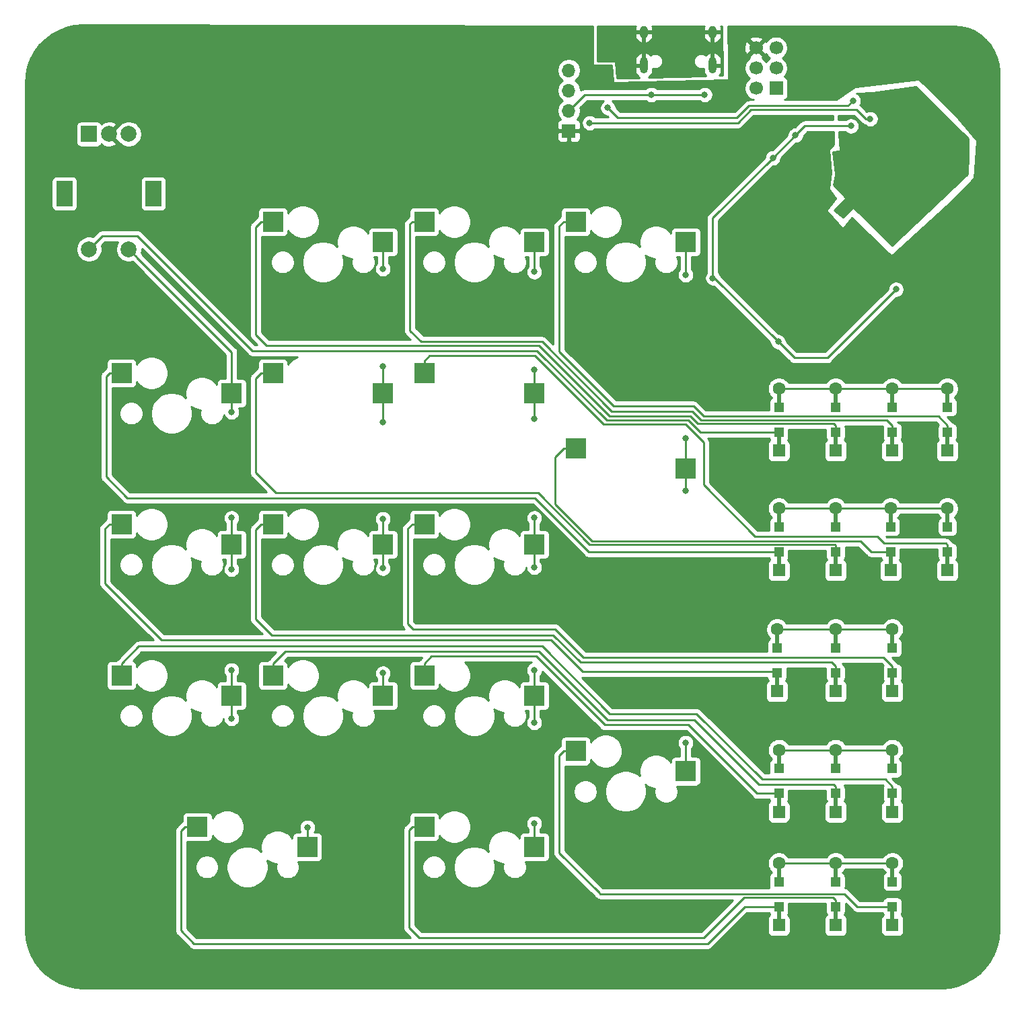
<source format=gbr>
G04 #@! TF.GenerationSoftware,KiCad,Pcbnew,(5.1.5)-3*
G04 #@! TF.CreationDate,2021-05-08T00:02:10-05:00*
G04 #@! TF.ProjectId,MacroPad,4d616372-6f50-4616-942e-6b696361645f,rev?*
G04 #@! TF.SameCoordinates,Original*
G04 #@! TF.FileFunction,Copper,L1,Top*
G04 #@! TF.FilePolarity,Positive*
%FSLAX46Y46*%
G04 Gerber Fmt 4.6, Leading zero omitted, Abs format (unit mm)*
G04 Created by KiCad (PCBNEW (5.1.5)-3) date 2021-05-08 00:02:10*
%MOMM*%
%LPD*%
G04 APERTURE LIST*
%ADD10O,1.000000X2.100000*%
%ADD11O,1.000000X1.600000*%
%ADD12R,0.500000X2.500000*%
%ADD13C,1.600000*%
%ADD14R,1.600000X1.600000*%
%ADD15R,1.200000X1.200000*%
%ADD16R,2.550000X2.500000*%
%ADD17R,2.000000X2.000000*%
%ADD18C,2.000000*%
%ADD19R,2.000000X3.200000*%
%ADD20O,1.700000X1.700000*%
%ADD21R,1.700000X1.700000*%
%ADD22C,1.700000*%
%ADD23C,0.800000*%
%ADD24C,0.250000*%
%ADD25C,0.254000*%
G04 APERTURE END LIST*
D10*
X122140250Y-52214250D03*
X130780250Y-52214250D03*
D11*
X122140250Y-48034250D03*
X130780250Y-48034250D03*
D12*
X160337500Y-94137500D03*
X160337500Y-99537500D03*
D13*
X160337500Y-92937500D03*
D14*
X160337500Y-100737500D03*
D15*
X160337500Y-98412500D03*
X160337500Y-95262500D03*
D16*
X127416250Y-141128750D03*
X113566250Y-138588750D03*
X127416250Y-103028750D03*
X113566250Y-100488750D03*
X127416250Y-74453750D03*
X113566250Y-71913750D03*
X108366250Y-150653750D03*
X94516250Y-148113750D03*
X108366250Y-131603750D03*
X94516250Y-129063750D03*
X108366250Y-112553750D03*
X94516250Y-110013750D03*
X108366250Y-93503750D03*
X94516250Y-90963750D03*
X108366250Y-74453750D03*
X94516250Y-71913750D03*
X89316250Y-131603750D03*
X75466250Y-129063750D03*
X89316250Y-112553750D03*
X75466250Y-110013750D03*
X89316250Y-93503750D03*
X75466250Y-90963750D03*
X89316250Y-74453750D03*
X75466250Y-71913750D03*
X79791250Y-150653750D03*
X65941250Y-148113750D03*
X70266250Y-131603750D03*
X56416250Y-129063750D03*
X70266250Y-112553750D03*
X56416250Y-110013750D03*
X70266250Y-93503750D03*
X56416250Y-90963750D03*
D17*
X52324000Y-60864750D03*
D18*
X54824000Y-60864750D03*
X57324000Y-60864750D03*
D19*
X49224000Y-68364750D03*
X60424000Y-68364750D03*
D18*
X52324000Y-75364750D03*
X57324000Y-75364750D03*
D20*
X112700000Y-52832750D03*
X112700000Y-55372750D03*
X112700000Y-57912750D03*
D21*
X112700000Y-60452750D03*
X138785600Y-55098950D03*
D22*
X136245600Y-55098950D03*
X138785600Y-52558950D03*
X136245600Y-52558950D03*
X138785600Y-50018950D03*
X136245600Y-50018950D03*
D12*
X153416000Y-153910250D03*
X153416000Y-159310250D03*
D13*
X153416000Y-152710250D03*
D14*
X153416000Y-160510250D03*
D15*
X153416000Y-158185250D03*
X153416000Y-155035250D03*
X139128500Y-110343750D03*
X139128500Y-113493750D03*
D14*
X139128500Y-115818750D03*
D13*
X139128500Y-108018750D03*
D12*
X139128500Y-114618750D03*
X139128500Y-109218750D03*
X139128500Y-94137500D03*
X139128500Y-99537500D03*
D13*
X139128500Y-92937500D03*
D14*
X139128500Y-100737500D03*
D15*
X139128500Y-98412500D03*
X139128500Y-95262500D03*
X146272250Y-155047750D03*
X146272250Y-158197750D03*
D14*
X146272250Y-160522750D03*
D13*
X146272250Y-152722750D03*
D12*
X146272250Y-159322750D03*
X146272250Y-153922750D03*
D15*
X153416000Y-140760250D03*
X153416000Y-143910250D03*
D14*
X153416000Y-146235250D03*
D13*
X153416000Y-138435250D03*
D12*
X153416000Y-145035250D03*
X153416000Y-139635250D03*
D15*
X138906250Y-125583750D03*
X138906250Y-128733750D03*
D14*
X138906250Y-131058750D03*
D13*
X138906250Y-123258750D03*
D12*
X138906250Y-129858750D03*
X138906250Y-124458750D03*
D15*
X146272250Y-110343750D03*
X146272250Y-113493750D03*
D14*
X146272250Y-115818750D03*
D13*
X146272250Y-108018750D03*
D12*
X146272250Y-114618750D03*
X146272250Y-109218750D03*
X146272250Y-94137500D03*
X146272250Y-99537500D03*
D13*
X146272250Y-92937500D03*
D14*
X146272250Y-100737500D03*
D15*
X146272250Y-98412500D03*
X146272250Y-95262500D03*
X146272250Y-140760250D03*
X146272250Y-143910250D03*
D14*
X146272250Y-146235250D03*
D13*
X146272250Y-138435250D03*
D12*
X146272250Y-145035250D03*
X146272250Y-139635250D03*
D15*
X146272250Y-125583750D03*
X146272250Y-128733750D03*
D14*
X146272250Y-131058750D03*
D13*
X146272250Y-123258750D03*
D12*
X146272250Y-129858750D03*
X146272250Y-124458750D03*
D15*
X153193750Y-110343750D03*
X153193750Y-113493750D03*
D14*
X153193750Y-115818750D03*
D13*
X153193750Y-108018750D03*
D12*
X153193750Y-114618750D03*
X153193750Y-109218750D03*
X153416000Y-94137500D03*
X153416000Y-99537500D03*
D13*
X153416000Y-92937500D03*
D14*
X153416000Y-100737500D03*
D15*
X153416000Y-98412500D03*
X153416000Y-95262500D03*
D12*
X139128500Y-153922750D03*
X139128500Y-159322750D03*
D13*
X139128500Y-152722750D03*
D14*
X139128500Y-160522750D03*
D15*
X139128500Y-158197750D03*
X139128500Y-155047750D03*
X139128500Y-140760250D03*
X139128500Y-143910250D03*
D14*
X139128500Y-146235250D03*
D13*
X139128500Y-138435250D03*
D12*
X139128500Y-145035250D03*
X139128500Y-139635250D03*
D15*
X153416000Y-125583750D03*
X153416000Y-128733750D03*
D14*
X153416000Y-131058750D03*
D13*
X153416000Y-123258750D03*
D12*
X153416000Y-129858750D03*
X153416000Y-124458750D03*
D15*
X160337500Y-110343750D03*
X160337500Y-113493750D03*
D14*
X160337500Y-115818750D03*
D13*
X160337500Y-108018750D03*
D12*
X160337500Y-114618750D03*
X160337500Y-109218750D03*
D23*
X113411000Y-48895000D03*
X100203000Y-48768000D03*
X133858000Y-51054000D03*
X137668000Y-48006000D03*
X159385000Y-62388750D03*
X157099000Y-60229750D03*
X150241000Y-68738750D03*
X148209000Y-59848750D03*
X153873200Y-80422750D03*
X139039600Y-87026750D03*
X130810000Y-79000350D03*
X138379200Y-63861950D03*
X141236700Y-61004450D03*
X129794000Y-55911750D03*
X123063000Y-55911750D03*
X108366250Y-78228500D03*
X108366250Y-90547500D03*
X108366250Y-96770500D03*
X108366250Y-109216500D03*
X108366250Y-115439500D03*
X108366250Y-128393500D03*
X108366250Y-134997500D03*
X108366250Y-147697500D03*
X127416250Y-105787500D03*
X127416250Y-137537500D03*
X127416250Y-99183500D03*
X127416250Y-78609500D03*
X70266250Y-95881500D03*
X70266250Y-109216500D03*
X70266250Y-115693500D03*
X70266250Y-128393500D03*
X70266250Y-134489500D03*
X79791250Y-148205500D03*
X89316250Y-77847500D03*
X89316250Y-90166500D03*
X89316250Y-97151500D03*
X89316250Y-109343500D03*
X89316250Y-128774500D03*
X89316250Y-115566500D03*
X150622000Y-58959750D03*
X115316000Y-59467750D03*
X148463000Y-56673750D03*
X117602000Y-57562750D03*
X128651000Y-49276000D03*
X124714000Y-49149000D03*
X118872000Y-48006000D03*
D24*
X153873200Y-80422750D02*
X145237200Y-89058750D01*
X141071600Y-89058750D02*
X139039600Y-87026750D01*
X145237200Y-89058750D02*
X141071600Y-89058750D01*
X131013200Y-79000350D02*
X130810000Y-79000350D01*
X139039600Y-87026750D02*
X131013200Y-79000350D01*
X130810000Y-71431150D02*
X138379200Y-63861950D01*
X130810000Y-79000350D02*
X130810000Y-71431150D01*
X142392400Y-59848750D02*
X141236700Y-61004450D01*
X148209000Y-59848750D02*
X142392400Y-59848750D01*
X141236700Y-61004450D02*
X138379200Y-63861950D01*
X129228315Y-55911750D02*
X123063000Y-55911750D01*
X129794000Y-55911750D02*
X129228315Y-55911750D01*
X114701000Y-55911750D02*
X112700000Y-57912750D01*
X123063000Y-55911750D02*
X114701000Y-55911750D01*
X108366250Y-74453750D02*
X108366250Y-78228500D01*
X108366250Y-95003750D02*
X108366250Y-96770500D01*
X108366250Y-93503750D02*
X108366250Y-95003750D01*
X108366250Y-112553750D02*
X108366250Y-115439500D01*
X108366250Y-133103750D02*
X108366250Y-134997500D01*
X108366250Y-131603750D02*
X108366250Y-133103750D01*
X108366250Y-90547500D02*
X108366250Y-93503750D01*
X108366250Y-109216500D02*
X108366250Y-112553750D01*
X108366250Y-128393500D02*
X108366250Y-131603750D01*
X108366250Y-147697500D02*
X108366250Y-150653750D01*
X127416250Y-75953750D02*
X127416250Y-78609500D01*
X127416250Y-74453750D02*
X127416250Y-75953750D01*
X127416250Y-104528750D02*
X127416250Y-105787500D01*
X127416250Y-103028750D02*
X127416250Y-104528750D01*
X127416250Y-137537500D02*
X127416250Y-141128750D01*
X127416250Y-99183500D02*
X127416250Y-103028750D01*
X70266250Y-95003750D02*
X70266250Y-95881500D01*
X70266250Y-93503750D02*
X70266250Y-95003750D01*
X70266250Y-114053750D02*
X70266250Y-115693500D01*
X70266250Y-112553750D02*
X70266250Y-114053750D01*
X70266250Y-131603750D02*
X70266250Y-134489500D01*
X58323999Y-76364749D02*
X58323999Y-76389749D01*
X57324000Y-75364750D02*
X58323999Y-76364749D01*
X70266250Y-88332000D02*
X70266250Y-93503750D01*
X58323999Y-76389749D02*
X70266250Y-88332000D01*
X70266250Y-109216500D02*
X70266250Y-112553750D01*
X70266250Y-128393500D02*
X70266250Y-131603750D01*
X79791250Y-148205500D02*
X79791250Y-150653750D01*
X89316250Y-74453750D02*
X89316250Y-77847500D01*
X89316250Y-95003750D02*
X89316250Y-97151500D01*
X89316250Y-93503750D02*
X89316250Y-95003750D01*
X89316250Y-114053750D02*
X89316250Y-115566500D01*
X89316250Y-112553750D02*
X89316250Y-114053750D01*
X89316250Y-90166500D02*
X89316250Y-93503750D01*
X89316250Y-109343500D02*
X89316250Y-112553750D01*
X89316250Y-128774500D02*
X89316250Y-131603750D01*
X150056315Y-58959750D02*
X150622000Y-58959750D01*
X148913315Y-57816750D02*
X150056315Y-58959750D01*
X135636000Y-57816750D02*
X148913315Y-57816750D01*
X115316000Y-59467750D02*
X133985000Y-59467750D01*
X133985000Y-59467750D02*
X135636000Y-57816750D01*
X118001999Y-57962749D02*
X117602000Y-57562750D01*
X135382000Y-57308750D02*
X133858000Y-58832750D01*
X147828000Y-57308750D02*
X135382000Y-57308750D01*
X148463000Y-56673750D02*
X147828000Y-57308750D01*
X133858000Y-58832750D02*
X118872000Y-58832750D01*
X118872000Y-58832750D02*
X118001999Y-57962749D01*
X160337500Y-112643750D02*
X160337500Y-113493750D01*
X160120500Y-112426750D02*
X160337500Y-112643750D01*
X117094000Y-97440750D02*
X127381000Y-97440750D01*
X94516250Y-90963750D02*
X94516250Y-89463750D01*
X95175250Y-88804750D02*
X108458000Y-88804750D01*
X94516250Y-89463750D02*
X95175250Y-88804750D01*
X108458000Y-88804750D02*
X117094000Y-97440750D01*
X127381000Y-97440750D02*
X129667000Y-99726750D01*
X129667000Y-99726750D02*
X129667000Y-105060750D01*
X136144000Y-111537750D02*
X151511000Y-111537750D01*
X151511000Y-111537750D02*
X152400000Y-112426750D01*
X129667000Y-105060750D02*
X136144000Y-111537750D01*
X152400000Y-112426750D02*
X160120500Y-112426750D01*
X92991250Y-110013750D02*
X92456000Y-110549000D01*
X94516250Y-110013750D02*
X92991250Y-110013750D01*
X92456000Y-110549000D02*
X92456000Y-122586750D01*
X92456000Y-122586750D02*
X93091000Y-123221750D01*
X93091000Y-123221750D02*
X110998000Y-123221750D01*
X110998000Y-123221750D02*
X114554000Y-126777750D01*
X153416000Y-127883750D02*
X153416000Y-128733750D01*
X152310000Y-126777750D02*
X153416000Y-127883750D01*
X114554000Y-126777750D02*
X152310000Y-126777750D01*
X94516250Y-127563750D02*
X95429250Y-126650750D01*
X94516250Y-129063750D02*
X94516250Y-127563750D01*
X95429250Y-126650750D02*
X108585000Y-126650750D01*
X108585000Y-126650750D02*
X117221000Y-135286750D01*
X117221000Y-135286750D02*
X127762000Y-135286750D01*
X136385500Y-143910250D02*
X139128500Y-143910250D01*
X127762000Y-135286750D02*
X136385500Y-143910250D01*
X64416250Y-148113750D02*
X63881000Y-148649000D01*
X65941250Y-148113750D02*
X64416250Y-148113750D01*
X63881000Y-148649000D02*
X63881000Y-161194750D01*
X63881000Y-161194750D02*
X65532000Y-162845750D01*
X65532000Y-162845750D02*
X130175000Y-162845750D01*
X134823000Y-158197750D02*
X139128500Y-158197750D01*
X130175000Y-162845750D02*
X134823000Y-158197750D01*
X129343990Y-96863740D02*
X152717240Y-96863740D01*
X128270000Y-95789750D02*
X129343990Y-96863740D01*
X152717240Y-96863740D02*
X153416000Y-97562500D01*
X118110000Y-95789750D02*
X128270000Y-95789750D01*
X109347000Y-87026750D02*
X118110000Y-95789750D01*
X94516250Y-71913750D02*
X92991250Y-71913750D01*
X92710000Y-85629750D02*
X94107000Y-87026750D01*
X92991250Y-71913750D02*
X92710000Y-72195000D01*
X92710000Y-72195000D02*
X92710000Y-85629750D01*
X153416000Y-97562500D02*
X153416000Y-98412500D01*
X94107000Y-87026750D02*
X109347000Y-87026750D01*
X112041250Y-100488750D02*
X110998000Y-101532000D01*
X110998000Y-101532000D02*
X110998000Y-107473750D01*
X113566250Y-100488750D02*
X112041250Y-100488750D01*
X115628143Y-112103893D02*
X149410143Y-112103893D01*
X110998000Y-107473750D02*
X115628143Y-112103893D01*
X150800000Y-113493750D02*
X153193750Y-113493750D01*
X149410143Y-112103893D02*
X150800000Y-113493750D01*
X73941250Y-110013750D02*
X73279000Y-110676000D01*
X75466250Y-110013750D02*
X73941250Y-110013750D01*
X73279000Y-110676000D02*
X73279000Y-121951750D01*
X73279000Y-121951750D02*
X75311000Y-123983750D01*
X75311000Y-123983750D02*
X110744000Y-123983750D01*
X110744000Y-123983750D02*
X114173000Y-127412750D01*
X146272250Y-127883750D02*
X146272250Y-128733750D01*
X145801250Y-127412750D02*
X146272250Y-127883750D01*
X114173000Y-127412750D02*
X145801250Y-127412750D01*
X75466250Y-127563750D02*
X77014250Y-126015750D01*
X75466250Y-129063750D02*
X75466250Y-127563750D01*
X77014250Y-126015750D02*
X108966000Y-126015750D01*
X108966000Y-126015750D02*
X117602000Y-134651750D01*
X117602000Y-134651750D02*
X128524000Y-134651750D01*
X128524000Y-134651750D02*
X136652000Y-142779750D01*
X146272250Y-143060250D02*
X146272250Y-143910250D01*
X145991750Y-142779750D02*
X146272250Y-143060250D01*
X136652000Y-142779750D02*
X145991750Y-142779750D01*
X73941250Y-71913750D02*
X73279000Y-72576000D01*
X75466250Y-71913750D02*
X73941250Y-71913750D01*
X73279000Y-72576000D02*
X73279000Y-86137750D01*
X73279000Y-86137750D02*
X74676000Y-87534750D01*
X74676000Y-87534750D02*
X108966000Y-87534750D01*
X108966000Y-87534750D02*
X117856000Y-96424750D01*
X117856000Y-96424750D02*
X128016000Y-96424750D01*
X128016000Y-96424750D02*
X128905000Y-97313750D01*
X146023500Y-97313750D02*
X146272250Y-97562500D01*
X146272250Y-97562500D02*
X146272250Y-98412500D01*
X128905000Y-97313750D02*
X146023500Y-97313750D01*
X146272250Y-112643750D02*
X146272250Y-113493750D01*
X115316000Y-112553750D02*
X146197249Y-112568749D01*
X146197249Y-112568749D02*
X146272250Y-112643750D01*
X108839000Y-106076750D02*
X115316000Y-112553750D01*
X73941250Y-90963750D02*
X73279000Y-91626000D01*
X75466250Y-90963750D02*
X73941250Y-90963750D01*
X75819000Y-106076750D02*
X108839000Y-106076750D01*
X73279000Y-91626000D02*
X73279000Y-103536750D01*
X73279000Y-103536750D02*
X75819000Y-106076750D01*
X114446250Y-128575000D02*
X139128500Y-128575000D01*
X110490000Y-124618750D02*
X114446250Y-128575000D01*
X54891250Y-110013750D02*
X54356000Y-110549000D01*
X56416250Y-110013750D02*
X54891250Y-110013750D01*
X54356000Y-110549000D02*
X54356000Y-117506750D01*
X54356000Y-117506750D02*
X61468000Y-124618750D01*
X61468000Y-124618750D02*
X110490000Y-124618750D01*
X56416250Y-127563750D02*
X58599250Y-125380750D01*
X56416250Y-129063750D02*
X56416250Y-127563750D01*
X58599250Y-125380750D02*
X109347000Y-125380750D01*
X109347000Y-125380750D02*
X117856000Y-133889750D01*
X117856000Y-133889750D02*
X128778000Y-133889750D01*
X128778000Y-133889750D02*
X137033000Y-142144750D01*
X152500500Y-142144750D02*
X153416000Y-143060250D01*
X153416000Y-143060250D02*
X153416000Y-143910250D01*
X137033000Y-142144750D02*
X152500500Y-142144750D01*
X146272250Y-157347750D02*
X146272250Y-158197750D01*
X145928250Y-157003750D02*
X146272250Y-157347750D01*
X134747000Y-157003750D02*
X145928250Y-157003750D01*
X92583000Y-148522000D02*
X92583000Y-160813750D01*
X92583000Y-160813750D02*
X93853000Y-162083750D01*
X129667000Y-162083750D02*
X134747000Y-157003750D01*
X93853000Y-162083750D02*
X129667000Y-162083750D01*
X94516250Y-148113750D02*
X92991250Y-148113750D01*
X92991250Y-148113750D02*
X92583000Y-148522000D01*
X138278500Y-98412500D02*
X139128500Y-98412500D01*
X129241750Y-98412500D02*
X138278500Y-98412500D01*
X127762000Y-96932750D02*
X129241750Y-98412500D01*
X117475000Y-96932750D02*
X127762000Y-96932750D01*
X52324000Y-75364750D02*
X53997000Y-73691750D01*
X53997000Y-73691750D02*
X58420000Y-73691750D01*
X58420000Y-73691750D02*
X72898000Y-88169750D01*
X72898000Y-88169750D02*
X108712000Y-88169750D01*
X108712000Y-88169750D02*
X117475000Y-96932750D01*
X54891250Y-90963750D02*
X54483000Y-91372000D01*
X56416250Y-90963750D02*
X54891250Y-90963750D01*
X54483000Y-91372000D02*
X54483000Y-104044750D01*
X54483000Y-104044750D02*
X57150000Y-106711750D01*
X57150000Y-106711750D02*
X108458000Y-106711750D01*
X138278500Y-113493750D02*
X139128500Y-113493750D01*
X115240000Y-113493750D02*
X138278500Y-113493750D01*
X108458000Y-106711750D02*
X115240000Y-113493750D01*
X153416000Y-157810250D02*
X153416000Y-159310250D01*
X112041250Y-138588750D02*
X111506000Y-139124000D01*
X113566250Y-138588750D02*
X112041250Y-138588750D01*
X111506000Y-139124000D02*
X111506000Y-151415750D01*
X116643990Y-156553740D02*
X116459000Y-156368750D01*
X149009500Y-158185250D02*
X147377990Y-156553740D01*
X111506000Y-151415750D02*
X116459000Y-156368750D01*
X153416000Y-158185250D02*
X149009500Y-158185250D01*
X147377990Y-156553740D02*
X116643990Y-156553740D01*
X139128500Y-152722750D02*
X146272250Y-152722750D01*
X153403500Y-152722750D02*
X153416000Y-152710250D01*
X146272250Y-152722750D02*
X153403500Y-152722750D01*
X139128500Y-138435250D02*
X146272250Y-138435250D01*
X147403620Y-138435250D02*
X153416000Y-138435250D01*
X146272250Y-138435250D02*
X147403620Y-138435250D01*
X138906250Y-123258750D02*
X146272250Y-123258750D01*
X146272250Y-123258750D02*
X153416000Y-123258750D01*
X139128500Y-108018750D02*
X146272250Y-108018750D01*
X146272250Y-108018750D02*
X153193750Y-108018750D01*
X153193750Y-108018750D02*
X160337500Y-108018750D01*
X139128500Y-92937500D02*
X146272250Y-92937500D01*
X146272250Y-92937500D02*
X153416000Y-92937500D01*
X154547370Y-92937500D02*
X160337500Y-92937500D01*
X153416000Y-92937500D02*
X154547370Y-92937500D01*
X160337500Y-97562500D02*
X160337500Y-98412500D01*
X159188730Y-96413730D02*
X160337500Y-97562500D01*
X129655980Y-96413730D02*
X159188730Y-96413730D01*
X113566250Y-71913750D02*
X112041250Y-71913750D01*
X118364000Y-95154750D02*
X128397000Y-95154750D01*
X112041250Y-71913750D02*
X111506000Y-72449000D01*
X111506000Y-72449000D02*
X111506000Y-88296750D01*
X128397000Y-95154750D02*
X129655980Y-96413730D01*
X111506000Y-88296750D02*
X118364000Y-95154750D01*
D25*
G36*
X162971270Y-61424101D02*
G01*
X162971270Y-63526809D01*
X162847101Y-65886024D01*
X153404710Y-74880923D01*
X148582011Y-70170288D01*
X148562581Y-70154721D01*
X148540488Y-70143244D01*
X148516581Y-70136298D01*
X148491777Y-70134149D01*
X148467031Y-70136880D01*
X148443293Y-70144387D01*
X148421476Y-70156380D01*
X148405628Y-70169228D01*
X147185440Y-71332727D01*
X146141656Y-70502687D01*
X147538442Y-69053448D01*
X147553879Y-69033916D01*
X147565208Y-69011746D01*
X147571995Y-68987793D01*
X147573978Y-68962976D01*
X147571082Y-68938248D01*
X147563417Y-68914561D01*
X147551279Y-68892825D01*
X147540432Y-68879296D01*
X146059472Y-67270728D01*
X146301862Y-65966343D01*
X146303990Y-65941538D01*
X146303094Y-65928000D01*
X145967169Y-63130301D01*
X146733231Y-63020864D01*
X146757413Y-63014944D01*
X146779976Y-63004420D01*
X146800052Y-62989697D01*
X146816870Y-62971340D01*
X146829784Y-62950055D01*
X146838297Y-62926659D01*
X146842082Y-62902052D01*
X146842023Y-62887218D01*
X146715023Y-60855218D01*
X146714989Y-60854692D01*
X146698593Y-60608750D01*
X147505289Y-60608750D01*
X147549226Y-60652687D01*
X147718744Y-60765955D01*
X147907102Y-60843976D01*
X148107061Y-60883750D01*
X148310939Y-60883750D01*
X148510898Y-60843976D01*
X148699256Y-60765955D01*
X148868774Y-60652687D01*
X149012937Y-60508524D01*
X149126205Y-60339006D01*
X149204226Y-60150648D01*
X149244000Y-59950689D01*
X149244000Y-59746811D01*
X149204226Y-59546852D01*
X149126205Y-59358494D01*
X149012937Y-59188976D01*
X148868774Y-59044813D01*
X148699256Y-58931545D01*
X148510898Y-58853524D01*
X148310939Y-58813750D01*
X148107061Y-58813750D01*
X147907102Y-58853524D01*
X147718744Y-58931545D01*
X147549226Y-59044813D01*
X147505289Y-59088750D01*
X146597259Y-59088750D01*
X146588207Y-58952969D01*
X146582685Y-58576750D01*
X148598514Y-58576750D01*
X149492516Y-59470753D01*
X149516314Y-59499751D01*
X149545312Y-59523549D01*
X149632038Y-59594724D01*
X149764068Y-59665296D01*
X149907276Y-59708737D01*
X149962226Y-59763687D01*
X150131744Y-59876955D01*
X150320102Y-59954976D01*
X150520061Y-59994750D01*
X150723939Y-59994750D01*
X150923898Y-59954976D01*
X151112256Y-59876955D01*
X151281774Y-59763687D01*
X151425937Y-59619524D01*
X151539205Y-59450006D01*
X151617226Y-59261648D01*
X151657000Y-59061689D01*
X151657000Y-58857811D01*
X151617226Y-58657852D01*
X151539205Y-58469494D01*
X151425937Y-58299976D01*
X151281774Y-58155813D01*
X151112256Y-58042545D01*
X150923898Y-57964524D01*
X150723939Y-57924750D01*
X150520061Y-57924750D01*
X150320102Y-57964524D01*
X150189845Y-58018479D01*
X149477119Y-57305752D01*
X149453316Y-57276749D01*
X149357445Y-57198069D01*
X149380205Y-57164006D01*
X149458226Y-56975648D01*
X149498000Y-56775689D01*
X149498000Y-56571811D01*
X149458226Y-56371852D01*
X149380205Y-56183494D01*
X149266937Y-56013976D01*
X149122774Y-55869813D01*
X148953256Y-55756545D01*
X148937534Y-55750033D01*
X150912311Y-55655996D01*
X150923623Y-55654949D01*
X156385973Y-54901521D01*
X162971270Y-61424101D01*
G37*
X162971270Y-61424101D02*
X162971270Y-63526809D01*
X162847101Y-65886024D01*
X153404710Y-74880923D01*
X148582011Y-70170288D01*
X148562581Y-70154721D01*
X148540488Y-70143244D01*
X148516581Y-70136298D01*
X148491777Y-70134149D01*
X148467031Y-70136880D01*
X148443293Y-70144387D01*
X148421476Y-70156380D01*
X148405628Y-70169228D01*
X147185440Y-71332727D01*
X146141656Y-70502687D01*
X147538442Y-69053448D01*
X147553879Y-69033916D01*
X147565208Y-69011746D01*
X147571995Y-68987793D01*
X147573978Y-68962976D01*
X147571082Y-68938248D01*
X147563417Y-68914561D01*
X147551279Y-68892825D01*
X147540432Y-68879296D01*
X146059472Y-67270728D01*
X146301862Y-65966343D01*
X146303990Y-65941538D01*
X146303094Y-65928000D01*
X145967169Y-63130301D01*
X146733231Y-63020864D01*
X146757413Y-63014944D01*
X146779976Y-63004420D01*
X146800052Y-62989697D01*
X146816870Y-62971340D01*
X146829784Y-62950055D01*
X146838297Y-62926659D01*
X146842082Y-62902052D01*
X146842023Y-62887218D01*
X146715023Y-60855218D01*
X146714989Y-60854692D01*
X146698593Y-60608750D01*
X147505289Y-60608750D01*
X147549226Y-60652687D01*
X147718744Y-60765955D01*
X147907102Y-60843976D01*
X148107061Y-60883750D01*
X148310939Y-60883750D01*
X148510898Y-60843976D01*
X148699256Y-60765955D01*
X148868774Y-60652687D01*
X149012937Y-60508524D01*
X149126205Y-60339006D01*
X149204226Y-60150648D01*
X149244000Y-59950689D01*
X149244000Y-59746811D01*
X149204226Y-59546852D01*
X149126205Y-59358494D01*
X149012937Y-59188976D01*
X148868774Y-59044813D01*
X148699256Y-58931545D01*
X148510898Y-58853524D01*
X148310939Y-58813750D01*
X148107061Y-58813750D01*
X147907102Y-58853524D01*
X147718744Y-58931545D01*
X147549226Y-59044813D01*
X147505289Y-59088750D01*
X146597259Y-59088750D01*
X146588207Y-58952969D01*
X146582685Y-58576750D01*
X148598514Y-58576750D01*
X149492516Y-59470753D01*
X149516314Y-59499751D01*
X149545312Y-59523549D01*
X149632038Y-59594724D01*
X149764068Y-59665296D01*
X149907276Y-59708737D01*
X149962226Y-59763687D01*
X150131744Y-59876955D01*
X150320102Y-59954976D01*
X150520061Y-59994750D01*
X150723939Y-59994750D01*
X150923898Y-59954976D01*
X151112256Y-59876955D01*
X151281774Y-59763687D01*
X151425937Y-59619524D01*
X151539205Y-59450006D01*
X151617226Y-59261648D01*
X151657000Y-59061689D01*
X151657000Y-58857811D01*
X151617226Y-58657852D01*
X151539205Y-58469494D01*
X151425937Y-58299976D01*
X151281774Y-58155813D01*
X151112256Y-58042545D01*
X150923898Y-57964524D01*
X150723939Y-57924750D01*
X150520061Y-57924750D01*
X150320102Y-57964524D01*
X150189845Y-58018479D01*
X149477119Y-57305752D01*
X149453316Y-57276749D01*
X149357445Y-57198069D01*
X149380205Y-57164006D01*
X149458226Y-56975648D01*
X149498000Y-56775689D01*
X149498000Y-56571811D01*
X149458226Y-56371852D01*
X149380205Y-56183494D01*
X149266937Y-56013976D01*
X149122774Y-55869813D01*
X148953256Y-55756545D01*
X148937534Y-55750033D01*
X150912311Y-55655996D01*
X150923623Y-55654949D01*
X156385973Y-54901521D01*
X162971270Y-61424101D01*
G36*
X120616970Y-47268940D02*
G01*
X120617581Y-47269000D01*
X120649667Y-47269000D01*
X120681205Y-47269058D01*
X120681805Y-47269000D01*
X121103098Y-47269000D01*
X121051835Y-47388263D01*
X121005250Y-47607250D01*
X121005250Y-47907250D01*
X122013250Y-47907250D01*
X122013250Y-47887250D01*
X122267250Y-47887250D01*
X122267250Y-47907250D01*
X123275250Y-47907250D01*
X123275250Y-47607250D01*
X123228665Y-47388263D01*
X123177402Y-47269000D01*
X129743098Y-47269000D01*
X129691835Y-47388263D01*
X129645250Y-47607250D01*
X129645250Y-47907250D01*
X130653250Y-47907250D01*
X130653250Y-47887250D01*
X130907250Y-47887250D01*
X130907250Y-47907250D01*
X131915250Y-47907250D01*
X131915250Y-47607250D01*
X131868665Y-47388263D01*
X131817402Y-47269000D01*
X132004693Y-47269000D01*
X132078521Y-53470552D01*
X131665993Y-53482118D01*
X131780253Y-53315928D01*
X131868665Y-53110237D01*
X131915250Y-52891250D01*
X131915250Y-52341250D01*
X130907250Y-52341250D01*
X130907250Y-52361250D01*
X130653250Y-52361250D01*
X130653250Y-52341250D01*
X130633250Y-52341250D01*
X130633250Y-52087250D01*
X130653250Y-52087250D01*
X130653250Y-50696296D01*
X130907250Y-50696296D01*
X130907250Y-52087250D01*
X131915250Y-52087250D01*
X131915250Y-51537250D01*
X131868665Y-51318263D01*
X131780253Y-51112572D01*
X131653411Y-50928081D01*
X131493014Y-50771881D01*
X131305226Y-50649974D01*
X131082124Y-50570131D01*
X130907250Y-50696296D01*
X130653250Y-50696296D01*
X130478376Y-50570131D01*
X130255274Y-50649974D01*
X130067486Y-50771881D01*
X129923134Y-50912456D01*
X129804981Y-50833509D01*
X129630272Y-50761142D01*
X129444802Y-50724250D01*
X129255698Y-50724250D01*
X129070228Y-50761142D01*
X128895519Y-50833509D01*
X128738286Y-50938569D01*
X128604569Y-51072286D01*
X128499509Y-51229519D01*
X128427142Y-51404228D01*
X128390250Y-51589698D01*
X128390250Y-51778802D01*
X128427142Y-51964272D01*
X128499509Y-52138981D01*
X128604569Y-52296214D01*
X128738286Y-52429931D01*
X128895519Y-52534991D01*
X129070228Y-52607358D01*
X129255698Y-52644250D01*
X129444802Y-52644250D01*
X129630272Y-52607358D01*
X129645250Y-52601154D01*
X129645250Y-52891250D01*
X129691835Y-53110237D01*
X129780247Y-53315928D01*
X129907089Y-53500419D01*
X129938045Y-53530565D01*
X122736144Y-53732488D01*
X122853014Y-53656619D01*
X123013411Y-53500419D01*
X123140253Y-53315928D01*
X123228665Y-53110237D01*
X123275250Y-52891250D01*
X123275250Y-52601154D01*
X123290228Y-52607358D01*
X123475698Y-52644250D01*
X123664802Y-52644250D01*
X123850272Y-52607358D01*
X124024981Y-52534991D01*
X124182214Y-52429931D01*
X124315931Y-52296214D01*
X124420991Y-52138981D01*
X124493358Y-51964272D01*
X124530250Y-51778802D01*
X124530250Y-51589698D01*
X124493358Y-51404228D01*
X124420991Y-51229519D01*
X124315931Y-51072286D01*
X124182214Y-50938569D01*
X124024981Y-50833509D01*
X123850272Y-50761142D01*
X123664802Y-50724250D01*
X123475698Y-50724250D01*
X123290228Y-50761142D01*
X123115519Y-50833509D01*
X122997366Y-50912456D01*
X122853014Y-50771881D01*
X122665226Y-50649974D01*
X122442124Y-50570131D01*
X122267250Y-50696296D01*
X122267250Y-52087250D01*
X122287250Y-52087250D01*
X122287250Y-52341250D01*
X122267250Y-52341250D01*
X122267250Y-52361250D01*
X122013250Y-52361250D01*
X122013250Y-52341250D01*
X121005250Y-52341250D01*
X121005250Y-52891250D01*
X121051835Y-53110237D01*
X121140247Y-53315928D01*
X121267089Y-53500419D01*
X121427486Y-53656619D01*
X121593697Y-53764519D01*
X118737549Y-53844598D01*
X118617781Y-51808542D01*
X118613890Y-51783952D01*
X118605276Y-51760593D01*
X118592271Y-51739363D01*
X118575374Y-51721079D01*
X118555235Y-51706442D01*
X118532627Y-51696016D01*
X118508419Y-51690200D01*
X118491000Y-51689000D01*
X116332000Y-51689000D01*
X116332000Y-51537250D01*
X121005250Y-51537250D01*
X121005250Y-52087250D01*
X122013250Y-52087250D01*
X122013250Y-50696296D01*
X121838376Y-50570131D01*
X121615274Y-50649974D01*
X121427486Y-50771881D01*
X121267089Y-50928081D01*
X121140247Y-51112572D01*
X121051835Y-51318263D01*
X121005250Y-51537250D01*
X116332000Y-51537250D01*
X116332000Y-48161250D01*
X121005250Y-48161250D01*
X121005250Y-48461250D01*
X121051835Y-48680237D01*
X121140247Y-48885928D01*
X121267089Y-49070419D01*
X121427486Y-49226619D01*
X121615274Y-49348526D01*
X121838376Y-49428369D01*
X122013250Y-49302204D01*
X122013250Y-48161250D01*
X122267250Y-48161250D01*
X122267250Y-49302204D01*
X122442124Y-49428369D01*
X122665226Y-49348526D01*
X122853014Y-49226619D01*
X123013411Y-49070419D01*
X123140253Y-48885928D01*
X123228665Y-48680237D01*
X123275250Y-48461250D01*
X123275250Y-48161250D01*
X129645250Y-48161250D01*
X129645250Y-48461250D01*
X129691835Y-48680237D01*
X129780247Y-48885928D01*
X129907089Y-49070419D01*
X130067486Y-49226619D01*
X130255274Y-49348526D01*
X130478376Y-49428369D01*
X130653250Y-49302204D01*
X130653250Y-48161250D01*
X130907250Y-48161250D01*
X130907250Y-49302204D01*
X131082124Y-49428369D01*
X131305226Y-49348526D01*
X131493014Y-49226619D01*
X131653411Y-49070419D01*
X131780253Y-48885928D01*
X131868665Y-48680237D01*
X131915250Y-48461250D01*
X131915250Y-48161250D01*
X130907250Y-48161250D01*
X130653250Y-48161250D01*
X129645250Y-48161250D01*
X123275250Y-48161250D01*
X122267250Y-48161250D01*
X122013250Y-48161250D01*
X121005250Y-48161250D01*
X116332000Y-48161250D01*
X116332000Y-47261060D01*
X120616970Y-47268940D01*
G37*
X120616970Y-47268940D02*
X120617581Y-47269000D01*
X120649667Y-47269000D01*
X120681205Y-47269058D01*
X120681805Y-47269000D01*
X121103098Y-47269000D01*
X121051835Y-47388263D01*
X121005250Y-47607250D01*
X121005250Y-47907250D01*
X122013250Y-47907250D01*
X122013250Y-47887250D01*
X122267250Y-47887250D01*
X122267250Y-47907250D01*
X123275250Y-47907250D01*
X123275250Y-47607250D01*
X123228665Y-47388263D01*
X123177402Y-47269000D01*
X129743098Y-47269000D01*
X129691835Y-47388263D01*
X129645250Y-47607250D01*
X129645250Y-47907250D01*
X130653250Y-47907250D01*
X130653250Y-47887250D01*
X130907250Y-47887250D01*
X130907250Y-47907250D01*
X131915250Y-47907250D01*
X131915250Y-47607250D01*
X131868665Y-47388263D01*
X131817402Y-47269000D01*
X132004693Y-47269000D01*
X132078521Y-53470552D01*
X131665993Y-53482118D01*
X131780253Y-53315928D01*
X131868665Y-53110237D01*
X131915250Y-52891250D01*
X131915250Y-52341250D01*
X130907250Y-52341250D01*
X130907250Y-52361250D01*
X130653250Y-52361250D01*
X130653250Y-52341250D01*
X130633250Y-52341250D01*
X130633250Y-52087250D01*
X130653250Y-52087250D01*
X130653250Y-50696296D01*
X130907250Y-50696296D01*
X130907250Y-52087250D01*
X131915250Y-52087250D01*
X131915250Y-51537250D01*
X131868665Y-51318263D01*
X131780253Y-51112572D01*
X131653411Y-50928081D01*
X131493014Y-50771881D01*
X131305226Y-50649974D01*
X131082124Y-50570131D01*
X130907250Y-50696296D01*
X130653250Y-50696296D01*
X130478376Y-50570131D01*
X130255274Y-50649974D01*
X130067486Y-50771881D01*
X129923134Y-50912456D01*
X129804981Y-50833509D01*
X129630272Y-50761142D01*
X129444802Y-50724250D01*
X129255698Y-50724250D01*
X129070228Y-50761142D01*
X128895519Y-50833509D01*
X128738286Y-50938569D01*
X128604569Y-51072286D01*
X128499509Y-51229519D01*
X128427142Y-51404228D01*
X128390250Y-51589698D01*
X128390250Y-51778802D01*
X128427142Y-51964272D01*
X128499509Y-52138981D01*
X128604569Y-52296214D01*
X128738286Y-52429931D01*
X128895519Y-52534991D01*
X129070228Y-52607358D01*
X129255698Y-52644250D01*
X129444802Y-52644250D01*
X129630272Y-52607358D01*
X129645250Y-52601154D01*
X129645250Y-52891250D01*
X129691835Y-53110237D01*
X129780247Y-53315928D01*
X129907089Y-53500419D01*
X129938045Y-53530565D01*
X122736144Y-53732488D01*
X122853014Y-53656619D01*
X123013411Y-53500419D01*
X123140253Y-53315928D01*
X123228665Y-53110237D01*
X123275250Y-52891250D01*
X123275250Y-52601154D01*
X123290228Y-52607358D01*
X123475698Y-52644250D01*
X123664802Y-52644250D01*
X123850272Y-52607358D01*
X124024981Y-52534991D01*
X124182214Y-52429931D01*
X124315931Y-52296214D01*
X124420991Y-52138981D01*
X124493358Y-51964272D01*
X124530250Y-51778802D01*
X124530250Y-51589698D01*
X124493358Y-51404228D01*
X124420991Y-51229519D01*
X124315931Y-51072286D01*
X124182214Y-50938569D01*
X124024981Y-50833509D01*
X123850272Y-50761142D01*
X123664802Y-50724250D01*
X123475698Y-50724250D01*
X123290228Y-50761142D01*
X123115519Y-50833509D01*
X122997366Y-50912456D01*
X122853014Y-50771881D01*
X122665226Y-50649974D01*
X122442124Y-50570131D01*
X122267250Y-50696296D01*
X122267250Y-52087250D01*
X122287250Y-52087250D01*
X122287250Y-52341250D01*
X122267250Y-52341250D01*
X122267250Y-52361250D01*
X122013250Y-52361250D01*
X122013250Y-52341250D01*
X121005250Y-52341250D01*
X121005250Y-52891250D01*
X121051835Y-53110237D01*
X121140247Y-53315928D01*
X121267089Y-53500419D01*
X121427486Y-53656619D01*
X121593697Y-53764519D01*
X118737549Y-53844598D01*
X118617781Y-51808542D01*
X118613890Y-51783952D01*
X118605276Y-51760593D01*
X118592271Y-51739363D01*
X118575374Y-51721079D01*
X118555235Y-51706442D01*
X118532627Y-51696016D01*
X118508419Y-51690200D01*
X118491000Y-51689000D01*
X116332000Y-51689000D01*
X116332000Y-51537250D01*
X121005250Y-51537250D01*
X121005250Y-52087250D01*
X122013250Y-52087250D01*
X122013250Y-50696296D01*
X121838376Y-50570131D01*
X121615274Y-50649974D01*
X121427486Y-50771881D01*
X121267089Y-50928081D01*
X121140247Y-51112572D01*
X121051835Y-51318263D01*
X121005250Y-51537250D01*
X116332000Y-51537250D01*
X116332000Y-48161250D01*
X121005250Y-48161250D01*
X121005250Y-48461250D01*
X121051835Y-48680237D01*
X121140247Y-48885928D01*
X121267089Y-49070419D01*
X121427486Y-49226619D01*
X121615274Y-49348526D01*
X121838376Y-49428369D01*
X122013250Y-49302204D01*
X122013250Y-48161250D01*
X122267250Y-48161250D01*
X122267250Y-49302204D01*
X122442124Y-49428369D01*
X122665226Y-49348526D01*
X122853014Y-49226619D01*
X123013411Y-49070419D01*
X123140253Y-48885928D01*
X123228665Y-48680237D01*
X123275250Y-48461250D01*
X123275250Y-48161250D01*
X129645250Y-48161250D01*
X129645250Y-48461250D01*
X129691835Y-48680237D01*
X129780247Y-48885928D01*
X129907089Y-49070419D01*
X130067486Y-49226619D01*
X130255274Y-49348526D01*
X130478376Y-49428369D01*
X130653250Y-49302204D01*
X130653250Y-48161250D01*
X130907250Y-48161250D01*
X130907250Y-49302204D01*
X131082124Y-49428369D01*
X131305226Y-49348526D01*
X131493014Y-49226619D01*
X131653411Y-49070419D01*
X131780253Y-48885928D01*
X131868665Y-48680237D01*
X131915250Y-48461250D01*
X131915250Y-48161250D01*
X130907250Y-48161250D01*
X130653250Y-48161250D01*
X129645250Y-48161250D01*
X123275250Y-48161250D01*
X122267250Y-48161250D01*
X122013250Y-48161250D01*
X121005250Y-48161250D01*
X116332000Y-48161250D01*
X116332000Y-47261060D01*
X120616970Y-47268940D01*
G36*
X115697000Y-47259892D02*
G01*
X115697000Y-52070000D01*
X115699440Y-52094776D01*
X115706667Y-52118601D01*
X115718403Y-52140557D01*
X115734197Y-52159803D01*
X115753443Y-52175597D01*
X115775399Y-52187333D01*
X115799224Y-52194560D01*
X115824000Y-52197000D01*
X118117251Y-52197000D01*
X118237219Y-54236458D01*
X118241110Y-54261048D01*
X118249724Y-54284407D01*
X118262729Y-54305637D01*
X118279626Y-54323921D01*
X118299765Y-54338558D01*
X118322373Y-54348984D01*
X118346581Y-54354800D01*
X118366528Y-54355975D01*
X132717528Y-54070225D01*
X132742251Y-54067292D01*
X132765927Y-54059592D01*
X132787646Y-54047421D01*
X132806573Y-54031247D01*
X132821980Y-54011691D01*
X132833277Y-53989505D01*
X132840028Y-53965542D01*
X132841981Y-53941073D01*
X132775920Y-50087481D01*
X134754989Y-50087481D01*
X134797001Y-50376969D01*
X134894681Y-50652697D01*
X134968128Y-50790107D01*
X135217203Y-50867742D01*
X136065995Y-50018950D01*
X135217203Y-49170158D01*
X134968128Y-49247793D01*
X134842229Y-49511833D01*
X134770261Y-49795361D01*
X134754989Y-50087481D01*
X132775920Y-50087481D01*
X132757116Y-48990553D01*
X135396808Y-48990553D01*
X136245600Y-49839345D01*
X137094392Y-48990553D01*
X137016757Y-48741478D01*
X136752717Y-48615579D01*
X136469189Y-48543611D01*
X136177069Y-48528339D01*
X135887581Y-48570351D01*
X135611853Y-48668031D01*
X135474443Y-48741478D01*
X135396808Y-48990553D01*
X132757116Y-48990553D01*
X132727602Y-47269000D01*
X161105324Y-47269000D01*
X162021041Y-47341068D01*
X162888928Y-47549430D01*
X163713525Y-47890989D01*
X164474549Y-48357345D01*
X165153244Y-48937006D01*
X165732905Y-49615701D01*
X166199259Y-50376720D01*
X166540820Y-51201322D01*
X166749181Y-52069207D01*
X166821250Y-52984926D01*
X166821251Y-65848822D01*
X166821250Y-65848832D01*
X166821251Y-157130081D01*
X166821250Y-161107911D01*
X166747011Y-162156428D01*
X166530700Y-163161150D01*
X166174984Y-164125360D01*
X165686952Y-165029844D01*
X165076347Y-165856536D01*
X164355349Y-166588949D01*
X163538358Y-167212457D01*
X162641659Y-167714633D01*
X161683139Y-168085456D01*
X160681943Y-168317520D01*
X159637323Y-168407995D01*
X159541115Y-168408750D01*
X51617088Y-168408750D01*
X50568572Y-168334511D01*
X49563850Y-168118200D01*
X48599640Y-167762484D01*
X47695156Y-167274452D01*
X46868464Y-166663847D01*
X46136051Y-165942849D01*
X45512543Y-165125858D01*
X45010367Y-164229159D01*
X44639544Y-163270639D01*
X44407480Y-162269443D01*
X44317005Y-161224823D01*
X44316250Y-161128615D01*
X44316250Y-148649000D01*
X63117324Y-148649000D01*
X63121000Y-148686322D01*
X63121001Y-161157418D01*
X63117324Y-161194750D01*
X63121001Y-161232083D01*
X63126922Y-161292194D01*
X63131998Y-161343735D01*
X63175454Y-161486996D01*
X63246026Y-161619026D01*
X63293805Y-161677244D01*
X63341000Y-161734751D01*
X63369998Y-161758549D01*
X64968201Y-163356753D01*
X64991999Y-163385751D01*
X65020997Y-163409549D01*
X65107724Y-163480724D01*
X65239753Y-163551296D01*
X65383014Y-163594753D01*
X65532000Y-163609427D01*
X65569333Y-163605750D01*
X130137678Y-163605750D01*
X130175000Y-163609426D01*
X130212322Y-163605750D01*
X130212333Y-163605750D01*
X130323986Y-163594753D01*
X130467247Y-163551296D01*
X130599276Y-163480724D01*
X130715001Y-163385751D01*
X130738804Y-163356747D01*
X135137802Y-158957750D01*
X137913462Y-158957750D01*
X137938998Y-159041930D01*
X137997963Y-159152244D01*
X138013458Y-159171125D01*
X137974006Y-159192213D01*
X137877315Y-159271565D01*
X137797963Y-159368256D01*
X137738998Y-159478570D01*
X137702688Y-159598268D01*
X137690428Y-159722750D01*
X137690428Y-161322750D01*
X137702688Y-161447232D01*
X137738998Y-161566930D01*
X137797963Y-161677244D01*
X137877315Y-161773935D01*
X137974006Y-161853287D01*
X138084320Y-161912252D01*
X138204018Y-161948562D01*
X138328500Y-161960822D01*
X139928500Y-161960822D01*
X140052982Y-161948562D01*
X140172680Y-161912252D01*
X140282994Y-161853287D01*
X140379685Y-161773935D01*
X140459037Y-161677244D01*
X140518002Y-161566930D01*
X140554312Y-161447232D01*
X140566572Y-161322750D01*
X140566572Y-159722750D01*
X140554312Y-159598268D01*
X140518002Y-159478570D01*
X140459037Y-159368256D01*
X140379685Y-159271565D01*
X140282994Y-159192213D01*
X140243542Y-159171125D01*
X140259037Y-159152244D01*
X140318002Y-159041930D01*
X140354312Y-158922232D01*
X140366572Y-158797750D01*
X140366572Y-157763750D01*
X145034178Y-157763750D01*
X145034178Y-158797750D01*
X145046438Y-158922232D01*
X145082748Y-159041930D01*
X145141713Y-159152244D01*
X145157208Y-159171125D01*
X145117756Y-159192213D01*
X145021065Y-159271565D01*
X144941713Y-159368256D01*
X144882748Y-159478570D01*
X144846438Y-159598268D01*
X144834178Y-159722750D01*
X144834178Y-161322750D01*
X144846438Y-161447232D01*
X144882748Y-161566930D01*
X144941713Y-161677244D01*
X145021065Y-161773935D01*
X145117756Y-161853287D01*
X145228070Y-161912252D01*
X145347768Y-161948562D01*
X145472250Y-161960822D01*
X147072250Y-161960822D01*
X147196732Y-161948562D01*
X147316430Y-161912252D01*
X147426744Y-161853287D01*
X147523435Y-161773935D01*
X147602787Y-161677244D01*
X147661752Y-161566930D01*
X147698062Y-161447232D01*
X147710322Y-161322750D01*
X147710322Y-159722750D01*
X147698062Y-159598268D01*
X147661752Y-159478570D01*
X147602787Y-159368256D01*
X147523435Y-159271565D01*
X147426744Y-159192213D01*
X147387292Y-159171125D01*
X147402787Y-159152244D01*
X147461752Y-159041930D01*
X147498062Y-158922232D01*
X147510322Y-158797750D01*
X147510322Y-157760873D01*
X148445701Y-158696253D01*
X148469499Y-158725251D01*
X148498497Y-158749049D01*
X148585224Y-158820224D01*
X148717253Y-158890796D01*
X148860514Y-158934253D01*
X149009500Y-158948927D01*
X149046833Y-158945250D01*
X152200962Y-158945250D01*
X152226498Y-159029430D01*
X152285463Y-159139744D01*
X152300958Y-159158625D01*
X152261506Y-159179713D01*
X152164815Y-159259065D01*
X152085463Y-159355756D01*
X152026498Y-159466070D01*
X151990188Y-159585768D01*
X151977928Y-159710250D01*
X151977928Y-161310250D01*
X151990188Y-161434732D01*
X152026498Y-161554430D01*
X152085463Y-161664744D01*
X152164815Y-161761435D01*
X152261506Y-161840787D01*
X152371820Y-161899752D01*
X152491518Y-161936062D01*
X152616000Y-161948322D01*
X154216000Y-161948322D01*
X154340482Y-161936062D01*
X154460180Y-161899752D01*
X154570494Y-161840787D01*
X154667185Y-161761435D01*
X154746537Y-161664744D01*
X154805502Y-161554430D01*
X154841812Y-161434732D01*
X154854072Y-161310250D01*
X154854072Y-159710250D01*
X154841812Y-159585768D01*
X154805502Y-159466070D01*
X154746537Y-159355756D01*
X154667185Y-159259065D01*
X154570494Y-159179713D01*
X154531042Y-159158625D01*
X154546537Y-159139744D01*
X154605502Y-159029430D01*
X154641812Y-158909732D01*
X154654072Y-158785250D01*
X154654072Y-157585250D01*
X154641812Y-157460768D01*
X154605502Y-157341070D01*
X154546537Y-157230756D01*
X154467185Y-157134065D01*
X154370494Y-157054713D01*
X154260180Y-156995748D01*
X154140482Y-156959438D01*
X154016000Y-156947178D01*
X152816000Y-156947178D01*
X152691518Y-156959438D01*
X152571820Y-156995748D01*
X152461506Y-157054713D01*
X152364815Y-157134065D01*
X152285463Y-157230756D01*
X152226498Y-157341070D01*
X152200962Y-157425250D01*
X149324302Y-157425250D01*
X147941794Y-156042743D01*
X147917991Y-156013739D01*
X147802266Y-155918766D01*
X147670237Y-155848194D01*
X147526976Y-155804737D01*
X147489327Y-155801029D01*
X147498062Y-155772232D01*
X147510322Y-155647750D01*
X147510322Y-154447750D01*
X147498062Y-154323268D01*
X147461752Y-154203570D01*
X147402787Y-154093256D01*
X147323435Y-153996565D01*
X147226744Y-153917213D01*
X147160322Y-153881709D01*
X147160322Y-153855219D01*
X147187009Y-153837387D01*
X147386887Y-153637509D01*
X147490293Y-153482750D01*
X152206309Y-153482750D01*
X152301363Y-153625009D01*
X152501241Y-153824887D01*
X152527928Y-153842719D01*
X152527928Y-153869209D01*
X152461506Y-153904713D01*
X152364815Y-153984065D01*
X152285463Y-154080756D01*
X152226498Y-154191070D01*
X152190188Y-154310768D01*
X152177928Y-154435250D01*
X152177928Y-155635250D01*
X152190188Y-155759732D01*
X152226498Y-155879430D01*
X152285463Y-155989744D01*
X152364815Y-156086435D01*
X152461506Y-156165787D01*
X152571820Y-156224752D01*
X152691518Y-156261062D01*
X152816000Y-156273322D01*
X154016000Y-156273322D01*
X154140482Y-156261062D01*
X154260180Y-156224752D01*
X154370494Y-156165787D01*
X154467185Y-156086435D01*
X154546537Y-155989744D01*
X154605502Y-155879430D01*
X154641812Y-155759732D01*
X154654072Y-155635250D01*
X154654072Y-154435250D01*
X154641812Y-154310768D01*
X154605502Y-154191070D01*
X154546537Y-154080756D01*
X154467185Y-153984065D01*
X154370494Y-153904713D01*
X154304072Y-153869209D01*
X154304072Y-153842719D01*
X154330759Y-153824887D01*
X154530637Y-153625009D01*
X154687680Y-153389977D01*
X154795853Y-153128824D01*
X154851000Y-152851585D01*
X154851000Y-152568915D01*
X154795853Y-152291676D01*
X154687680Y-152030523D01*
X154530637Y-151795491D01*
X154330759Y-151595613D01*
X154095727Y-151438570D01*
X153834574Y-151330397D01*
X153557335Y-151275250D01*
X153274665Y-151275250D01*
X152997426Y-151330397D01*
X152736273Y-151438570D01*
X152501241Y-151595613D01*
X152301363Y-151795491D01*
X152189604Y-151962750D01*
X147490293Y-151962750D01*
X147386887Y-151807991D01*
X147187009Y-151608113D01*
X146951977Y-151451070D01*
X146690824Y-151342897D01*
X146413585Y-151287750D01*
X146130915Y-151287750D01*
X145853676Y-151342897D01*
X145592523Y-151451070D01*
X145357491Y-151608113D01*
X145157613Y-151807991D01*
X145054207Y-151962750D01*
X140346543Y-151962750D01*
X140243137Y-151807991D01*
X140043259Y-151608113D01*
X139808227Y-151451070D01*
X139547074Y-151342897D01*
X139269835Y-151287750D01*
X138987165Y-151287750D01*
X138709926Y-151342897D01*
X138448773Y-151451070D01*
X138213741Y-151608113D01*
X138013863Y-151807991D01*
X137856820Y-152043023D01*
X137748647Y-152304176D01*
X137693500Y-152581415D01*
X137693500Y-152864085D01*
X137748647Y-153141324D01*
X137856820Y-153402477D01*
X138013863Y-153637509D01*
X138213741Y-153837387D01*
X138240428Y-153855219D01*
X138240428Y-153881709D01*
X138174006Y-153917213D01*
X138077315Y-153996565D01*
X137997963Y-154093256D01*
X137938998Y-154203570D01*
X137902688Y-154323268D01*
X137890428Y-154447750D01*
X137890428Y-155647750D01*
X137902688Y-155772232D01*
X137909212Y-155793740D01*
X116958792Y-155793740D01*
X112266000Y-151100949D01*
X112266000Y-143522402D01*
X113290350Y-143522402D01*
X113290350Y-143815098D01*
X113347452Y-144102171D01*
X113459462Y-144372588D01*
X113622076Y-144615956D01*
X113829044Y-144822924D01*
X114072412Y-144985538D01*
X114342829Y-145097548D01*
X114629902Y-145154650D01*
X114922598Y-145154650D01*
X115209671Y-145097548D01*
X115480088Y-144985538D01*
X115723456Y-144822924D01*
X115930424Y-144615956D01*
X116093038Y-144372588D01*
X116205048Y-144102171D01*
X116262150Y-143815098D01*
X116262150Y-143522402D01*
X116239758Y-143409826D01*
X117227350Y-143409826D01*
X117227350Y-143927674D01*
X117328377Y-144435572D01*
X117526549Y-144914001D01*
X117814250Y-145344576D01*
X118180424Y-145710750D01*
X118610999Y-145998451D01*
X119089428Y-146196623D01*
X119597326Y-146297650D01*
X120115174Y-146297650D01*
X120623072Y-146196623D01*
X121101501Y-145998451D01*
X121532076Y-145710750D01*
X121898250Y-145344576D01*
X122185951Y-144914001D01*
X122384123Y-144435572D01*
X122485150Y-143927674D01*
X122485150Y-143409826D01*
X122384123Y-142901928D01*
X122348542Y-142816029D01*
X122654948Y-143020762D01*
X123043494Y-143181703D01*
X123455971Y-143263750D01*
X123501799Y-143263750D01*
X123450350Y-143522402D01*
X123450350Y-143815098D01*
X123507452Y-144102171D01*
X123619462Y-144372588D01*
X123782076Y-144615956D01*
X123989044Y-144822924D01*
X124232412Y-144985538D01*
X124502829Y-145097548D01*
X124789902Y-145154650D01*
X125082598Y-145154650D01*
X125369671Y-145097548D01*
X125640088Y-144985538D01*
X125883456Y-144822924D01*
X126090424Y-144615956D01*
X126253038Y-144372588D01*
X126365048Y-144102171D01*
X126422150Y-143815098D01*
X126422150Y-143522402D01*
X126365048Y-143235329D01*
X126274540Y-143016822D01*
X128691250Y-143016822D01*
X128815732Y-143004562D01*
X128935430Y-142968252D01*
X129045744Y-142909287D01*
X129142435Y-142829935D01*
X129221787Y-142733244D01*
X129280752Y-142622930D01*
X129317062Y-142503232D01*
X129329322Y-142378750D01*
X129329322Y-139878750D01*
X129317062Y-139754268D01*
X129280752Y-139634570D01*
X129221787Y-139524256D01*
X129142435Y-139427565D01*
X129045744Y-139348213D01*
X128935430Y-139289248D01*
X128815732Y-139252938D01*
X128691250Y-139240678D01*
X128176250Y-139240678D01*
X128176250Y-138241211D01*
X128220187Y-138197274D01*
X128333455Y-138027756D01*
X128411476Y-137839398D01*
X128451250Y-137639439D01*
X128451250Y-137435561D01*
X128411476Y-137235602D01*
X128333455Y-137047244D01*
X128220187Y-136877726D01*
X128076024Y-136733563D01*
X127906506Y-136620295D01*
X127718148Y-136542274D01*
X127518189Y-136502500D01*
X127314311Y-136502500D01*
X127114352Y-136542274D01*
X126925994Y-136620295D01*
X126756476Y-136733563D01*
X126612313Y-136877726D01*
X126499045Y-137047244D01*
X126421024Y-137235602D01*
X126381250Y-137435561D01*
X126381250Y-137639439D01*
X126421024Y-137839398D01*
X126499045Y-138027756D01*
X126612313Y-138197274D01*
X126656250Y-138241211D01*
X126656250Y-139240678D01*
X126141250Y-139240678D01*
X126016768Y-139252938D01*
X125897070Y-139289248D01*
X125786756Y-139348213D01*
X125690065Y-139427565D01*
X125610713Y-139524256D01*
X125551748Y-139634570D01*
X125515438Y-139754268D01*
X125503178Y-139878750D01*
X125503178Y-140035009D01*
X125324613Y-139767767D01*
X125027233Y-139470387D01*
X124677552Y-139236738D01*
X124289006Y-139075797D01*
X123876529Y-138993750D01*
X123455971Y-138993750D01*
X123043494Y-139075797D01*
X122654948Y-139236738D01*
X122305267Y-139470387D01*
X122007887Y-139767767D01*
X121774238Y-140117448D01*
X121613297Y-140505994D01*
X121531250Y-140918471D01*
X121531250Y-141339029D01*
X121602487Y-141697161D01*
X121532076Y-141626750D01*
X121101501Y-141339049D01*
X120623072Y-141140877D01*
X120115174Y-141039850D01*
X119597326Y-141039850D01*
X119089428Y-141140877D01*
X118610999Y-141339049D01*
X118180424Y-141626750D01*
X117814250Y-141992924D01*
X117526549Y-142423499D01*
X117328377Y-142901928D01*
X117227350Y-143409826D01*
X116239758Y-143409826D01*
X116205048Y-143235329D01*
X116093038Y-142964912D01*
X115930424Y-142721544D01*
X115723456Y-142514576D01*
X115480088Y-142351962D01*
X115209671Y-142239952D01*
X114922598Y-142182850D01*
X114629902Y-142182850D01*
X114342829Y-142239952D01*
X114072412Y-142351962D01*
X113829044Y-142514576D01*
X113622076Y-142721544D01*
X113459462Y-142964912D01*
X113347452Y-143235329D01*
X113290350Y-143522402D01*
X112266000Y-143522402D01*
X112266000Y-140474335D01*
X112291250Y-140476822D01*
X114841250Y-140476822D01*
X114965732Y-140464562D01*
X115085430Y-140428252D01*
X115195744Y-140369287D01*
X115292435Y-140289935D01*
X115371787Y-140193244D01*
X115430752Y-140082930D01*
X115467062Y-139963232D01*
X115479322Y-139838750D01*
X115479322Y-139682491D01*
X115657887Y-139949733D01*
X115955267Y-140247113D01*
X116304948Y-140480762D01*
X116693494Y-140641703D01*
X117105971Y-140723750D01*
X117526529Y-140723750D01*
X117939006Y-140641703D01*
X118327552Y-140480762D01*
X118677233Y-140247113D01*
X118974613Y-139949733D01*
X119208262Y-139600052D01*
X119369203Y-139211506D01*
X119451250Y-138799029D01*
X119451250Y-138378471D01*
X119369203Y-137965994D01*
X119208262Y-137577448D01*
X118974613Y-137227767D01*
X118677233Y-136930387D01*
X118327552Y-136696738D01*
X117939006Y-136535797D01*
X117526529Y-136453750D01*
X117105971Y-136453750D01*
X116693494Y-136535797D01*
X116304948Y-136696738D01*
X115955267Y-136930387D01*
X115657887Y-137227767D01*
X115479322Y-137495009D01*
X115479322Y-137338750D01*
X115467062Y-137214268D01*
X115430752Y-137094570D01*
X115371787Y-136984256D01*
X115292435Y-136887565D01*
X115195744Y-136808213D01*
X115085430Y-136749248D01*
X114965732Y-136712938D01*
X114841250Y-136700678D01*
X112291250Y-136700678D01*
X112166768Y-136712938D01*
X112047070Y-136749248D01*
X111936756Y-136808213D01*
X111840065Y-136887565D01*
X111760713Y-136984256D01*
X111701748Y-137094570D01*
X111665438Y-137214268D01*
X111653178Y-137338750D01*
X111653178Y-137934424D01*
X111616974Y-137953776D01*
X111501249Y-138048749D01*
X111477450Y-138077748D01*
X110995002Y-138560197D01*
X110965999Y-138583999D01*
X110910871Y-138651174D01*
X110871026Y-138699724D01*
X110856181Y-138727497D01*
X110800454Y-138831754D01*
X110756997Y-138975015D01*
X110746000Y-139086668D01*
X110746000Y-139086678D01*
X110742324Y-139124000D01*
X110746000Y-139161322D01*
X110746001Y-151378418D01*
X110742324Y-151415750D01*
X110756998Y-151564735D01*
X110800454Y-151707996D01*
X110871026Y-151840026D01*
X110923324Y-151903750D01*
X110966000Y-151955751D01*
X110994998Y-151979549D01*
X115947997Y-156932549D01*
X115948003Y-156932554D01*
X116080186Y-157064737D01*
X116103989Y-157093741D01*
X116219714Y-157188714D01*
X116351743Y-157259286D01*
X116495004Y-157302743D01*
X116606657Y-157313740D01*
X116606666Y-157313740D01*
X116643989Y-157317416D01*
X116681312Y-157313740D01*
X133362208Y-157313740D01*
X129352199Y-161323750D01*
X94167802Y-161323750D01*
X93343000Y-160498949D01*
X93343000Y-153047402D01*
X94240350Y-153047402D01*
X94240350Y-153340098D01*
X94297452Y-153627171D01*
X94409462Y-153897588D01*
X94572076Y-154140956D01*
X94779044Y-154347924D01*
X95022412Y-154510538D01*
X95292829Y-154622548D01*
X95579902Y-154679650D01*
X95872598Y-154679650D01*
X96159671Y-154622548D01*
X96430088Y-154510538D01*
X96673456Y-154347924D01*
X96880424Y-154140956D01*
X97043038Y-153897588D01*
X97155048Y-153627171D01*
X97212150Y-153340098D01*
X97212150Y-153047402D01*
X97189758Y-152934826D01*
X98177350Y-152934826D01*
X98177350Y-153452674D01*
X98278377Y-153960572D01*
X98476549Y-154439001D01*
X98764250Y-154869576D01*
X99130424Y-155235750D01*
X99560999Y-155523451D01*
X100039428Y-155721623D01*
X100547326Y-155822650D01*
X101065174Y-155822650D01*
X101573072Y-155721623D01*
X102051501Y-155523451D01*
X102482076Y-155235750D01*
X102848250Y-154869576D01*
X103135951Y-154439001D01*
X103334123Y-153960572D01*
X103435150Y-153452674D01*
X103435150Y-152934826D01*
X103334123Y-152426928D01*
X103298542Y-152341029D01*
X103604948Y-152545762D01*
X103993494Y-152706703D01*
X104405971Y-152788750D01*
X104451799Y-152788750D01*
X104400350Y-153047402D01*
X104400350Y-153340098D01*
X104457452Y-153627171D01*
X104569462Y-153897588D01*
X104732076Y-154140956D01*
X104939044Y-154347924D01*
X105182412Y-154510538D01*
X105452829Y-154622548D01*
X105739902Y-154679650D01*
X106032598Y-154679650D01*
X106319671Y-154622548D01*
X106590088Y-154510538D01*
X106833456Y-154347924D01*
X107040424Y-154140956D01*
X107203038Y-153897588D01*
X107315048Y-153627171D01*
X107372150Y-153340098D01*
X107372150Y-153047402D01*
X107315048Y-152760329D01*
X107224540Y-152541822D01*
X109641250Y-152541822D01*
X109765732Y-152529562D01*
X109885430Y-152493252D01*
X109995744Y-152434287D01*
X110092435Y-152354935D01*
X110171787Y-152258244D01*
X110230752Y-152147930D01*
X110267062Y-152028232D01*
X110279322Y-151903750D01*
X110279322Y-149403750D01*
X110267062Y-149279268D01*
X110230752Y-149159570D01*
X110171787Y-149049256D01*
X110092435Y-148952565D01*
X109995744Y-148873213D01*
X109885430Y-148814248D01*
X109765732Y-148777938D01*
X109641250Y-148765678D01*
X109126250Y-148765678D01*
X109126250Y-148401211D01*
X109170187Y-148357274D01*
X109283455Y-148187756D01*
X109361476Y-147999398D01*
X109401250Y-147799439D01*
X109401250Y-147595561D01*
X109361476Y-147395602D01*
X109283455Y-147207244D01*
X109170187Y-147037726D01*
X109026024Y-146893563D01*
X108856506Y-146780295D01*
X108668148Y-146702274D01*
X108468189Y-146662500D01*
X108264311Y-146662500D01*
X108064352Y-146702274D01*
X107875994Y-146780295D01*
X107706476Y-146893563D01*
X107562313Y-147037726D01*
X107449045Y-147207244D01*
X107371024Y-147395602D01*
X107331250Y-147595561D01*
X107331250Y-147799439D01*
X107371024Y-147999398D01*
X107449045Y-148187756D01*
X107562313Y-148357274D01*
X107606250Y-148401211D01*
X107606250Y-148765678D01*
X107091250Y-148765678D01*
X106966768Y-148777938D01*
X106847070Y-148814248D01*
X106736756Y-148873213D01*
X106640065Y-148952565D01*
X106560713Y-149049256D01*
X106501748Y-149159570D01*
X106465438Y-149279268D01*
X106453178Y-149403750D01*
X106453178Y-149560009D01*
X106274613Y-149292767D01*
X105977233Y-148995387D01*
X105627552Y-148761738D01*
X105239006Y-148600797D01*
X104826529Y-148518750D01*
X104405971Y-148518750D01*
X103993494Y-148600797D01*
X103604948Y-148761738D01*
X103255267Y-148995387D01*
X102957887Y-149292767D01*
X102724238Y-149642448D01*
X102563297Y-150030994D01*
X102481250Y-150443471D01*
X102481250Y-150864029D01*
X102552487Y-151222161D01*
X102482076Y-151151750D01*
X102051501Y-150864049D01*
X101573072Y-150665877D01*
X101065174Y-150564850D01*
X100547326Y-150564850D01*
X100039428Y-150665877D01*
X99560999Y-150864049D01*
X99130424Y-151151750D01*
X98764250Y-151517924D01*
X98476549Y-151948499D01*
X98278377Y-152426928D01*
X98177350Y-152934826D01*
X97189758Y-152934826D01*
X97155048Y-152760329D01*
X97043038Y-152489912D01*
X96880424Y-152246544D01*
X96673456Y-152039576D01*
X96430088Y-151876962D01*
X96159671Y-151764952D01*
X95872598Y-151707850D01*
X95579902Y-151707850D01*
X95292829Y-151764952D01*
X95022412Y-151876962D01*
X94779044Y-152039576D01*
X94572076Y-152246544D01*
X94409462Y-152489912D01*
X94297452Y-152760329D01*
X94240350Y-153047402D01*
X93343000Y-153047402D01*
X93343000Y-150001822D01*
X95791250Y-150001822D01*
X95915732Y-149989562D01*
X96035430Y-149953252D01*
X96145744Y-149894287D01*
X96242435Y-149814935D01*
X96321787Y-149718244D01*
X96380752Y-149607930D01*
X96417062Y-149488232D01*
X96429322Y-149363750D01*
X96429322Y-149207491D01*
X96607887Y-149474733D01*
X96905267Y-149772113D01*
X97254948Y-150005762D01*
X97643494Y-150166703D01*
X98055971Y-150248750D01*
X98476529Y-150248750D01*
X98889006Y-150166703D01*
X99277552Y-150005762D01*
X99627233Y-149772113D01*
X99924613Y-149474733D01*
X100158262Y-149125052D01*
X100319203Y-148736506D01*
X100401250Y-148324029D01*
X100401250Y-147903471D01*
X100319203Y-147490994D01*
X100158262Y-147102448D01*
X99924613Y-146752767D01*
X99627233Y-146455387D01*
X99277552Y-146221738D01*
X98889006Y-146060797D01*
X98476529Y-145978750D01*
X98055971Y-145978750D01*
X97643494Y-146060797D01*
X97254948Y-146221738D01*
X96905267Y-146455387D01*
X96607887Y-146752767D01*
X96429322Y-147020009D01*
X96429322Y-146863750D01*
X96417062Y-146739268D01*
X96380752Y-146619570D01*
X96321787Y-146509256D01*
X96242435Y-146412565D01*
X96145744Y-146333213D01*
X96035430Y-146274248D01*
X95915732Y-146237938D01*
X95791250Y-146225678D01*
X93241250Y-146225678D01*
X93116768Y-146237938D01*
X92997070Y-146274248D01*
X92886756Y-146333213D01*
X92790065Y-146412565D01*
X92710713Y-146509256D01*
X92651748Y-146619570D01*
X92615438Y-146739268D01*
X92603178Y-146863750D01*
X92603178Y-147459424D01*
X92566974Y-147478776D01*
X92451249Y-147573749D01*
X92427446Y-147602753D01*
X92072003Y-147958196D01*
X92042999Y-147981999D01*
X91987871Y-148049174D01*
X91948026Y-148097724D01*
X91939460Y-148113750D01*
X91877454Y-148229754D01*
X91833997Y-148373015D01*
X91823000Y-148484668D01*
X91823000Y-148484678D01*
X91819324Y-148522000D01*
X91823000Y-148559322D01*
X91823001Y-160776418D01*
X91819324Y-160813750D01*
X91823001Y-160851083D01*
X91826192Y-160883476D01*
X91833998Y-160962735D01*
X91877454Y-161105996D01*
X91948026Y-161238026D01*
X92009455Y-161312876D01*
X92043000Y-161353751D01*
X92071998Y-161377549D01*
X92780198Y-162085750D01*
X65846802Y-162085750D01*
X64641000Y-160879949D01*
X64641000Y-153047402D01*
X65665350Y-153047402D01*
X65665350Y-153340098D01*
X65722452Y-153627171D01*
X65834462Y-153897588D01*
X65997076Y-154140956D01*
X66204044Y-154347924D01*
X66447412Y-154510538D01*
X66717829Y-154622548D01*
X67004902Y-154679650D01*
X67297598Y-154679650D01*
X67584671Y-154622548D01*
X67855088Y-154510538D01*
X68098456Y-154347924D01*
X68305424Y-154140956D01*
X68468038Y-153897588D01*
X68580048Y-153627171D01*
X68637150Y-153340098D01*
X68637150Y-153047402D01*
X68614758Y-152934826D01*
X69602350Y-152934826D01*
X69602350Y-153452674D01*
X69703377Y-153960572D01*
X69901549Y-154439001D01*
X70189250Y-154869576D01*
X70555424Y-155235750D01*
X70985999Y-155523451D01*
X71464428Y-155721623D01*
X71972326Y-155822650D01*
X72490174Y-155822650D01*
X72998072Y-155721623D01*
X73476501Y-155523451D01*
X73907076Y-155235750D01*
X74273250Y-154869576D01*
X74560951Y-154439001D01*
X74759123Y-153960572D01*
X74860150Y-153452674D01*
X74860150Y-152934826D01*
X74759123Y-152426928D01*
X74723542Y-152341029D01*
X75029948Y-152545762D01*
X75418494Y-152706703D01*
X75830971Y-152788750D01*
X75876799Y-152788750D01*
X75825350Y-153047402D01*
X75825350Y-153340098D01*
X75882452Y-153627171D01*
X75994462Y-153897588D01*
X76157076Y-154140956D01*
X76364044Y-154347924D01*
X76607412Y-154510538D01*
X76877829Y-154622548D01*
X77164902Y-154679650D01*
X77457598Y-154679650D01*
X77744671Y-154622548D01*
X78015088Y-154510538D01*
X78258456Y-154347924D01*
X78465424Y-154140956D01*
X78628038Y-153897588D01*
X78740048Y-153627171D01*
X78797150Y-153340098D01*
X78797150Y-153047402D01*
X78740048Y-152760329D01*
X78649540Y-152541822D01*
X81066250Y-152541822D01*
X81190732Y-152529562D01*
X81310430Y-152493252D01*
X81420744Y-152434287D01*
X81517435Y-152354935D01*
X81596787Y-152258244D01*
X81655752Y-152147930D01*
X81692062Y-152028232D01*
X81704322Y-151903750D01*
X81704322Y-149403750D01*
X81692062Y-149279268D01*
X81655752Y-149159570D01*
X81596787Y-149049256D01*
X81517435Y-148952565D01*
X81420744Y-148873213D01*
X81310430Y-148814248D01*
X81190732Y-148777938D01*
X81066250Y-148765678D01*
X80661735Y-148765678D01*
X80708455Y-148695756D01*
X80786476Y-148507398D01*
X80826250Y-148307439D01*
X80826250Y-148103561D01*
X80786476Y-147903602D01*
X80708455Y-147715244D01*
X80595187Y-147545726D01*
X80451024Y-147401563D01*
X80281506Y-147288295D01*
X80093148Y-147210274D01*
X79893189Y-147170500D01*
X79689311Y-147170500D01*
X79489352Y-147210274D01*
X79300994Y-147288295D01*
X79131476Y-147401563D01*
X78987313Y-147545726D01*
X78874045Y-147715244D01*
X78796024Y-147903602D01*
X78756250Y-148103561D01*
X78756250Y-148307439D01*
X78796024Y-148507398D01*
X78874045Y-148695756D01*
X78920765Y-148765678D01*
X78516250Y-148765678D01*
X78391768Y-148777938D01*
X78272070Y-148814248D01*
X78161756Y-148873213D01*
X78065065Y-148952565D01*
X77985713Y-149049256D01*
X77926748Y-149159570D01*
X77890438Y-149279268D01*
X77878178Y-149403750D01*
X77878178Y-149560009D01*
X77699613Y-149292767D01*
X77402233Y-148995387D01*
X77052552Y-148761738D01*
X76664006Y-148600797D01*
X76251529Y-148518750D01*
X75830971Y-148518750D01*
X75418494Y-148600797D01*
X75029948Y-148761738D01*
X74680267Y-148995387D01*
X74382887Y-149292767D01*
X74149238Y-149642448D01*
X73988297Y-150030994D01*
X73906250Y-150443471D01*
X73906250Y-150864029D01*
X73977487Y-151222161D01*
X73907076Y-151151750D01*
X73476501Y-150864049D01*
X72998072Y-150665877D01*
X72490174Y-150564850D01*
X71972326Y-150564850D01*
X71464428Y-150665877D01*
X70985999Y-150864049D01*
X70555424Y-151151750D01*
X70189250Y-151517924D01*
X69901549Y-151948499D01*
X69703377Y-152426928D01*
X69602350Y-152934826D01*
X68614758Y-152934826D01*
X68580048Y-152760329D01*
X68468038Y-152489912D01*
X68305424Y-152246544D01*
X68098456Y-152039576D01*
X67855088Y-151876962D01*
X67584671Y-151764952D01*
X67297598Y-151707850D01*
X67004902Y-151707850D01*
X66717829Y-151764952D01*
X66447412Y-151876962D01*
X66204044Y-152039576D01*
X65997076Y-152246544D01*
X65834462Y-152489912D01*
X65722452Y-152760329D01*
X65665350Y-153047402D01*
X64641000Y-153047402D01*
X64641000Y-149999335D01*
X64666250Y-150001822D01*
X67216250Y-150001822D01*
X67340732Y-149989562D01*
X67460430Y-149953252D01*
X67570744Y-149894287D01*
X67667435Y-149814935D01*
X67746787Y-149718244D01*
X67805752Y-149607930D01*
X67842062Y-149488232D01*
X67854322Y-149363750D01*
X67854322Y-149207491D01*
X68032887Y-149474733D01*
X68330267Y-149772113D01*
X68679948Y-150005762D01*
X69068494Y-150166703D01*
X69480971Y-150248750D01*
X69901529Y-150248750D01*
X70314006Y-150166703D01*
X70702552Y-150005762D01*
X71052233Y-149772113D01*
X71349613Y-149474733D01*
X71583262Y-149125052D01*
X71744203Y-148736506D01*
X71826250Y-148324029D01*
X71826250Y-147903471D01*
X71744203Y-147490994D01*
X71583262Y-147102448D01*
X71349613Y-146752767D01*
X71052233Y-146455387D01*
X70702552Y-146221738D01*
X70314006Y-146060797D01*
X69901529Y-145978750D01*
X69480971Y-145978750D01*
X69068494Y-146060797D01*
X68679948Y-146221738D01*
X68330267Y-146455387D01*
X68032887Y-146752767D01*
X67854322Y-147020009D01*
X67854322Y-146863750D01*
X67842062Y-146739268D01*
X67805752Y-146619570D01*
X67746787Y-146509256D01*
X67667435Y-146412565D01*
X67570744Y-146333213D01*
X67460430Y-146274248D01*
X67340732Y-146237938D01*
X67216250Y-146225678D01*
X64666250Y-146225678D01*
X64541768Y-146237938D01*
X64422070Y-146274248D01*
X64311756Y-146333213D01*
X64215065Y-146412565D01*
X64135713Y-146509256D01*
X64076748Y-146619570D01*
X64040438Y-146739268D01*
X64028178Y-146863750D01*
X64028178Y-147459424D01*
X63991974Y-147478776D01*
X63876249Y-147573749D01*
X63852450Y-147602748D01*
X63370002Y-148085197D01*
X63340999Y-148108999D01*
X63292442Y-148168167D01*
X63246026Y-148224724D01*
X63225708Y-148262736D01*
X63175454Y-148356754D01*
X63131997Y-148500015D01*
X63121000Y-148611668D01*
X63121000Y-148611678D01*
X63117324Y-148649000D01*
X44316250Y-148649000D01*
X44316250Y-133997402D01*
X56140350Y-133997402D01*
X56140350Y-134290098D01*
X56197452Y-134577171D01*
X56309462Y-134847588D01*
X56472076Y-135090956D01*
X56679044Y-135297924D01*
X56922412Y-135460538D01*
X57192829Y-135572548D01*
X57479902Y-135629650D01*
X57772598Y-135629650D01*
X58059671Y-135572548D01*
X58330088Y-135460538D01*
X58573456Y-135297924D01*
X58780424Y-135090956D01*
X58943038Y-134847588D01*
X59055048Y-134577171D01*
X59112150Y-134290098D01*
X59112150Y-133997402D01*
X59089758Y-133884826D01*
X60077350Y-133884826D01*
X60077350Y-134402674D01*
X60178377Y-134910572D01*
X60376549Y-135389001D01*
X60664250Y-135819576D01*
X61030424Y-136185750D01*
X61460999Y-136473451D01*
X61939428Y-136671623D01*
X62447326Y-136772650D01*
X62965174Y-136772650D01*
X63473072Y-136671623D01*
X63951501Y-136473451D01*
X64382076Y-136185750D01*
X64748250Y-135819576D01*
X65035951Y-135389001D01*
X65234123Y-134910572D01*
X65335150Y-134402674D01*
X65335150Y-133884826D01*
X65234123Y-133376928D01*
X65198542Y-133291029D01*
X65504948Y-133495762D01*
X65893494Y-133656703D01*
X66305971Y-133738750D01*
X66351799Y-133738750D01*
X66300350Y-133997402D01*
X66300350Y-134290098D01*
X66357452Y-134577171D01*
X66469462Y-134847588D01*
X66632076Y-135090956D01*
X66839044Y-135297924D01*
X67082412Y-135460538D01*
X67352829Y-135572548D01*
X67639902Y-135629650D01*
X67932598Y-135629650D01*
X68219671Y-135572548D01*
X68490088Y-135460538D01*
X68733456Y-135297924D01*
X68940424Y-135090956D01*
X69103038Y-134847588D01*
X69215048Y-134577171D01*
X69231250Y-134495718D01*
X69231250Y-134591439D01*
X69271024Y-134791398D01*
X69349045Y-134979756D01*
X69462313Y-135149274D01*
X69606476Y-135293437D01*
X69775994Y-135406705D01*
X69964352Y-135484726D01*
X70164311Y-135524500D01*
X70368189Y-135524500D01*
X70568148Y-135484726D01*
X70756506Y-135406705D01*
X70926024Y-135293437D01*
X71070187Y-135149274D01*
X71183455Y-134979756D01*
X71261476Y-134791398D01*
X71301250Y-134591439D01*
X71301250Y-134387561D01*
X71261476Y-134187602D01*
X71183455Y-133999244D01*
X71182225Y-133997402D01*
X75190350Y-133997402D01*
X75190350Y-134290098D01*
X75247452Y-134577171D01*
X75359462Y-134847588D01*
X75522076Y-135090956D01*
X75729044Y-135297924D01*
X75972412Y-135460538D01*
X76242829Y-135572548D01*
X76529902Y-135629650D01*
X76822598Y-135629650D01*
X77109671Y-135572548D01*
X77380088Y-135460538D01*
X77623456Y-135297924D01*
X77830424Y-135090956D01*
X77993038Y-134847588D01*
X78105048Y-134577171D01*
X78162150Y-134290098D01*
X78162150Y-133997402D01*
X78139758Y-133884826D01*
X79127350Y-133884826D01*
X79127350Y-134402674D01*
X79228377Y-134910572D01*
X79426549Y-135389001D01*
X79714250Y-135819576D01*
X80080424Y-136185750D01*
X80510999Y-136473451D01*
X80989428Y-136671623D01*
X81497326Y-136772650D01*
X82015174Y-136772650D01*
X82523072Y-136671623D01*
X83001501Y-136473451D01*
X83432076Y-136185750D01*
X83798250Y-135819576D01*
X84085951Y-135389001D01*
X84284123Y-134910572D01*
X84385150Y-134402674D01*
X84385150Y-133884826D01*
X84284123Y-133376928D01*
X84248542Y-133291029D01*
X84554948Y-133495762D01*
X84943494Y-133656703D01*
X85355971Y-133738750D01*
X85401799Y-133738750D01*
X85350350Y-133997402D01*
X85350350Y-134290098D01*
X85407452Y-134577171D01*
X85519462Y-134847588D01*
X85682076Y-135090956D01*
X85889044Y-135297924D01*
X86132412Y-135460538D01*
X86402829Y-135572548D01*
X86689902Y-135629650D01*
X86982598Y-135629650D01*
X87269671Y-135572548D01*
X87540088Y-135460538D01*
X87783456Y-135297924D01*
X87990424Y-135090956D01*
X88153038Y-134847588D01*
X88265048Y-134577171D01*
X88322150Y-134290098D01*
X88322150Y-133997402D01*
X94240350Y-133997402D01*
X94240350Y-134290098D01*
X94297452Y-134577171D01*
X94409462Y-134847588D01*
X94572076Y-135090956D01*
X94779044Y-135297924D01*
X95022412Y-135460538D01*
X95292829Y-135572548D01*
X95579902Y-135629650D01*
X95872598Y-135629650D01*
X96159671Y-135572548D01*
X96430088Y-135460538D01*
X96673456Y-135297924D01*
X96880424Y-135090956D01*
X97043038Y-134847588D01*
X97155048Y-134577171D01*
X97212150Y-134290098D01*
X97212150Y-133997402D01*
X97155048Y-133710329D01*
X97043038Y-133439912D01*
X96880424Y-133196544D01*
X96673456Y-132989576D01*
X96430088Y-132826962D01*
X96159671Y-132714952D01*
X95872598Y-132657850D01*
X95579902Y-132657850D01*
X95292829Y-132714952D01*
X95022412Y-132826962D01*
X94779044Y-132989576D01*
X94572076Y-133196544D01*
X94409462Y-133439912D01*
X94297452Y-133710329D01*
X94240350Y-133997402D01*
X88322150Y-133997402D01*
X88265048Y-133710329D01*
X88174540Y-133491822D01*
X90591250Y-133491822D01*
X90715732Y-133479562D01*
X90835430Y-133443252D01*
X90945744Y-133384287D01*
X91042435Y-133304935D01*
X91121787Y-133208244D01*
X91180752Y-133097930D01*
X91217062Y-132978232D01*
X91229322Y-132853750D01*
X91229322Y-130353750D01*
X91217062Y-130229268D01*
X91180752Y-130109570D01*
X91121787Y-129999256D01*
X91042435Y-129902565D01*
X90945744Y-129823213D01*
X90835430Y-129764248D01*
X90715732Y-129727938D01*
X90591250Y-129715678D01*
X90076250Y-129715678D01*
X90076250Y-129478211D01*
X90120187Y-129434274D01*
X90233455Y-129264756D01*
X90311476Y-129076398D01*
X90351250Y-128876439D01*
X90351250Y-128672561D01*
X90311476Y-128472602D01*
X90233455Y-128284244D01*
X90120187Y-128114726D01*
X89976024Y-127970563D01*
X89806506Y-127857295D01*
X89618148Y-127779274D01*
X89418189Y-127739500D01*
X89214311Y-127739500D01*
X89014352Y-127779274D01*
X88825994Y-127857295D01*
X88656476Y-127970563D01*
X88512313Y-128114726D01*
X88399045Y-128284244D01*
X88321024Y-128472602D01*
X88281250Y-128672561D01*
X88281250Y-128876439D01*
X88321024Y-129076398D01*
X88399045Y-129264756D01*
X88512313Y-129434274D01*
X88556250Y-129478211D01*
X88556250Y-129715678D01*
X88041250Y-129715678D01*
X87916768Y-129727938D01*
X87797070Y-129764248D01*
X87686756Y-129823213D01*
X87590065Y-129902565D01*
X87510713Y-129999256D01*
X87451748Y-130109570D01*
X87415438Y-130229268D01*
X87403178Y-130353750D01*
X87403178Y-130510009D01*
X87224613Y-130242767D01*
X86927233Y-129945387D01*
X86577552Y-129711738D01*
X86189006Y-129550797D01*
X85776529Y-129468750D01*
X85355971Y-129468750D01*
X84943494Y-129550797D01*
X84554948Y-129711738D01*
X84205267Y-129945387D01*
X83907887Y-130242767D01*
X83674238Y-130592448D01*
X83513297Y-130980994D01*
X83431250Y-131393471D01*
X83431250Y-131814029D01*
X83502487Y-132172161D01*
X83432076Y-132101750D01*
X83001501Y-131814049D01*
X82523072Y-131615877D01*
X82015174Y-131514850D01*
X81497326Y-131514850D01*
X80989428Y-131615877D01*
X80510999Y-131814049D01*
X80080424Y-132101750D01*
X79714250Y-132467924D01*
X79426549Y-132898499D01*
X79228377Y-133376928D01*
X79127350Y-133884826D01*
X78139758Y-133884826D01*
X78105048Y-133710329D01*
X77993038Y-133439912D01*
X77830424Y-133196544D01*
X77623456Y-132989576D01*
X77380088Y-132826962D01*
X77109671Y-132714952D01*
X76822598Y-132657850D01*
X76529902Y-132657850D01*
X76242829Y-132714952D01*
X75972412Y-132826962D01*
X75729044Y-132989576D01*
X75522076Y-133196544D01*
X75359462Y-133439912D01*
X75247452Y-133710329D01*
X75190350Y-133997402D01*
X71182225Y-133997402D01*
X71070187Y-133829726D01*
X71026250Y-133785789D01*
X71026250Y-133491822D01*
X71541250Y-133491822D01*
X71665732Y-133479562D01*
X71785430Y-133443252D01*
X71895744Y-133384287D01*
X71992435Y-133304935D01*
X72071787Y-133208244D01*
X72130752Y-133097930D01*
X72167062Y-132978232D01*
X72179322Y-132853750D01*
X72179322Y-130353750D01*
X72167062Y-130229268D01*
X72130752Y-130109570D01*
X72071787Y-129999256D01*
X71992435Y-129902565D01*
X71895744Y-129823213D01*
X71785430Y-129764248D01*
X71665732Y-129727938D01*
X71541250Y-129715678D01*
X71026250Y-129715678D01*
X71026250Y-129097211D01*
X71070187Y-129053274D01*
X71183455Y-128883756D01*
X71261476Y-128695398D01*
X71301250Y-128495439D01*
X71301250Y-128291561D01*
X71261476Y-128091602D01*
X71183455Y-127903244D01*
X71070187Y-127733726D01*
X70926024Y-127589563D01*
X70756506Y-127476295D01*
X70568148Y-127398274D01*
X70368189Y-127358500D01*
X70164311Y-127358500D01*
X69964352Y-127398274D01*
X69775994Y-127476295D01*
X69606476Y-127589563D01*
X69462313Y-127733726D01*
X69349045Y-127903244D01*
X69271024Y-128091602D01*
X69231250Y-128291561D01*
X69231250Y-128495439D01*
X69271024Y-128695398D01*
X69349045Y-128883756D01*
X69462313Y-129053274D01*
X69506250Y-129097211D01*
X69506250Y-129715678D01*
X68991250Y-129715678D01*
X68866768Y-129727938D01*
X68747070Y-129764248D01*
X68636756Y-129823213D01*
X68540065Y-129902565D01*
X68460713Y-129999256D01*
X68401748Y-130109570D01*
X68365438Y-130229268D01*
X68353178Y-130353750D01*
X68353178Y-130510009D01*
X68174613Y-130242767D01*
X67877233Y-129945387D01*
X67527552Y-129711738D01*
X67139006Y-129550797D01*
X66726529Y-129468750D01*
X66305971Y-129468750D01*
X65893494Y-129550797D01*
X65504948Y-129711738D01*
X65155267Y-129945387D01*
X64857887Y-130242767D01*
X64624238Y-130592448D01*
X64463297Y-130980994D01*
X64381250Y-131393471D01*
X64381250Y-131814029D01*
X64452487Y-132172161D01*
X64382076Y-132101750D01*
X63951501Y-131814049D01*
X63473072Y-131615877D01*
X62965174Y-131514850D01*
X62447326Y-131514850D01*
X61939428Y-131615877D01*
X61460999Y-131814049D01*
X61030424Y-132101750D01*
X60664250Y-132467924D01*
X60376549Y-132898499D01*
X60178377Y-133376928D01*
X60077350Y-133884826D01*
X59089758Y-133884826D01*
X59055048Y-133710329D01*
X58943038Y-133439912D01*
X58780424Y-133196544D01*
X58573456Y-132989576D01*
X58330088Y-132826962D01*
X58059671Y-132714952D01*
X57772598Y-132657850D01*
X57479902Y-132657850D01*
X57192829Y-132714952D01*
X56922412Y-132826962D01*
X56679044Y-132989576D01*
X56472076Y-133196544D01*
X56309462Y-133439912D01*
X56197452Y-133710329D01*
X56140350Y-133997402D01*
X44316250Y-133997402D01*
X44316250Y-110549000D01*
X53592324Y-110549000D01*
X53596000Y-110586323D01*
X53596001Y-117469418D01*
X53592324Y-117506750D01*
X53606998Y-117655735D01*
X53650454Y-117798996D01*
X53721026Y-117931026D01*
X53792201Y-118017752D01*
X53816000Y-118046751D01*
X53844998Y-118070549D01*
X60395198Y-124620750D01*
X58636572Y-124620750D01*
X58599249Y-124617074D01*
X58561926Y-124620750D01*
X58561917Y-124620750D01*
X58450264Y-124631747D01*
X58307003Y-124675204D01*
X58174974Y-124745776D01*
X58059249Y-124840749D01*
X58035451Y-124869747D01*
X55905248Y-126999951D01*
X55876250Y-127023749D01*
X55852452Y-127052747D01*
X55852451Y-127052748D01*
X55781276Y-127139474D01*
X55761924Y-127175678D01*
X55141250Y-127175678D01*
X55016768Y-127187938D01*
X54897070Y-127224248D01*
X54786756Y-127283213D01*
X54690065Y-127362565D01*
X54610713Y-127459256D01*
X54551748Y-127569570D01*
X54515438Y-127689268D01*
X54503178Y-127813750D01*
X54503178Y-130313750D01*
X54515438Y-130438232D01*
X54551748Y-130557930D01*
X54610713Y-130668244D01*
X54690065Y-130764935D01*
X54786756Y-130844287D01*
X54897070Y-130903252D01*
X55016768Y-130939562D01*
X55141250Y-130951822D01*
X57691250Y-130951822D01*
X57815732Y-130939562D01*
X57935430Y-130903252D01*
X58045744Y-130844287D01*
X58142435Y-130764935D01*
X58221787Y-130668244D01*
X58280752Y-130557930D01*
X58317062Y-130438232D01*
X58329322Y-130313750D01*
X58329322Y-130157491D01*
X58507887Y-130424733D01*
X58805267Y-130722113D01*
X59154948Y-130955762D01*
X59543494Y-131116703D01*
X59955971Y-131198750D01*
X60376529Y-131198750D01*
X60789006Y-131116703D01*
X61177552Y-130955762D01*
X61527233Y-130722113D01*
X61824613Y-130424733D01*
X62058262Y-130075052D01*
X62219203Y-129686506D01*
X62301250Y-129274029D01*
X62301250Y-128853471D01*
X62219203Y-128440994D01*
X62058262Y-128052448D01*
X61824613Y-127702767D01*
X61527233Y-127405387D01*
X61177552Y-127171738D01*
X60789006Y-127010797D01*
X60376529Y-126928750D01*
X59955971Y-126928750D01*
X59543494Y-127010797D01*
X59154948Y-127171738D01*
X58805267Y-127405387D01*
X58507887Y-127702767D01*
X58329322Y-127970009D01*
X58329322Y-127813750D01*
X58317062Y-127689268D01*
X58280752Y-127569570D01*
X58221787Y-127459256D01*
X58142435Y-127362565D01*
X58045744Y-127283213D01*
X57935430Y-127224248D01*
X57854963Y-127199839D01*
X58914052Y-126140750D01*
X75814448Y-126140750D01*
X74955248Y-126999951D01*
X74926250Y-127023749D01*
X74902452Y-127052747D01*
X74902451Y-127052748D01*
X74831276Y-127139474D01*
X74811924Y-127175678D01*
X74191250Y-127175678D01*
X74066768Y-127187938D01*
X73947070Y-127224248D01*
X73836756Y-127283213D01*
X73740065Y-127362565D01*
X73660713Y-127459256D01*
X73601748Y-127569570D01*
X73565438Y-127689268D01*
X73553178Y-127813750D01*
X73553178Y-130313750D01*
X73565438Y-130438232D01*
X73601748Y-130557930D01*
X73660713Y-130668244D01*
X73740065Y-130764935D01*
X73836756Y-130844287D01*
X73947070Y-130903252D01*
X74066768Y-130939562D01*
X74191250Y-130951822D01*
X76741250Y-130951822D01*
X76865732Y-130939562D01*
X76985430Y-130903252D01*
X77095744Y-130844287D01*
X77192435Y-130764935D01*
X77271787Y-130668244D01*
X77330752Y-130557930D01*
X77367062Y-130438232D01*
X77379322Y-130313750D01*
X77379322Y-130157491D01*
X77557887Y-130424733D01*
X77855267Y-130722113D01*
X78204948Y-130955762D01*
X78593494Y-131116703D01*
X79005971Y-131198750D01*
X79426529Y-131198750D01*
X79839006Y-131116703D01*
X80227552Y-130955762D01*
X80577233Y-130722113D01*
X80874613Y-130424733D01*
X81108262Y-130075052D01*
X81269203Y-129686506D01*
X81351250Y-129274029D01*
X81351250Y-128853471D01*
X81269203Y-128440994D01*
X81108262Y-128052448D01*
X80874613Y-127702767D01*
X80577233Y-127405387D01*
X80227552Y-127171738D01*
X79839006Y-127010797D01*
X79426529Y-126928750D01*
X79005971Y-126928750D01*
X78593494Y-127010797D01*
X78204948Y-127171738D01*
X77855267Y-127405387D01*
X77557887Y-127702767D01*
X77379322Y-127970009D01*
X77379322Y-127813750D01*
X77367062Y-127689268D01*
X77330752Y-127569570D01*
X77271787Y-127459256D01*
X77192435Y-127362565D01*
X77095744Y-127283213D01*
X76985430Y-127224248D01*
X76904963Y-127199839D01*
X77329052Y-126775750D01*
X94229449Y-126775750D01*
X94005248Y-126999951D01*
X93976250Y-127023749D01*
X93952452Y-127052747D01*
X93952451Y-127052748D01*
X93881276Y-127139474D01*
X93861924Y-127175678D01*
X93241250Y-127175678D01*
X93116768Y-127187938D01*
X92997070Y-127224248D01*
X92886756Y-127283213D01*
X92790065Y-127362565D01*
X92710713Y-127459256D01*
X92651748Y-127569570D01*
X92615438Y-127689268D01*
X92603178Y-127813750D01*
X92603178Y-130313750D01*
X92615438Y-130438232D01*
X92651748Y-130557930D01*
X92710713Y-130668244D01*
X92790065Y-130764935D01*
X92886756Y-130844287D01*
X92997070Y-130903252D01*
X93116768Y-130939562D01*
X93241250Y-130951822D01*
X95791250Y-130951822D01*
X95915732Y-130939562D01*
X96035430Y-130903252D01*
X96145744Y-130844287D01*
X96242435Y-130764935D01*
X96321787Y-130668244D01*
X96380752Y-130557930D01*
X96417062Y-130438232D01*
X96429322Y-130313750D01*
X96429322Y-130157491D01*
X96607887Y-130424733D01*
X96905267Y-130722113D01*
X97254948Y-130955762D01*
X97643494Y-131116703D01*
X98055971Y-131198750D01*
X98476529Y-131198750D01*
X98889006Y-131116703D01*
X99277552Y-130955762D01*
X99627233Y-130722113D01*
X99924613Y-130424733D01*
X100158262Y-130075052D01*
X100319203Y-129686506D01*
X100401250Y-129274029D01*
X100401250Y-128853471D01*
X100319203Y-128440994D01*
X100158262Y-128052448D01*
X99924613Y-127702767D01*
X99632596Y-127410750D01*
X108034232Y-127410750D01*
X107875994Y-127476295D01*
X107706476Y-127589563D01*
X107562313Y-127733726D01*
X107449045Y-127903244D01*
X107371024Y-128091602D01*
X107331250Y-128291561D01*
X107331250Y-128495439D01*
X107371024Y-128695398D01*
X107449045Y-128883756D01*
X107562313Y-129053274D01*
X107606250Y-129097211D01*
X107606250Y-129715678D01*
X107091250Y-129715678D01*
X106966768Y-129727938D01*
X106847070Y-129764248D01*
X106736756Y-129823213D01*
X106640065Y-129902565D01*
X106560713Y-129999256D01*
X106501748Y-130109570D01*
X106465438Y-130229268D01*
X106453178Y-130353750D01*
X106453178Y-130510009D01*
X106274613Y-130242767D01*
X105977233Y-129945387D01*
X105627552Y-129711738D01*
X105239006Y-129550797D01*
X104826529Y-129468750D01*
X104405971Y-129468750D01*
X103993494Y-129550797D01*
X103604948Y-129711738D01*
X103255267Y-129945387D01*
X102957887Y-130242767D01*
X102724238Y-130592448D01*
X102563297Y-130980994D01*
X102481250Y-131393471D01*
X102481250Y-131814029D01*
X102552487Y-132172161D01*
X102482076Y-132101750D01*
X102051501Y-131814049D01*
X101573072Y-131615877D01*
X101065174Y-131514850D01*
X100547326Y-131514850D01*
X100039428Y-131615877D01*
X99560999Y-131814049D01*
X99130424Y-132101750D01*
X98764250Y-132467924D01*
X98476549Y-132898499D01*
X98278377Y-133376928D01*
X98177350Y-133884826D01*
X98177350Y-134402674D01*
X98278377Y-134910572D01*
X98476549Y-135389001D01*
X98764250Y-135819576D01*
X99130424Y-136185750D01*
X99560999Y-136473451D01*
X100039428Y-136671623D01*
X100547326Y-136772650D01*
X101065174Y-136772650D01*
X101573072Y-136671623D01*
X102051501Y-136473451D01*
X102482076Y-136185750D01*
X102848250Y-135819576D01*
X103135951Y-135389001D01*
X103334123Y-134910572D01*
X103435150Y-134402674D01*
X103435150Y-133884826D01*
X103334123Y-133376928D01*
X103298542Y-133291029D01*
X103604948Y-133495762D01*
X103993494Y-133656703D01*
X104405971Y-133738750D01*
X104451799Y-133738750D01*
X104400350Y-133997402D01*
X104400350Y-134290098D01*
X104457452Y-134577171D01*
X104569462Y-134847588D01*
X104732076Y-135090956D01*
X104939044Y-135297924D01*
X105182412Y-135460538D01*
X105452829Y-135572548D01*
X105739902Y-135629650D01*
X106032598Y-135629650D01*
X106319671Y-135572548D01*
X106590088Y-135460538D01*
X106833456Y-135297924D01*
X107040424Y-135090956D01*
X107203038Y-134847588D01*
X107315048Y-134577171D01*
X107372150Y-134290098D01*
X107372150Y-133997402D01*
X107315048Y-133710329D01*
X107224540Y-133491822D01*
X107606250Y-133491822D01*
X107606251Y-134293788D01*
X107562313Y-134337726D01*
X107449045Y-134507244D01*
X107371024Y-134695602D01*
X107331250Y-134895561D01*
X107331250Y-135099439D01*
X107371024Y-135299398D01*
X107449045Y-135487756D01*
X107562313Y-135657274D01*
X107706476Y-135801437D01*
X107875994Y-135914705D01*
X108064352Y-135992726D01*
X108264311Y-136032500D01*
X108468189Y-136032500D01*
X108668148Y-135992726D01*
X108856506Y-135914705D01*
X109026024Y-135801437D01*
X109170187Y-135657274D01*
X109283455Y-135487756D01*
X109361476Y-135299398D01*
X109401250Y-135099439D01*
X109401250Y-134895561D01*
X109361476Y-134695602D01*
X109283455Y-134507244D01*
X109170187Y-134337726D01*
X109126250Y-134293789D01*
X109126250Y-133491822D01*
X109641250Y-133491822D01*
X109765732Y-133479562D01*
X109885430Y-133443252D01*
X109995744Y-133384287D01*
X110092435Y-133304935D01*
X110171787Y-133208244D01*
X110230752Y-133097930D01*
X110267062Y-132978232D01*
X110279322Y-132853750D01*
X110279322Y-130353750D01*
X110267062Y-130229268D01*
X110230752Y-130109570D01*
X110171787Y-129999256D01*
X110092435Y-129902565D01*
X109995744Y-129823213D01*
X109885430Y-129764248D01*
X109765732Y-129727938D01*
X109641250Y-129715678D01*
X109126250Y-129715678D01*
X109126250Y-129097211D01*
X109170187Y-129053274D01*
X109283455Y-128883756D01*
X109361476Y-128695398D01*
X109393558Y-128534109D01*
X116657200Y-135797752D01*
X116680999Y-135826751D01*
X116796724Y-135921724D01*
X116928753Y-135992296D01*
X117072014Y-136035753D01*
X117183667Y-136046750D01*
X117183676Y-136046750D01*
X117220999Y-136050426D01*
X117258322Y-136046750D01*
X127447199Y-136046750D01*
X135821701Y-144421253D01*
X135845499Y-144450251D01*
X135961224Y-144545224D01*
X136093253Y-144615796D01*
X136236514Y-144659253D01*
X136348167Y-144670250D01*
X136348175Y-144670250D01*
X136385500Y-144673926D01*
X136422825Y-144670250D01*
X137913462Y-144670250D01*
X137938998Y-144754430D01*
X137997963Y-144864744D01*
X138013458Y-144883625D01*
X137974006Y-144904713D01*
X137877315Y-144984065D01*
X137797963Y-145080756D01*
X137738998Y-145191070D01*
X137702688Y-145310768D01*
X137690428Y-145435250D01*
X137690428Y-147035250D01*
X137702688Y-147159732D01*
X137738998Y-147279430D01*
X137797963Y-147389744D01*
X137877315Y-147486435D01*
X137974006Y-147565787D01*
X138084320Y-147624752D01*
X138204018Y-147661062D01*
X138328500Y-147673322D01*
X139928500Y-147673322D01*
X140052982Y-147661062D01*
X140172680Y-147624752D01*
X140282994Y-147565787D01*
X140379685Y-147486435D01*
X140459037Y-147389744D01*
X140518002Y-147279430D01*
X140554312Y-147159732D01*
X140566572Y-147035250D01*
X140566572Y-145435250D01*
X140554312Y-145310768D01*
X140518002Y-145191070D01*
X140459037Y-145080756D01*
X140379685Y-144984065D01*
X140282994Y-144904713D01*
X140243542Y-144883625D01*
X140259037Y-144864744D01*
X140318002Y-144754430D01*
X140354312Y-144634732D01*
X140366572Y-144510250D01*
X140366572Y-143539750D01*
X145034178Y-143539750D01*
X145034178Y-144510250D01*
X145046438Y-144634732D01*
X145082748Y-144754430D01*
X145141713Y-144864744D01*
X145157208Y-144883625D01*
X145117756Y-144904713D01*
X145021065Y-144984065D01*
X144941713Y-145080756D01*
X144882748Y-145191070D01*
X144846438Y-145310768D01*
X144834178Y-145435250D01*
X144834178Y-147035250D01*
X144846438Y-147159732D01*
X144882748Y-147279430D01*
X144941713Y-147389744D01*
X145021065Y-147486435D01*
X145117756Y-147565787D01*
X145228070Y-147624752D01*
X145347768Y-147661062D01*
X145472250Y-147673322D01*
X147072250Y-147673322D01*
X147196732Y-147661062D01*
X147316430Y-147624752D01*
X147426744Y-147565787D01*
X147523435Y-147486435D01*
X147602787Y-147389744D01*
X147661752Y-147279430D01*
X147698062Y-147159732D01*
X147710322Y-147035250D01*
X147710322Y-145435250D01*
X147698062Y-145310768D01*
X147661752Y-145191070D01*
X147602787Y-145080756D01*
X147523435Y-144984065D01*
X147426744Y-144904713D01*
X147387292Y-144883625D01*
X147402787Y-144864744D01*
X147461752Y-144754430D01*
X147498062Y-144634732D01*
X147510322Y-144510250D01*
X147510322Y-143310250D01*
X147498062Y-143185768D01*
X147461752Y-143066070D01*
X147402787Y-142955756D01*
X147360928Y-142904750D01*
X152185699Y-142904750D01*
X152268479Y-142987530D01*
X152226498Y-143066070D01*
X152190188Y-143185768D01*
X152177928Y-143310250D01*
X152177928Y-144510250D01*
X152190188Y-144634732D01*
X152226498Y-144754430D01*
X152285463Y-144864744D01*
X152300958Y-144883625D01*
X152261506Y-144904713D01*
X152164815Y-144984065D01*
X152085463Y-145080756D01*
X152026498Y-145191070D01*
X151990188Y-145310768D01*
X151977928Y-145435250D01*
X151977928Y-147035250D01*
X151990188Y-147159732D01*
X152026498Y-147279430D01*
X152085463Y-147389744D01*
X152164815Y-147486435D01*
X152261506Y-147565787D01*
X152371820Y-147624752D01*
X152491518Y-147661062D01*
X152616000Y-147673322D01*
X154216000Y-147673322D01*
X154340482Y-147661062D01*
X154460180Y-147624752D01*
X154570494Y-147565787D01*
X154667185Y-147486435D01*
X154746537Y-147389744D01*
X154805502Y-147279430D01*
X154841812Y-147159732D01*
X154854072Y-147035250D01*
X154854072Y-145435250D01*
X154841812Y-145310768D01*
X154805502Y-145191070D01*
X154746537Y-145080756D01*
X154667185Y-144984065D01*
X154570494Y-144904713D01*
X154531042Y-144883625D01*
X154546537Y-144864744D01*
X154605502Y-144754430D01*
X154641812Y-144634732D01*
X154654072Y-144510250D01*
X154654072Y-143310250D01*
X154641812Y-143185768D01*
X154605502Y-143066070D01*
X154546537Y-142955756D01*
X154467185Y-142859065D01*
X154370494Y-142779713D01*
X154260180Y-142720748D01*
X154140482Y-142684438D01*
X154073345Y-142677826D01*
X154050974Y-142635974D01*
X153979799Y-142549247D01*
X153956001Y-142520249D01*
X153927004Y-142496452D01*
X153428873Y-141998322D01*
X154016000Y-141998322D01*
X154140482Y-141986062D01*
X154260180Y-141949752D01*
X154370494Y-141890787D01*
X154467185Y-141811435D01*
X154546537Y-141714744D01*
X154605502Y-141604430D01*
X154641812Y-141484732D01*
X154654072Y-141360250D01*
X154654072Y-140160250D01*
X154641812Y-140035768D01*
X154605502Y-139916070D01*
X154546537Y-139805756D01*
X154467185Y-139709065D01*
X154370494Y-139629713D01*
X154304072Y-139594209D01*
X154304072Y-139567719D01*
X154330759Y-139549887D01*
X154530637Y-139350009D01*
X154687680Y-139114977D01*
X154795853Y-138853824D01*
X154851000Y-138576585D01*
X154851000Y-138293915D01*
X154795853Y-138016676D01*
X154687680Y-137755523D01*
X154530637Y-137520491D01*
X154330759Y-137320613D01*
X154095727Y-137163570D01*
X153834574Y-137055397D01*
X153557335Y-137000250D01*
X153274665Y-137000250D01*
X152997426Y-137055397D01*
X152736273Y-137163570D01*
X152501241Y-137320613D01*
X152301363Y-137520491D01*
X152197957Y-137675250D01*
X147490293Y-137675250D01*
X147386887Y-137520491D01*
X147187009Y-137320613D01*
X146951977Y-137163570D01*
X146690824Y-137055397D01*
X146413585Y-137000250D01*
X146130915Y-137000250D01*
X145853676Y-137055397D01*
X145592523Y-137163570D01*
X145357491Y-137320613D01*
X145157613Y-137520491D01*
X145054207Y-137675250D01*
X140346543Y-137675250D01*
X140243137Y-137520491D01*
X140043259Y-137320613D01*
X139808227Y-137163570D01*
X139547074Y-137055397D01*
X139269835Y-137000250D01*
X138987165Y-137000250D01*
X138709926Y-137055397D01*
X138448773Y-137163570D01*
X138213741Y-137320613D01*
X138013863Y-137520491D01*
X137856820Y-137755523D01*
X137748647Y-138016676D01*
X137693500Y-138293915D01*
X137693500Y-138576585D01*
X137748647Y-138853824D01*
X137856820Y-139114977D01*
X138013863Y-139350009D01*
X138213741Y-139549887D01*
X138240428Y-139567719D01*
X138240428Y-139594209D01*
X138174006Y-139629713D01*
X138077315Y-139709065D01*
X137997963Y-139805756D01*
X137938998Y-139916070D01*
X137902688Y-140035768D01*
X137890428Y-140160250D01*
X137890428Y-141360250D01*
X137892841Y-141384750D01*
X137347802Y-141384750D01*
X129341804Y-133378753D01*
X129318001Y-133349749D01*
X129202276Y-133254776D01*
X129070247Y-133184204D01*
X128926986Y-133140747D01*
X128815333Y-133129750D01*
X128815322Y-133129750D01*
X128778000Y-133126074D01*
X128740678Y-133129750D01*
X118170802Y-133129750D01*
X114372461Y-129331409D01*
X114408917Y-129335000D01*
X114408926Y-129335000D01*
X114446249Y-129338676D01*
X114483572Y-129335000D01*
X137668301Y-129335000D01*
X137680438Y-129458232D01*
X137716748Y-129577930D01*
X137775713Y-129688244D01*
X137791208Y-129707125D01*
X137751756Y-129728213D01*
X137655065Y-129807565D01*
X137575713Y-129904256D01*
X137516748Y-130014570D01*
X137480438Y-130134268D01*
X137468178Y-130258750D01*
X137468178Y-131858750D01*
X137480438Y-131983232D01*
X137516748Y-132102930D01*
X137575713Y-132213244D01*
X137655065Y-132309935D01*
X137751756Y-132389287D01*
X137862070Y-132448252D01*
X137981768Y-132484562D01*
X138106250Y-132496822D01*
X139706250Y-132496822D01*
X139830732Y-132484562D01*
X139950430Y-132448252D01*
X140060744Y-132389287D01*
X140157435Y-132309935D01*
X140236787Y-132213244D01*
X140295752Y-132102930D01*
X140332062Y-131983232D01*
X140344322Y-131858750D01*
X140344322Y-130258750D01*
X140332062Y-130134268D01*
X140295752Y-130014570D01*
X140236787Y-129904256D01*
X140157435Y-129807565D01*
X140060744Y-129728213D01*
X140021292Y-129707125D01*
X140036787Y-129688244D01*
X140095752Y-129577930D01*
X140132062Y-129458232D01*
X140144322Y-129333750D01*
X140144322Y-128172750D01*
X145034178Y-128172750D01*
X145034178Y-129333750D01*
X145046438Y-129458232D01*
X145082748Y-129577930D01*
X145141713Y-129688244D01*
X145157208Y-129707125D01*
X145117756Y-129728213D01*
X145021065Y-129807565D01*
X144941713Y-129904256D01*
X144882748Y-130014570D01*
X144846438Y-130134268D01*
X144834178Y-130258750D01*
X144834178Y-131858750D01*
X144846438Y-131983232D01*
X144882748Y-132102930D01*
X144941713Y-132213244D01*
X145021065Y-132309935D01*
X145117756Y-132389287D01*
X145228070Y-132448252D01*
X145347768Y-132484562D01*
X145472250Y-132496822D01*
X147072250Y-132496822D01*
X147196732Y-132484562D01*
X147316430Y-132448252D01*
X147426744Y-132389287D01*
X147523435Y-132309935D01*
X147602787Y-132213244D01*
X147661752Y-132102930D01*
X147698062Y-131983232D01*
X147710322Y-131858750D01*
X147710322Y-130258750D01*
X147698062Y-130134268D01*
X147661752Y-130014570D01*
X147602787Y-129904256D01*
X147523435Y-129807565D01*
X147426744Y-129728213D01*
X147387292Y-129707125D01*
X147402787Y-129688244D01*
X147461752Y-129577930D01*
X147498062Y-129458232D01*
X147510322Y-129333750D01*
X147510322Y-128133750D01*
X147498062Y-128009268D01*
X147461752Y-127889570D01*
X147402787Y-127779256D01*
X147323435Y-127682565D01*
X147226744Y-127603213D01*
X147116430Y-127544248D01*
X147095009Y-127537750D01*
X151995199Y-127537750D01*
X152268479Y-127811030D01*
X152226498Y-127889570D01*
X152190188Y-128009268D01*
X152177928Y-128133750D01*
X152177928Y-129333750D01*
X152190188Y-129458232D01*
X152226498Y-129577930D01*
X152285463Y-129688244D01*
X152300958Y-129707125D01*
X152261506Y-129728213D01*
X152164815Y-129807565D01*
X152085463Y-129904256D01*
X152026498Y-130014570D01*
X151990188Y-130134268D01*
X151977928Y-130258750D01*
X151977928Y-131858750D01*
X151990188Y-131983232D01*
X152026498Y-132102930D01*
X152085463Y-132213244D01*
X152164815Y-132309935D01*
X152261506Y-132389287D01*
X152371820Y-132448252D01*
X152491518Y-132484562D01*
X152616000Y-132496822D01*
X154216000Y-132496822D01*
X154340482Y-132484562D01*
X154460180Y-132448252D01*
X154570494Y-132389287D01*
X154667185Y-132309935D01*
X154746537Y-132213244D01*
X154805502Y-132102930D01*
X154841812Y-131983232D01*
X154854072Y-131858750D01*
X154854072Y-130258750D01*
X154841812Y-130134268D01*
X154805502Y-130014570D01*
X154746537Y-129904256D01*
X154667185Y-129807565D01*
X154570494Y-129728213D01*
X154531042Y-129707125D01*
X154546537Y-129688244D01*
X154605502Y-129577930D01*
X154641812Y-129458232D01*
X154654072Y-129333750D01*
X154654072Y-128133750D01*
X154641812Y-128009268D01*
X154605502Y-127889570D01*
X154546537Y-127779256D01*
X154467185Y-127682565D01*
X154370494Y-127603213D01*
X154260180Y-127544248D01*
X154140482Y-127507938D01*
X154073345Y-127501326D01*
X154050974Y-127459474D01*
X153956001Y-127343749D01*
X153927004Y-127319952D01*
X153428874Y-126821822D01*
X154016000Y-126821822D01*
X154140482Y-126809562D01*
X154260180Y-126773252D01*
X154370494Y-126714287D01*
X154467185Y-126634935D01*
X154546537Y-126538244D01*
X154605502Y-126427930D01*
X154641812Y-126308232D01*
X154654072Y-126183750D01*
X154654072Y-124983750D01*
X154641812Y-124859268D01*
X154605502Y-124739570D01*
X154546537Y-124629256D01*
X154467185Y-124532565D01*
X154370494Y-124453213D01*
X154304072Y-124417709D01*
X154304072Y-124391219D01*
X154330759Y-124373387D01*
X154530637Y-124173509D01*
X154687680Y-123938477D01*
X154795853Y-123677324D01*
X154851000Y-123400085D01*
X154851000Y-123117415D01*
X154795853Y-122840176D01*
X154687680Y-122579023D01*
X154530637Y-122343991D01*
X154330759Y-122144113D01*
X154095727Y-121987070D01*
X153834574Y-121878897D01*
X153557335Y-121823750D01*
X153274665Y-121823750D01*
X152997426Y-121878897D01*
X152736273Y-121987070D01*
X152501241Y-122144113D01*
X152301363Y-122343991D01*
X152197957Y-122498750D01*
X147490293Y-122498750D01*
X147386887Y-122343991D01*
X147187009Y-122144113D01*
X146951977Y-121987070D01*
X146690824Y-121878897D01*
X146413585Y-121823750D01*
X146130915Y-121823750D01*
X145853676Y-121878897D01*
X145592523Y-121987070D01*
X145357491Y-122144113D01*
X145157613Y-122343991D01*
X145054207Y-122498750D01*
X140124293Y-122498750D01*
X140020887Y-122343991D01*
X139821009Y-122144113D01*
X139585977Y-121987070D01*
X139324824Y-121878897D01*
X139047585Y-121823750D01*
X138764915Y-121823750D01*
X138487676Y-121878897D01*
X138226523Y-121987070D01*
X137991491Y-122144113D01*
X137791613Y-122343991D01*
X137634570Y-122579023D01*
X137526397Y-122840176D01*
X137471250Y-123117415D01*
X137471250Y-123400085D01*
X137526397Y-123677324D01*
X137634570Y-123938477D01*
X137791613Y-124173509D01*
X137991491Y-124373387D01*
X138018178Y-124391219D01*
X138018178Y-124417709D01*
X137951756Y-124453213D01*
X137855065Y-124532565D01*
X137775713Y-124629256D01*
X137716748Y-124739570D01*
X137680438Y-124859268D01*
X137668178Y-124983750D01*
X137668178Y-126017750D01*
X114868803Y-126017750D01*
X111561804Y-122710753D01*
X111538001Y-122681749D01*
X111422276Y-122586776D01*
X111290247Y-122516204D01*
X111146986Y-122472747D01*
X111035333Y-122461750D01*
X111035322Y-122461750D01*
X110998000Y-122458074D01*
X110960678Y-122461750D01*
X93405802Y-122461750D01*
X93216000Y-122271949D01*
X93216000Y-114947402D01*
X94240350Y-114947402D01*
X94240350Y-115240098D01*
X94297452Y-115527171D01*
X94409462Y-115797588D01*
X94572076Y-116040956D01*
X94779044Y-116247924D01*
X95022412Y-116410538D01*
X95292829Y-116522548D01*
X95579902Y-116579650D01*
X95872598Y-116579650D01*
X96159671Y-116522548D01*
X96430088Y-116410538D01*
X96673456Y-116247924D01*
X96880424Y-116040956D01*
X97043038Y-115797588D01*
X97155048Y-115527171D01*
X97212150Y-115240098D01*
X97212150Y-114947402D01*
X97189758Y-114834826D01*
X98177350Y-114834826D01*
X98177350Y-115352674D01*
X98278377Y-115860572D01*
X98476549Y-116339001D01*
X98764250Y-116769576D01*
X99130424Y-117135750D01*
X99560999Y-117423451D01*
X100039428Y-117621623D01*
X100547326Y-117722650D01*
X101065174Y-117722650D01*
X101573072Y-117621623D01*
X102051501Y-117423451D01*
X102482076Y-117135750D01*
X102848250Y-116769576D01*
X103135951Y-116339001D01*
X103334123Y-115860572D01*
X103435150Y-115352674D01*
X103435150Y-114834826D01*
X103334123Y-114326928D01*
X103298542Y-114241029D01*
X103604948Y-114445762D01*
X103993494Y-114606703D01*
X104405971Y-114688750D01*
X104451799Y-114688750D01*
X104400350Y-114947402D01*
X104400350Y-115240098D01*
X104457452Y-115527171D01*
X104569462Y-115797588D01*
X104732076Y-116040956D01*
X104939044Y-116247924D01*
X105182412Y-116410538D01*
X105452829Y-116522548D01*
X105739902Y-116579650D01*
X106032598Y-116579650D01*
X106319671Y-116522548D01*
X106590088Y-116410538D01*
X106833456Y-116247924D01*
X107040424Y-116040956D01*
X107203038Y-115797588D01*
X107315048Y-115527171D01*
X107331250Y-115445718D01*
X107331250Y-115541439D01*
X107371024Y-115741398D01*
X107449045Y-115929756D01*
X107562313Y-116099274D01*
X107706476Y-116243437D01*
X107875994Y-116356705D01*
X108064352Y-116434726D01*
X108264311Y-116474500D01*
X108468189Y-116474500D01*
X108668148Y-116434726D01*
X108856506Y-116356705D01*
X109026024Y-116243437D01*
X109170187Y-116099274D01*
X109283455Y-115929756D01*
X109361476Y-115741398D01*
X109401250Y-115541439D01*
X109401250Y-115337561D01*
X109361476Y-115137602D01*
X109283455Y-114949244D01*
X109170187Y-114779726D01*
X109126250Y-114735789D01*
X109126250Y-114441822D01*
X109641250Y-114441822D01*
X109765732Y-114429562D01*
X109885430Y-114393252D01*
X109995744Y-114334287D01*
X110092435Y-114254935D01*
X110171787Y-114158244D01*
X110230752Y-114047930D01*
X110267062Y-113928232D01*
X110279322Y-113803750D01*
X110279322Y-111303750D01*
X110267062Y-111179268D01*
X110230752Y-111059570D01*
X110171787Y-110949256D01*
X110092435Y-110852565D01*
X109995744Y-110773213D01*
X109885430Y-110714248D01*
X109765732Y-110677938D01*
X109641250Y-110665678D01*
X109126250Y-110665678D01*
X109126250Y-109920211D01*
X109170187Y-109876274D01*
X109283455Y-109706756D01*
X109361476Y-109518398D01*
X109401250Y-109318439D01*
X109401250Y-109114561D01*
X109361476Y-108914602D01*
X109283455Y-108726244D01*
X109170187Y-108556726D01*
X109026024Y-108412563D01*
X108856506Y-108299295D01*
X108668148Y-108221274D01*
X108468189Y-108181500D01*
X108264311Y-108181500D01*
X108064352Y-108221274D01*
X107875994Y-108299295D01*
X107706476Y-108412563D01*
X107562313Y-108556726D01*
X107449045Y-108726244D01*
X107371024Y-108914602D01*
X107331250Y-109114561D01*
X107331250Y-109318439D01*
X107371024Y-109518398D01*
X107449045Y-109706756D01*
X107562313Y-109876274D01*
X107606250Y-109920211D01*
X107606250Y-110665678D01*
X107091250Y-110665678D01*
X106966768Y-110677938D01*
X106847070Y-110714248D01*
X106736756Y-110773213D01*
X106640065Y-110852565D01*
X106560713Y-110949256D01*
X106501748Y-111059570D01*
X106465438Y-111179268D01*
X106453178Y-111303750D01*
X106453178Y-111460009D01*
X106274613Y-111192767D01*
X105977233Y-110895387D01*
X105627552Y-110661738D01*
X105239006Y-110500797D01*
X104826529Y-110418750D01*
X104405971Y-110418750D01*
X103993494Y-110500797D01*
X103604948Y-110661738D01*
X103255267Y-110895387D01*
X102957887Y-111192767D01*
X102724238Y-111542448D01*
X102563297Y-111930994D01*
X102481250Y-112343471D01*
X102481250Y-112764029D01*
X102552487Y-113122161D01*
X102482076Y-113051750D01*
X102051501Y-112764049D01*
X101573072Y-112565877D01*
X101065174Y-112464850D01*
X100547326Y-112464850D01*
X100039428Y-112565877D01*
X99560999Y-112764049D01*
X99130424Y-113051750D01*
X98764250Y-113417924D01*
X98476549Y-113848499D01*
X98278377Y-114326928D01*
X98177350Y-114834826D01*
X97189758Y-114834826D01*
X97155048Y-114660329D01*
X97043038Y-114389912D01*
X96880424Y-114146544D01*
X96673456Y-113939576D01*
X96430088Y-113776962D01*
X96159671Y-113664952D01*
X95872598Y-113607850D01*
X95579902Y-113607850D01*
X95292829Y-113664952D01*
X95022412Y-113776962D01*
X94779044Y-113939576D01*
X94572076Y-114146544D01*
X94409462Y-114389912D01*
X94297452Y-114660329D01*
X94240350Y-114947402D01*
X93216000Y-114947402D01*
X93216000Y-111899335D01*
X93241250Y-111901822D01*
X95791250Y-111901822D01*
X95915732Y-111889562D01*
X96035430Y-111853252D01*
X96145744Y-111794287D01*
X96242435Y-111714935D01*
X96321787Y-111618244D01*
X96380752Y-111507930D01*
X96417062Y-111388232D01*
X96429322Y-111263750D01*
X96429322Y-111107491D01*
X96607887Y-111374733D01*
X96905267Y-111672113D01*
X97254948Y-111905762D01*
X97643494Y-112066703D01*
X98055971Y-112148750D01*
X98476529Y-112148750D01*
X98889006Y-112066703D01*
X99277552Y-111905762D01*
X99627233Y-111672113D01*
X99924613Y-111374733D01*
X100158262Y-111025052D01*
X100319203Y-110636506D01*
X100401250Y-110224029D01*
X100401250Y-109803471D01*
X100319203Y-109390994D01*
X100158262Y-109002448D01*
X99924613Y-108652767D01*
X99627233Y-108355387D01*
X99277552Y-108121738D01*
X98889006Y-107960797D01*
X98476529Y-107878750D01*
X98055971Y-107878750D01*
X97643494Y-107960797D01*
X97254948Y-108121738D01*
X96905267Y-108355387D01*
X96607887Y-108652767D01*
X96429322Y-108920009D01*
X96429322Y-108763750D01*
X96417062Y-108639268D01*
X96380752Y-108519570D01*
X96321787Y-108409256D01*
X96242435Y-108312565D01*
X96145744Y-108233213D01*
X96035430Y-108174248D01*
X95915732Y-108137938D01*
X95791250Y-108125678D01*
X93241250Y-108125678D01*
X93116768Y-108137938D01*
X92997070Y-108174248D01*
X92886756Y-108233213D01*
X92790065Y-108312565D01*
X92710713Y-108409256D01*
X92651748Y-108519570D01*
X92615438Y-108639268D01*
X92603178Y-108763750D01*
X92603178Y-109359424D01*
X92566974Y-109378776D01*
X92451249Y-109473749D01*
X92427450Y-109502748D01*
X91945002Y-109985197D01*
X91915999Y-110008999D01*
X91860871Y-110076174D01*
X91821026Y-110124724D01*
X91808886Y-110147437D01*
X91750454Y-110256754D01*
X91706997Y-110400015D01*
X91696000Y-110511668D01*
X91696000Y-110511678D01*
X91692324Y-110549000D01*
X91696000Y-110586322D01*
X91696001Y-122549418D01*
X91692324Y-122586750D01*
X91696001Y-122624083D01*
X91703553Y-122700753D01*
X91706998Y-122735735D01*
X91750454Y-122878996D01*
X91821026Y-123011026D01*
X91881135Y-123084268D01*
X91916000Y-123126751D01*
X91944998Y-123150549D01*
X92018199Y-123223750D01*
X75625802Y-123223750D01*
X74039000Y-121636949D01*
X74039000Y-114947402D01*
X75190350Y-114947402D01*
X75190350Y-115240098D01*
X75247452Y-115527171D01*
X75359462Y-115797588D01*
X75522076Y-116040956D01*
X75729044Y-116247924D01*
X75972412Y-116410538D01*
X76242829Y-116522548D01*
X76529902Y-116579650D01*
X76822598Y-116579650D01*
X77109671Y-116522548D01*
X77380088Y-116410538D01*
X77623456Y-116247924D01*
X77830424Y-116040956D01*
X77993038Y-115797588D01*
X78105048Y-115527171D01*
X78162150Y-115240098D01*
X78162150Y-114947402D01*
X78139758Y-114834826D01*
X79127350Y-114834826D01*
X79127350Y-115352674D01*
X79228377Y-115860572D01*
X79426549Y-116339001D01*
X79714250Y-116769576D01*
X80080424Y-117135750D01*
X80510999Y-117423451D01*
X80989428Y-117621623D01*
X81497326Y-117722650D01*
X82015174Y-117722650D01*
X82523072Y-117621623D01*
X83001501Y-117423451D01*
X83432076Y-117135750D01*
X83798250Y-116769576D01*
X84085951Y-116339001D01*
X84284123Y-115860572D01*
X84385150Y-115352674D01*
X84385150Y-114834826D01*
X84284123Y-114326928D01*
X84248542Y-114241029D01*
X84554948Y-114445762D01*
X84943494Y-114606703D01*
X85355971Y-114688750D01*
X85401799Y-114688750D01*
X85350350Y-114947402D01*
X85350350Y-115240098D01*
X85407452Y-115527171D01*
X85519462Y-115797588D01*
X85682076Y-116040956D01*
X85889044Y-116247924D01*
X86132412Y-116410538D01*
X86402829Y-116522548D01*
X86689902Y-116579650D01*
X86982598Y-116579650D01*
X87269671Y-116522548D01*
X87540088Y-116410538D01*
X87783456Y-116247924D01*
X87990424Y-116040956D01*
X88153038Y-115797588D01*
X88265048Y-115527171D01*
X88322150Y-115240098D01*
X88322150Y-114947402D01*
X88265048Y-114660329D01*
X88174540Y-114441822D01*
X88556250Y-114441822D01*
X88556251Y-114862788D01*
X88512313Y-114906726D01*
X88399045Y-115076244D01*
X88321024Y-115264602D01*
X88281250Y-115464561D01*
X88281250Y-115668439D01*
X88321024Y-115868398D01*
X88399045Y-116056756D01*
X88512313Y-116226274D01*
X88656476Y-116370437D01*
X88825994Y-116483705D01*
X89014352Y-116561726D01*
X89214311Y-116601500D01*
X89418189Y-116601500D01*
X89618148Y-116561726D01*
X89806506Y-116483705D01*
X89976024Y-116370437D01*
X90120187Y-116226274D01*
X90233455Y-116056756D01*
X90311476Y-115868398D01*
X90351250Y-115668439D01*
X90351250Y-115464561D01*
X90311476Y-115264602D01*
X90233455Y-115076244D01*
X90120187Y-114906726D01*
X90076250Y-114862789D01*
X90076250Y-114441822D01*
X90591250Y-114441822D01*
X90715732Y-114429562D01*
X90835430Y-114393252D01*
X90945744Y-114334287D01*
X91042435Y-114254935D01*
X91121787Y-114158244D01*
X91180752Y-114047930D01*
X91217062Y-113928232D01*
X91229322Y-113803750D01*
X91229322Y-111303750D01*
X91217062Y-111179268D01*
X91180752Y-111059570D01*
X91121787Y-110949256D01*
X91042435Y-110852565D01*
X90945744Y-110773213D01*
X90835430Y-110714248D01*
X90715732Y-110677938D01*
X90591250Y-110665678D01*
X90076250Y-110665678D01*
X90076250Y-110047211D01*
X90120187Y-110003274D01*
X90233455Y-109833756D01*
X90311476Y-109645398D01*
X90351250Y-109445439D01*
X90351250Y-109241561D01*
X90311476Y-109041602D01*
X90233455Y-108853244D01*
X90120187Y-108683726D01*
X89976024Y-108539563D01*
X89806506Y-108426295D01*
X89618148Y-108348274D01*
X89418189Y-108308500D01*
X89214311Y-108308500D01*
X89014352Y-108348274D01*
X88825994Y-108426295D01*
X88656476Y-108539563D01*
X88512313Y-108683726D01*
X88399045Y-108853244D01*
X88321024Y-109041602D01*
X88281250Y-109241561D01*
X88281250Y-109445439D01*
X88321024Y-109645398D01*
X88399045Y-109833756D01*
X88512313Y-110003274D01*
X88556250Y-110047211D01*
X88556250Y-110665678D01*
X88041250Y-110665678D01*
X87916768Y-110677938D01*
X87797070Y-110714248D01*
X87686756Y-110773213D01*
X87590065Y-110852565D01*
X87510713Y-110949256D01*
X87451748Y-111059570D01*
X87415438Y-111179268D01*
X87403178Y-111303750D01*
X87403178Y-111460009D01*
X87224613Y-111192767D01*
X86927233Y-110895387D01*
X86577552Y-110661738D01*
X86189006Y-110500797D01*
X85776529Y-110418750D01*
X85355971Y-110418750D01*
X84943494Y-110500797D01*
X84554948Y-110661738D01*
X84205267Y-110895387D01*
X83907887Y-111192767D01*
X83674238Y-111542448D01*
X83513297Y-111930994D01*
X83431250Y-112343471D01*
X83431250Y-112764029D01*
X83502487Y-113122161D01*
X83432076Y-113051750D01*
X83001501Y-112764049D01*
X82523072Y-112565877D01*
X82015174Y-112464850D01*
X81497326Y-112464850D01*
X80989428Y-112565877D01*
X80510999Y-112764049D01*
X80080424Y-113051750D01*
X79714250Y-113417924D01*
X79426549Y-113848499D01*
X79228377Y-114326928D01*
X79127350Y-114834826D01*
X78139758Y-114834826D01*
X78105048Y-114660329D01*
X77993038Y-114389912D01*
X77830424Y-114146544D01*
X77623456Y-113939576D01*
X77380088Y-113776962D01*
X77109671Y-113664952D01*
X76822598Y-113607850D01*
X76529902Y-113607850D01*
X76242829Y-113664952D01*
X75972412Y-113776962D01*
X75729044Y-113939576D01*
X75522076Y-114146544D01*
X75359462Y-114389912D01*
X75247452Y-114660329D01*
X75190350Y-114947402D01*
X74039000Y-114947402D01*
X74039000Y-111881139D01*
X74066768Y-111889562D01*
X74191250Y-111901822D01*
X76741250Y-111901822D01*
X76865732Y-111889562D01*
X76985430Y-111853252D01*
X77095744Y-111794287D01*
X77192435Y-111714935D01*
X77271787Y-111618244D01*
X77330752Y-111507930D01*
X77367062Y-111388232D01*
X77379322Y-111263750D01*
X77379322Y-111107491D01*
X77557887Y-111374733D01*
X77855267Y-111672113D01*
X78204948Y-111905762D01*
X78593494Y-112066703D01*
X79005971Y-112148750D01*
X79426529Y-112148750D01*
X79839006Y-112066703D01*
X80227552Y-111905762D01*
X80577233Y-111672113D01*
X80874613Y-111374733D01*
X81108262Y-111025052D01*
X81269203Y-110636506D01*
X81351250Y-110224029D01*
X81351250Y-109803471D01*
X81269203Y-109390994D01*
X81108262Y-109002448D01*
X80874613Y-108652767D01*
X80577233Y-108355387D01*
X80227552Y-108121738D01*
X79839006Y-107960797D01*
X79426529Y-107878750D01*
X79005971Y-107878750D01*
X78593494Y-107960797D01*
X78204948Y-108121738D01*
X77855267Y-108355387D01*
X77557887Y-108652767D01*
X77379322Y-108920009D01*
X77379322Y-108763750D01*
X77367062Y-108639268D01*
X77330752Y-108519570D01*
X77271787Y-108409256D01*
X77192435Y-108312565D01*
X77095744Y-108233213D01*
X76985430Y-108174248D01*
X76865732Y-108137938D01*
X76741250Y-108125678D01*
X74191250Y-108125678D01*
X74066768Y-108137938D01*
X73947070Y-108174248D01*
X73836756Y-108233213D01*
X73740065Y-108312565D01*
X73660713Y-108409256D01*
X73601748Y-108519570D01*
X73565438Y-108639268D01*
X73553178Y-108763750D01*
X73553178Y-109359424D01*
X73516973Y-109378776D01*
X73435745Y-109445439D01*
X73401249Y-109473749D01*
X73377450Y-109502748D01*
X72768002Y-110112197D01*
X72738999Y-110135999D01*
X72683871Y-110203174D01*
X72644026Y-110251724D01*
X72597522Y-110338726D01*
X72573454Y-110383754D01*
X72529997Y-110527015D01*
X72519000Y-110638668D01*
X72519000Y-110638678D01*
X72515324Y-110676000D01*
X72519000Y-110713322D01*
X72519001Y-121914418D01*
X72515324Y-121951750D01*
X72529998Y-122100735D01*
X72573454Y-122243996D01*
X72644026Y-122376026D01*
X72711362Y-122458074D01*
X72739000Y-122491751D01*
X72767998Y-122515549D01*
X74111198Y-123858750D01*
X61782802Y-123858750D01*
X55116000Y-117191949D01*
X55116000Y-114947402D01*
X56140350Y-114947402D01*
X56140350Y-115240098D01*
X56197452Y-115527171D01*
X56309462Y-115797588D01*
X56472076Y-116040956D01*
X56679044Y-116247924D01*
X56922412Y-116410538D01*
X57192829Y-116522548D01*
X57479902Y-116579650D01*
X57772598Y-116579650D01*
X58059671Y-116522548D01*
X58330088Y-116410538D01*
X58573456Y-116247924D01*
X58780424Y-116040956D01*
X58943038Y-115797588D01*
X59055048Y-115527171D01*
X59112150Y-115240098D01*
X59112150Y-114947402D01*
X59089758Y-114834826D01*
X60077350Y-114834826D01*
X60077350Y-115352674D01*
X60178377Y-115860572D01*
X60376549Y-116339001D01*
X60664250Y-116769576D01*
X61030424Y-117135750D01*
X61460999Y-117423451D01*
X61939428Y-117621623D01*
X62447326Y-117722650D01*
X62965174Y-117722650D01*
X63473072Y-117621623D01*
X63951501Y-117423451D01*
X64382076Y-117135750D01*
X64748250Y-116769576D01*
X65035951Y-116339001D01*
X65234123Y-115860572D01*
X65335150Y-115352674D01*
X65335150Y-114834826D01*
X65234123Y-114326928D01*
X65198542Y-114241029D01*
X65504948Y-114445762D01*
X65893494Y-114606703D01*
X66305971Y-114688750D01*
X66351799Y-114688750D01*
X66300350Y-114947402D01*
X66300350Y-115240098D01*
X66357452Y-115527171D01*
X66469462Y-115797588D01*
X66632076Y-116040956D01*
X66839044Y-116247924D01*
X67082412Y-116410538D01*
X67352829Y-116522548D01*
X67639902Y-116579650D01*
X67932598Y-116579650D01*
X68219671Y-116522548D01*
X68490088Y-116410538D01*
X68733456Y-116247924D01*
X68940424Y-116040956D01*
X69103038Y-115797588D01*
X69215048Y-115527171D01*
X69272150Y-115240098D01*
X69272150Y-114947402D01*
X69215048Y-114660329D01*
X69124540Y-114441822D01*
X69506250Y-114441822D01*
X69506251Y-114989788D01*
X69462313Y-115033726D01*
X69349045Y-115203244D01*
X69271024Y-115391602D01*
X69231250Y-115591561D01*
X69231250Y-115795439D01*
X69271024Y-115995398D01*
X69349045Y-116183756D01*
X69462313Y-116353274D01*
X69606476Y-116497437D01*
X69775994Y-116610705D01*
X69964352Y-116688726D01*
X70164311Y-116728500D01*
X70368189Y-116728500D01*
X70568148Y-116688726D01*
X70756506Y-116610705D01*
X70926024Y-116497437D01*
X71070187Y-116353274D01*
X71183455Y-116183756D01*
X71261476Y-115995398D01*
X71301250Y-115795439D01*
X71301250Y-115591561D01*
X71261476Y-115391602D01*
X71183455Y-115203244D01*
X71070187Y-115033726D01*
X71026250Y-114989789D01*
X71026250Y-114441822D01*
X71541250Y-114441822D01*
X71665732Y-114429562D01*
X71785430Y-114393252D01*
X71895744Y-114334287D01*
X71992435Y-114254935D01*
X72071787Y-114158244D01*
X72130752Y-114047930D01*
X72167062Y-113928232D01*
X72179322Y-113803750D01*
X72179322Y-111303750D01*
X72167062Y-111179268D01*
X72130752Y-111059570D01*
X72071787Y-110949256D01*
X71992435Y-110852565D01*
X71895744Y-110773213D01*
X71785430Y-110714248D01*
X71665732Y-110677938D01*
X71541250Y-110665678D01*
X71026250Y-110665678D01*
X71026250Y-109920211D01*
X71070187Y-109876274D01*
X71183455Y-109706756D01*
X71261476Y-109518398D01*
X71301250Y-109318439D01*
X71301250Y-109114561D01*
X71261476Y-108914602D01*
X71183455Y-108726244D01*
X71070187Y-108556726D01*
X70926024Y-108412563D01*
X70756506Y-108299295D01*
X70568148Y-108221274D01*
X70368189Y-108181500D01*
X70164311Y-108181500D01*
X69964352Y-108221274D01*
X69775994Y-108299295D01*
X69606476Y-108412563D01*
X69462313Y-108556726D01*
X69349045Y-108726244D01*
X69271024Y-108914602D01*
X69231250Y-109114561D01*
X69231250Y-109318439D01*
X69271024Y-109518398D01*
X69349045Y-109706756D01*
X69462313Y-109876274D01*
X69506250Y-109920211D01*
X69506250Y-110665678D01*
X68991250Y-110665678D01*
X68866768Y-110677938D01*
X68747070Y-110714248D01*
X68636756Y-110773213D01*
X68540065Y-110852565D01*
X68460713Y-110949256D01*
X68401748Y-111059570D01*
X68365438Y-111179268D01*
X68353178Y-111303750D01*
X68353178Y-111460009D01*
X68174613Y-111192767D01*
X67877233Y-110895387D01*
X67527552Y-110661738D01*
X67139006Y-110500797D01*
X66726529Y-110418750D01*
X66305971Y-110418750D01*
X65893494Y-110500797D01*
X65504948Y-110661738D01*
X65155267Y-110895387D01*
X64857887Y-111192767D01*
X64624238Y-111542448D01*
X64463297Y-111930994D01*
X64381250Y-112343471D01*
X64381250Y-112764029D01*
X64452487Y-113122161D01*
X64382076Y-113051750D01*
X63951501Y-112764049D01*
X63473072Y-112565877D01*
X62965174Y-112464850D01*
X62447326Y-112464850D01*
X61939428Y-112565877D01*
X61460999Y-112764049D01*
X61030424Y-113051750D01*
X60664250Y-113417924D01*
X60376549Y-113848499D01*
X60178377Y-114326928D01*
X60077350Y-114834826D01*
X59089758Y-114834826D01*
X59055048Y-114660329D01*
X58943038Y-114389912D01*
X58780424Y-114146544D01*
X58573456Y-113939576D01*
X58330088Y-113776962D01*
X58059671Y-113664952D01*
X57772598Y-113607850D01*
X57479902Y-113607850D01*
X57192829Y-113664952D01*
X56922412Y-113776962D01*
X56679044Y-113939576D01*
X56472076Y-114146544D01*
X56309462Y-114389912D01*
X56197452Y-114660329D01*
X56140350Y-114947402D01*
X55116000Y-114947402D01*
X55116000Y-111899335D01*
X55141250Y-111901822D01*
X57691250Y-111901822D01*
X57815732Y-111889562D01*
X57935430Y-111853252D01*
X58045744Y-111794287D01*
X58142435Y-111714935D01*
X58221787Y-111618244D01*
X58280752Y-111507930D01*
X58317062Y-111388232D01*
X58329322Y-111263750D01*
X58329322Y-111107491D01*
X58507887Y-111374733D01*
X58805267Y-111672113D01*
X59154948Y-111905762D01*
X59543494Y-112066703D01*
X59955971Y-112148750D01*
X60376529Y-112148750D01*
X60789006Y-112066703D01*
X61177552Y-111905762D01*
X61527233Y-111672113D01*
X61824613Y-111374733D01*
X62058262Y-111025052D01*
X62219203Y-110636506D01*
X62301250Y-110224029D01*
X62301250Y-109803471D01*
X62219203Y-109390994D01*
X62058262Y-109002448D01*
X61824613Y-108652767D01*
X61527233Y-108355387D01*
X61177552Y-108121738D01*
X60789006Y-107960797D01*
X60376529Y-107878750D01*
X59955971Y-107878750D01*
X59543494Y-107960797D01*
X59154948Y-108121738D01*
X58805267Y-108355387D01*
X58507887Y-108652767D01*
X58329322Y-108920009D01*
X58329322Y-108763750D01*
X58317062Y-108639268D01*
X58280752Y-108519570D01*
X58221787Y-108409256D01*
X58142435Y-108312565D01*
X58045744Y-108233213D01*
X57935430Y-108174248D01*
X57815732Y-108137938D01*
X57691250Y-108125678D01*
X55141250Y-108125678D01*
X55016768Y-108137938D01*
X54897070Y-108174248D01*
X54786756Y-108233213D01*
X54690065Y-108312565D01*
X54610713Y-108409256D01*
X54551748Y-108519570D01*
X54515438Y-108639268D01*
X54503178Y-108763750D01*
X54503178Y-109359424D01*
X54466974Y-109378776D01*
X54351249Y-109473749D01*
X54327450Y-109502748D01*
X53845002Y-109985197D01*
X53815999Y-110008999D01*
X53760871Y-110076174D01*
X53721026Y-110124724D01*
X53708886Y-110147437D01*
X53650454Y-110256754D01*
X53606997Y-110400015D01*
X53596000Y-110511668D01*
X53596000Y-110511678D01*
X53592324Y-110549000D01*
X44316250Y-110549000D01*
X44316250Y-75203717D01*
X50689000Y-75203717D01*
X50689000Y-75525783D01*
X50751832Y-75841662D01*
X50875082Y-76139213D01*
X51054013Y-76407002D01*
X51281748Y-76634737D01*
X51549537Y-76813668D01*
X51847088Y-76936918D01*
X52162967Y-76999750D01*
X52485033Y-76999750D01*
X52800912Y-76936918D01*
X53098463Y-76813668D01*
X53366252Y-76634737D01*
X53593987Y-76407002D01*
X53772918Y-76139213D01*
X53896168Y-75841662D01*
X53959000Y-75525783D01*
X53959000Y-75203717D01*
X53896168Y-74887838D01*
X53890177Y-74873375D01*
X54311802Y-74451750D01*
X55967650Y-74451750D01*
X55875082Y-74590287D01*
X55751832Y-74887838D01*
X55689000Y-75203717D01*
X55689000Y-75525783D01*
X55751832Y-75841662D01*
X55875082Y-76139213D01*
X56054013Y-76407002D01*
X56281748Y-76634737D01*
X56549537Y-76813668D01*
X56847088Y-76936918D01*
X57162967Y-76999750D01*
X57485033Y-76999750D01*
X57794328Y-76938228D01*
X57813001Y-76953552D01*
X69506250Y-88646802D01*
X69506251Y-91615678D01*
X68991250Y-91615678D01*
X68866768Y-91627938D01*
X68747070Y-91664248D01*
X68636756Y-91723213D01*
X68540065Y-91802565D01*
X68460713Y-91899256D01*
X68401748Y-92009570D01*
X68365438Y-92129268D01*
X68353178Y-92253750D01*
X68353178Y-92410009D01*
X68174613Y-92142767D01*
X67877233Y-91845387D01*
X67527552Y-91611738D01*
X67139006Y-91450797D01*
X66726529Y-91368750D01*
X66305971Y-91368750D01*
X65893494Y-91450797D01*
X65504948Y-91611738D01*
X65155267Y-91845387D01*
X64857887Y-92142767D01*
X64624238Y-92492448D01*
X64463297Y-92880994D01*
X64381250Y-93293471D01*
X64381250Y-93714029D01*
X64452487Y-94072161D01*
X64382076Y-94001750D01*
X63951501Y-93714049D01*
X63473072Y-93515877D01*
X62965174Y-93414850D01*
X62447326Y-93414850D01*
X61939428Y-93515877D01*
X61460999Y-93714049D01*
X61030424Y-94001750D01*
X60664250Y-94367924D01*
X60376549Y-94798499D01*
X60178377Y-95276928D01*
X60077350Y-95784826D01*
X60077350Y-96302674D01*
X60178377Y-96810572D01*
X60376549Y-97289001D01*
X60664250Y-97719576D01*
X61030424Y-98085750D01*
X61460999Y-98373451D01*
X61939428Y-98571623D01*
X62447326Y-98672650D01*
X62965174Y-98672650D01*
X63473072Y-98571623D01*
X63951501Y-98373451D01*
X64382076Y-98085750D01*
X64748250Y-97719576D01*
X65035951Y-97289001D01*
X65234123Y-96810572D01*
X65335150Y-96302674D01*
X65335150Y-95784826D01*
X65234123Y-95276928D01*
X65198542Y-95191029D01*
X65504948Y-95395762D01*
X65893494Y-95556703D01*
X66305971Y-95638750D01*
X66351799Y-95638750D01*
X66300350Y-95897402D01*
X66300350Y-96190098D01*
X66357452Y-96477171D01*
X66469462Y-96747588D01*
X66632076Y-96990956D01*
X66839044Y-97197924D01*
X67082412Y-97360538D01*
X67352829Y-97472548D01*
X67639902Y-97529650D01*
X67932598Y-97529650D01*
X68219671Y-97472548D01*
X68490088Y-97360538D01*
X68733456Y-97197924D01*
X68940424Y-96990956D01*
X69103038Y-96747588D01*
X69215048Y-96477171D01*
X69272150Y-96190098D01*
X69272150Y-96186116D01*
X69349045Y-96371756D01*
X69462313Y-96541274D01*
X69606476Y-96685437D01*
X69775994Y-96798705D01*
X69964352Y-96876726D01*
X70164311Y-96916500D01*
X70368189Y-96916500D01*
X70568148Y-96876726D01*
X70756506Y-96798705D01*
X70926024Y-96685437D01*
X71070187Y-96541274D01*
X71183455Y-96371756D01*
X71261476Y-96183398D01*
X71301250Y-95983439D01*
X71301250Y-95779561D01*
X71261476Y-95579602D01*
X71183694Y-95391822D01*
X71541250Y-95391822D01*
X71665732Y-95379562D01*
X71785430Y-95343252D01*
X71895744Y-95284287D01*
X71992435Y-95204935D01*
X72071787Y-95108244D01*
X72130752Y-94997930D01*
X72167062Y-94878232D01*
X72179322Y-94753750D01*
X72179322Y-92253750D01*
X72167062Y-92129268D01*
X72130752Y-92009570D01*
X72071787Y-91899256D01*
X71992435Y-91802565D01*
X71895744Y-91723213D01*
X71785430Y-91664248D01*
X71665732Y-91627938D01*
X71541250Y-91615678D01*
X71026250Y-91615678D01*
X71026250Y-88369322D01*
X71029926Y-88331999D01*
X71026250Y-88294676D01*
X71026250Y-88294667D01*
X71015253Y-88183014D01*
X70971796Y-88039753D01*
X70901224Y-87907724D01*
X70806251Y-87791999D01*
X70777254Y-87768202D01*
X58969823Y-75960772D01*
X58958974Y-75940474D01*
X58958973Y-75940472D01*
X58890034Y-75856471D01*
X58896168Y-75841662D01*
X58959000Y-75525783D01*
X58959000Y-75305551D01*
X72334200Y-88680752D01*
X72357999Y-88709751D01*
X72386997Y-88733549D01*
X72473723Y-88804724D01*
X72518721Y-88828776D01*
X72605753Y-88875296D01*
X72749014Y-88918753D01*
X72860667Y-88929750D01*
X72860677Y-88929750D01*
X72898000Y-88933426D01*
X72935323Y-88929750D01*
X78547737Y-88929750D01*
X78204948Y-89071738D01*
X77855267Y-89305387D01*
X77557887Y-89602767D01*
X77379322Y-89870009D01*
X77379322Y-89713750D01*
X77367062Y-89589268D01*
X77330752Y-89469570D01*
X77271787Y-89359256D01*
X77192435Y-89262565D01*
X77095744Y-89183213D01*
X76985430Y-89124248D01*
X76865732Y-89087938D01*
X76741250Y-89075678D01*
X74191250Y-89075678D01*
X74066768Y-89087938D01*
X73947070Y-89124248D01*
X73836756Y-89183213D01*
X73740065Y-89262565D01*
X73660713Y-89359256D01*
X73601748Y-89469570D01*
X73565438Y-89589268D01*
X73553178Y-89713750D01*
X73553178Y-90309424D01*
X73516973Y-90328776D01*
X73433333Y-90397418D01*
X73401249Y-90423749D01*
X73377450Y-90452748D01*
X72768002Y-91062197D01*
X72738999Y-91085999D01*
X72683871Y-91153174D01*
X72644026Y-91201724D01*
X72573455Y-91333753D01*
X72573454Y-91333754D01*
X72529997Y-91477015D01*
X72519000Y-91588668D01*
X72519000Y-91588678D01*
X72515324Y-91626000D01*
X72519000Y-91663322D01*
X72519001Y-103499418D01*
X72515324Y-103536750D01*
X72529998Y-103685735D01*
X72573454Y-103828996D01*
X72644026Y-103961026D01*
X72708882Y-104040052D01*
X72739000Y-104076751D01*
X72767998Y-104100549D01*
X74619198Y-105951750D01*
X57464802Y-105951750D01*
X55243000Y-103729949D01*
X55243000Y-95897402D01*
X56140350Y-95897402D01*
X56140350Y-96190098D01*
X56197452Y-96477171D01*
X56309462Y-96747588D01*
X56472076Y-96990956D01*
X56679044Y-97197924D01*
X56922412Y-97360538D01*
X57192829Y-97472548D01*
X57479902Y-97529650D01*
X57772598Y-97529650D01*
X58059671Y-97472548D01*
X58330088Y-97360538D01*
X58573456Y-97197924D01*
X58780424Y-96990956D01*
X58943038Y-96747588D01*
X59055048Y-96477171D01*
X59112150Y-96190098D01*
X59112150Y-95897402D01*
X59055048Y-95610329D01*
X58943038Y-95339912D01*
X58780424Y-95096544D01*
X58573456Y-94889576D01*
X58330088Y-94726962D01*
X58059671Y-94614952D01*
X57772598Y-94557850D01*
X57479902Y-94557850D01*
X57192829Y-94614952D01*
X56922412Y-94726962D01*
X56679044Y-94889576D01*
X56472076Y-95096544D01*
X56309462Y-95339912D01*
X56197452Y-95610329D01*
X56140350Y-95897402D01*
X55243000Y-95897402D01*
X55243000Y-92851822D01*
X57691250Y-92851822D01*
X57815732Y-92839562D01*
X57935430Y-92803252D01*
X58045744Y-92744287D01*
X58142435Y-92664935D01*
X58221787Y-92568244D01*
X58280752Y-92457930D01*
X58317062Y-92338232D01*
X58329322Y-92213750D01*
X58329322Y-92057491D01*
X58507887Y-92324733D01*
X58805267Y-92622113D01*
X59154948Y-92855762D01*
X59543494Y-93016703D01*
X59955971Y-93098750D01*
X60376529Y-93098750D01*
X60789006Y-93016703D01*
X61177552Y-92855762D01*
X61527233Y-92622113D01*
X61824613Y-92324733D01*
X62058262Y-91975052D01*
X62219203Y-91586506D01*
X62301250Y-91174029D01*
X62301250Y-90753471D01*
X62219203Y-90340994D01*
X62058262Y-89952448D01*
X61824613Y-89602767D01*
X61527233Y-89305387D01*
X61177552Y-89071738D01*
X60789006Y-88910797D01*
X60376529Y-88828750D01*
X59955971Y-88828750D01*
X59543494Y-88910797D01*
X59154948Y-89071738D01*
X58805267Y-89305387D01*
X58507887Y-89602767D01*
X58329322Y-89870009D01*
X58329322Y-89713750D01*
X58317062Y-89589268D01*
X58280752Y-89469570D01*
X58221787Y-89359256D01*
X58142435Y-89262565D01*
X58045744Y-89183213D01*
X57935430Y-89124248D01*
X57815732Y-89087938D01*
X57691250Y-89075678D01*
X55141250Y-89075678D01*
X55016768Y-89087938D01*
X54897070Y-89124248D01*
X54786756Y-89183213D01*
X54690065Y-89262565D01*
X54610713Y-89359256D01*
X54551748Y-89469570D01*
X54515438Y-89589268D01*
X54503178Y-89713750D01*
X54503178Y-90309424D01*
X54466974Y-90328776D01*
X54351249Y-90423749D01*
X54327446Y-90452753D01*
X53972003Y-90808196D01*
X53942999Y-90831999D01*
X53887871Y-90899174D01*
X53848026Y-90947724D01*
X53819505Y-91001083D01*
X53777454Y-91079754D01*
X53733997Y-91223015D01*
X53723000Y-91334668D01*
X53723000Y-91334678D01*
X53719324Y-91372000D01*
X53723000Y-91409322D01*
X53723001Y-104007418D01*
X53719324Y-104044750D01*
X53723001Y-104082083D01*
X53725207Y-104104475D01*
X53733998Y-104193735D01*
X53777454Y-104336996D01*
X53848026Y-104469026D01*
X53919201Y-104555752D01*
X53943000Y-104584751D01*
X53971998Y-104608549D01*
X56586200Y-107222752D01*
X56609999Y-107251751D01*
X56638997Y-107275549D01*
X56725724Y-107346724D01*
X56857753Y-107417296D01*
X57001014Y-107460753D01*
X57150000Y-107475427D01*
X57187333Y-107471750D01*
X108143199Y-107471750D01*
X114676205Y-114004758D01*
X114699999Y-114033751D01*
X114728992Y-114057545D01*
X114728996Y-114057549D01*
X114769858Y-114091083D01*
X114815724Y-114128724D01*
X114947753Y-114199296D01*
X115091014Y-114242753D01*
X115202667Y-114253750D01*
X115202676Y-114253750D01*
X115239999Y-114257426D01*
X115277322Y-114253750D01*
X137913462Y-114253750D01*
X137938998Y-114337930D01*
X137997963Y-114448244D01*
X138013458Y-114467125D01*
X137974006Y-114488213D01*
X137877315Y-114567565D01*
X137797963Y-114664256D01*
X137738998Y-114774570D01*
X137702688Y-114894268D01*
X137690428Y-115018750D01*
X137690428Y-116618750D01*
X137702688Y-116743232D01*
X137738998Y-116862930D01*
X137797963Y-116973244D01*
X137877315Y-117069935D01*
X137974006Y-117149287D01*
X138084320Y-117208252D01*
X138204018Y-117244562D01*
X138328500Y-117256822D01*
X139928500Y-117256822D01*
X140052982Y-117244562D01*
X140172680Y-117208252D01*
X140282994Y-117149287D01*
X140379685Y-117069935D01*
X140459037Y-116973244D01*
X140518002Y-116862930D01*
X140554312Y-116743232D01*
X140566572Y-116618750D01*
X140566572Y-115018750D01*
X140554312Y-114894268D01*
X140518002Y-114774570D01*
X140459037Y-114664256D01*
X140379685Y-114567565D01*
X140282994Y-114488213D01*
X140243542Y-114467125D01*
X140259037Y-114448244D01*
X140318002Y-114337930D01*
X140354312Y-114218232D01*
X140366572Y-114093750D01*
X140366572Y-113325917D01*
X145034178Y-113328184D01*
X145034178Y-114093750D01*
X145046438Y-114218232D01*
X145082748Y-114337930D01*
X145141713Y-114448244D01*
X145157208Y-114467125D01*
X145117756Y-114488213D01*
X145021065Y-114567565D01*
X144941713Y-114664256D01*
X144882748Y-114774570D01*
X144846438Y-114894268D01*
X144834178Y-115018750D01*
X144834178Y-116618750D01*
X144846438Y-116743232D01*
X144882748Y-116862930D01*
X144941713Y-116973244D01*
X145021065Y-117069935D01*
X145117756Y-117149287D01*
X145228070Y-117208252D01*
X145347768Y-117244562D01*
X145472250Y-117256822D01*
X147072250Y-117256822D01*
X147196732Y-117244562D01*
X147316430Y-117208252D01*
X147426744Y-117149287D01*
X147523435Y-117069935D01*
X147602787Y-116973244D01*
X147661752Y-116862930D01*
X147698062Y-116743232D01*
X147710322Y-116618750D01*
X147710322Y-115018750D01*
X147698062Y-114894268D01*
X147661752Y-114774570D01*
X147602787Y-114664256D01*
X147523435Y-114567565D01*
X147426744Y-114488213D01*
X147387292Y-114467125D01*
X147402787Y-114448244D01*
X147461752Y-114337930D01*
X147498062Y-114218232D01*
X147510322Y-114093750D01*
X147510322Y-112893750D01*
X147507381Y-112863893D01*
X149095342Y-112863893D01*
X150236201Y-114004753D01*
X150259999Y-114033751D01*
X150288997Y-114057549D01*
X150375724Y-114128724D01*
X150507753Y-114199296D01*
X150651014Y-114242753D01*
X150800000Y-114257427D01*
X150837333Y-114253750D01*
X151978712Y-114253750D01*
X152004248Y-114337930D01*
X152063213Y-114448244D01*
X152078708Y-114467125D01*
X152039256Y-114488213D01*
X151942565Y-114567565D01*
X151863213Y-114664256D01*
X151804248Y-114774570D01*
X151767938Y-114894268D01*
X151755678Y-115018750D01*
X151755678Y-116618750D01*
X151767938Y-116743232D01*
X151804248Y-116862930D01*
X151863213Y-116973244D01*
X151942565Y-117069935D01*
X152039256Y-117149287D01*
X152149570Y-117208252D01*
X152269268Y-117244562D01*
X152393750Y-117256822D01*
X153993750Y-117256822D01*
X154118232Y-117244562D01*
X154237930Y-117208252D01*
X154348244Y-117149287D01*
X154444935Y-117069935D01*
X154524287Y-116973244D01*
X154583252Y-116862930D01*
X154619562Y-116743232D01*
X154631822Y-116618750D01*
X154631822Y-115018750D01*
X154619562Y-114894268D01*
X154583252Y-114774570D01*
X154524287Y-114664256D01*
X154444935Y-114567565D01*
X154348244Y-114488213D01*
X154308792Y-114467125D01*
X154324287Y-114448244D01*
X154383252Y-114337930D01*
X154419562Y-114218232D01*
X154431822Y-114093750D01*
X154431822Y-113186750D01*
X159099428Y-113186750D01*
X159099428Y-114093750D01*
X159111688Y-114218232D01*
X159147998Y-114337930D01*
X159206963Y-114448244D01*
X159222458Y-114467125D01*
X159183006Y-114488213D01*
X159086315Y-114567565D01*
X159006963Y-114664256D01*
X158947998Y-114774570D01*
X158911688Y-114894268D01*
X158899428Y-115018750D01*
X158899428Y-116618750D01*
X158911688Y-116743232D01*
X158947998Y-116862930D01*
X159006963Y-116973244D01*
X159086315Y-117069935D01*
X159183006Y-117149287D01*
X159293320Y-117208252D01*
X159413018Y-117244562D01*
X159537500Y-117256822D01*
X161137500Y-117256822D01*
X161261982Y-117244562D01*
X161381680Y-117208252D01*
X161491994Y-117149287D01*
X161588685Y-117069935D01*
X161668037Y-116973244D01*
X161727002Y-116862930D01*
X161763312Y-116743232D01*
X161775572Y-116618750D01*
X161775572Y-115018750D01*
X161763312Y-114894268D01*
X161727002Y-114774570D01*
X161668037Y-114664256D01*
X161588685Y-114567565D01*
X161491994Y-114488213D01*
X161452542Y-114467125D01*
X161468037Y-114448244D01*
X161527002Y-114337930D01*
X161563312Y-114218232D01*
X161575572Y-114093750D01*
X161575572Y-112893750D01*
X161563312Y-112769268D01*
X161527002Y-112649570D01*
X161468037Y-112539256D01*
X161388685Y-112442565D01*
X161291994Y-112363213D01*
X161181680Y-112304248D01*
X161061982Y-112267938D01*
X160994845Y-112261326D01*
X160972474Y-112219474D01*
X160877501Y-112103749D01*
X160848498Y-112079947D01*
X160684304Y-111915753D01*
X160660501Y-111886749D01*
X160544776Y-111791776D01*
X160412747Y-111721204D01*
X160269486Y-111677747D01*
X160157833Y-111666750D01*
X160157822Y-111666750D01*
X160120500Y-111663074D01*
X160083178Y-111666750D01*
X152714802Y-111666750D01*
X152629874Y-111581822D01*
X153793750Y-111581822D01*
X153918232Y-111569562D01*
X154037930Y-111533252D01*
X154148244Y-111474287D01*
X154244935Y-111394935D01*
X154324287Y-111298244D01*
X154383252Y-111187930D01*
X154419562Y-111068232D01*
X154431822Y-110943750D01*
X154431822Y-109743750D01*
X154419562Y-109619268D01*
X154383252Y-109499570D01*
X154324287Y-109389256D01*
X154244935Y-109292565D01*
X154148244Y-109213213D01*
X154081822Y-109177709D01*
X154081822Y-109151219D01*
X154108509Y-109133387D01*
X154308387Y-108933509D01*
X154411793Y-108778750D01*
X159119457Y-108778750D01*
X159222863Y-108933509D01*
X159422741Y-109133387D01*
X159449428Y-109151219D01*
X159449428Y-109177709D01*
X159383006Y-109213213D01*
X159286315Y-109292565D01*
X159206963Y-109389256D01*
X159147998Y-109499570D01*
X159111688Y-109619268D01*
X159099428Y-109743750D01*
X159099428Y-110943750D01*
X159111688Y-111068232D01*
X159147998Y-111187930D01*
X159206963Y-111298244D01*
X159286315Y-111394935D01*
X159383006Y-111474287D01*
X159493320Y-111533252D01*
X159613018Y-111569562D01*
X159737500Y-111581822D01*
X160937500Y-111581822D01*
X161061982Y-111569562D01*
X161181680Y-111533252D01*
X161291994Y-111474287D01*
X161388685Y-111394935D01*
X161468037Y-111298244D01*
X161527002Y-111187930D01*
X161563312Y-111068232D01*
X161575572Y-110943750D01*
X161575572Y-109743750D01*
X161563312Y-109619268D01*
X161527002Y-109499570D01*
X161468037Y-109389256D01*
X161388685Y-109292565D01*
X161291994Y-109213213D01*
X161225572Y-109177709D01*
X161225572Y-109151219D01*
X161252259Y-109133387D01*
X161452137Y-108933509D01*
X161609180Y-108698477D01*
X161717353Y-108437324D01*
X161772500Y-108160085D01*
X161772500Y-107877415D01*
X161717353Y-107600176D01*
X161609180Y-107339023D01*
X161452137Y-107103991D01*
X161252259Y-106904113D01*
X161017227Y-106747070D01*
X160756074Y-106638897D01*
X160478835Y-106583750D01*
X160196165Y-106583750D01*
X159918926Y-106638897D01*
X159657773Y-106747070D01*
X159422741Y-106904113D01*
X159222863Y-107103991D01*
X159119457Y-107258750D01*
X154411793Y-107258750D01*
X154308387Y-107103991D01*
X154108509Y-106904113D01*
X153873477Y-106747070D01*
X153612324Y-106638897D01*
X153335085Y-106583750D01*
X153052415Y-106583750D01*
X152775176Y-106638897D01*
X152514023Y-106747070D01*
X152278991Y-106904113D01*
X152079113Y-107103991D01*
X151975707Y-107258750D01*
X147490293Y-107258750D01*
X147386887Y-107103991D01*
X147187009Y-106904113D01*
X146951977Y-106747070D01*
X146690824Y-106638897D01*
X146413585Y-106583750D01*
X146130915Y-106583750D01*
X145853676Y-106638897D01*
X145592523Y-106747070D01*
X145357491Y-106904113D01*
X145157613Y-107103991D01*
X145054207Y-107258750D01*
X140346543Y-107258750D01*
X140243137Y-107103991D01*
X140043259Y-106904113D01*
X139808227Y-106747070D01*
X139547074Y-106638897D01*
X139269835Y-106583750D01*
X138987165Y-106583750D01*
X138709926Y-106638897D01*
X138448773Y-106747070D01*
X138213741Y-106904113D01*
X138013863Y-107103991D01*
X137856820Y-107339023D01*
X137748647Y-107600176D01*
X137693500Y-107877415D01*
X137693500Y-108160085D01*
X137748647Y-108437324D01*
X137856820Y-108698477D01*
X138013863Y-108933509D01*
X138213741Y-109133387D01*
X138240428Y-109151219D01*
X138240428Y-109177709D01*
X138174006Y-109213213D01*
X138077315Y-109292565D01*
X137997963Y-109389256D01*
X137938998Y-109499570D01*
X137902688Y-109619268D01*
X137890428Y-109743750D01*
X137890428Y-110777750D01*
X136458802Y-110777750D01*
X130427000Y-104745949D01*
X130427000Y-99764072D01*
X130430676Y-99726749D01*
X130427000Y-99689426D01*
X130427000Y-99689417D01*
X130416003Y-99577764D01*
X130372546Y-99434503D01*
X130301974Y-99302474D01*
X130207001Y-99186749D01*
X130189638Y-99172500D01*
X137913462Y-99172500D01*
X137938998Y-99256680D01*
X137997963Y-99366994D01*
X138013458Y-99385875D01*
X137974006Y-99406963D01*
X137877315Y-99486315D01*
X137797963Y-99583006D01*
X137738998Y-99693320D01*
X137702688Y-99813018D01*
X137690428Y-99937500D01*
X137690428Y-101537500D01*
X137702688Y-101661982D01*
X137738998Y-101781680D01*
X137797963Y-101891994D01*
X137877315Y-101988685D01*
X137974006Y-102068037D01*
X138084320Y-102127002D01*
X138204018Y-102163312D01*
X138328500Y-102175572D01*
X139928500Y-102175572D01*
X140052982Y-102163312D01*
X140172680Y-102127002D01*
X140282994Y-102068037D01*
X140379685Y-101988685D01*
X140459037Y-101891994D01*
X140518002Y-101781680D01*
X140554312Y-101661982D01*
X140566572Y-101537500D01*
X140566572Y-99937500D01*
X140554312Y-99813018D01*
X140518002Y-99693320D01*
X140459037Y-99583006D01*
X140379685Y-99486315D01*
X140282994Y-99406963D01*
X140243542Y-99385875D01*
X140259037Y-99366994D01*
X140318002Y-99256680D01*
X140354312Y-99136982D01*
X140366572Y-99012500D01*
X140366572Y-98073750D01*
X145034178Y-98073750D01*
X145034178Y-99012500D01*
X145046438Y-99136982D01*
X145082748Y-99256680D01*
X145141713Y-99366994D01*
X145157208Y-99385875D01*
X145117756Y-99406963D01*
X145021065Y-99486315D01*
X144941713Y-99583006D01*
X144882748Y-99693320D01*
X144846438Y-99813018D01*
X144834178Y-99937500D01*
X144834178Y-101537500D01*
X144846438Y-101661982D01*
X144882748Y-101781680D01*
X144941713Y-101891994D01*
X145021065Y-101988685D01*
X145117756Y-102068037D01*
X145228070Y-102127002D01*
X145347768Y-102163312D01*
X145472250Y-102175572D01*
X147072250Y-102175572D01*
X147196732Y-102163312D01*
X147316430Y-102127002D01*
X147426744Y-102068037D01*
X147523435Y-101988685D01*
X147602787Y-101891994D01*
X147661752Y-101781680D01*
X147698062Y-101661982D01*
X147710322Y-101537500D01*
X147710322Y-99937500D01*
X147698062Y-99813018D01*
X147661752Y-99693320D01*
X147602787Y-99583006D01*
X147523435Y-99486315D01*
X147426744Y-99406963D01*
X147387292Y-99385875D01*
X147402787Y-99366994D01*
X147461752Y-99256680D01*
X147498062Y-99136982D01*
X147510322Y-99012500D01*
X147510322Y-97812500D01*
X147498062Y-97688018D01*
X147478563Y-97623740D01*
X152209687Y-97623740D01*
X152190188Y-97688018D01*
X152177928Y-97812500D01*
X152177928Y-99012500D01*
X152190188Y-99136982D01*
X152226498Y-99256680D01*
X152285463Y-99366994D01*
X152300958Y-99385875D01*
X152261506Y-99406963D01*
X152164815Y-99486315D01*
X152085463Y-99583006D01*
X152026498Y-99693320D01*
X151990188Y-99813018D01*
X151977928Y-99937500D01*
X151977928Y-101537500D01*
X151990188Y-101661982D01*
X152026498Y-101781680D01*
X152085463Y-101891994D01*
X152164815Y-101988685D01*
X152261506Y-102068037D01*
X152371820Y-102127002D01*
X152491518Y-102163312D01*
X152616000Y-102175572D01*
X154216000Y-102175572D01*
X154340482Y-102163312D01*
X154460180Y-102127002D01*
X154570494Y-102068037D01*
X154667185Y-101988685D01*
X154746537Y-101891994D01*
X154805502Y-101781680D01*
X154841812Y-101661982D01*
X154854072Y-101537500D01*
X154854072Y-99937500D01*
X154841812Y-99813018D01*
X154805502Y-99693320D01*
X154746537Y-99583006D01*
X154667185Y-99486315D01*
X154570494Y-99406963D01*
X154531042Y-99385875D01*
X154546537Y-99366994D01*
X154605502Y-99256680D01*
X154641812Y-99136982D01*
X154654072Y-99012500D01*
X154654072Y-97812500D01*
X154641812Y-97688018D01*
X154605502Y-97568320D01*
X154546537Y-97458006D01*
X154467185Y-97361315D01*
X154370494Y-97281963D01*
X154260180Y-97222998D01*
X154140482Y-97186688D01*
X154073345Y-97180076D01*
X154069953Y-97173730D01*
X158873929Y-97173730D01*
X159189979Y-97489780D01*
X159147998Y-97568320D01*
X159111688Y-97688018D01*
X159099428Y-97812500D01*
X159099428Y-99012500D01*
X159111688Y-99136982D01*
X159147998Y-99256680D01*
X159206963Y-99366994D01*
X159222458Y-99385875D01*
X159183006Y-99406963D01*
X159086315Y-99486315D01*
X159006963Y-99583006D01*
X158947998Y-99693320D01*
X158911688Y-99813018D01*
X158899428Y-99937500D01*
X158899428Y-101537500D01*
X158911688Y-101661982D01*
X158947998Y-101781680D01*
X159006963Y-101891994D01*
X159086315Y-101988685D01*
X159183006Y-102068037D01*
X159293320Y-102127002D01*
X159413018Y-102163312D01*
X159537500Y-102175572D01*
X161137500Y-102175572D01*
X161261982Y-102163312D01*
X161381680Y-102127002D01*
X161491994Y-102068037D01*
X161588685Y-101988685D01*
X161668037Y-101891994D01*
X161727002Y-101781680D01*
X161763312Y-101661982D01*
X161775572Y-101537500D01*
X161775572Y-99937500D01*
X161763312Y-99813018D01*
X161727002Y-99693320D01*
X161668037Y-99583006D01*
X161588685Y-99486315D01*
X161491994Y-99406963D01*
X161452542Y-99385875D01*
X161468037Y-99366994D01*
X161527002Y-99256680D01*
X161563312Y-99136982D01*
X161575572Y-99012500D01*
X161575572Y-97812500D01*
X161563312Y-97688018D01*
X161527002Y-97568320D01*
X161468037Y-97458006D01*
X161388685Y-97361315D01*
X161291994Y-97281963D01*
X161181680Y-97222998D01*
X161061982Y-97186688D01*
X160994845Y-97180076D01*
X160972474Y-97138223D01*
X160901299Y-97051497D01*
X160877501Y-97022499D01*
X160848504Y-96998702D01*
X160350374Y-96500572D01*
X160937500Y-96500572D01*
X161061982Y-96488312D01*
X161181680Y-96452002D01*
X161291994Y-96393037D01*
X161388685Y-96313685D01*
X161468037Y-96216994D01*
X161527002Y-96106680D01*
X161563312Y-95986982D01*
X161575572Y-95862500D01*
X161575572Y-94662500D01*
X161563312Y-94538018D01*
X161527002Y-94418320D01*
X161468037Y-94308006D01*
X161388685Y-94211315D01*
X161291994Y-94131963D01*
X161225572Y-94096459D01*
X161225572Y-94069969D01*
X161252259Y-94052137D01*
X161452137Y-93852259D01*
X161609180Y-93617227D01*
X161717353Y-93356074D01*
X161772500Y-93078835D01*
X161772500Y-92796165D01*
X161717353Y-92518926D01*
X161609180Y-92257773D01*
X161452137Y-92022741D01*
X161252259Y-91822863D01*
X161017227Y-91665820D01*
X160756074Y-91557647D01*
X160478835Y-91502500D01*
X160196165Y-91502500D01*
X159918926Y-91557647D01*
X159657773Y-91665820D01*
X159422741Y-91822863D01*
X159222863Y-92022741D01*
X159119457Y-92177500D01*
X154634043Y-92177500D01*
X154530637Y-92022741D01*
X154330759Y-91822863D01*
X154095727Y-91665820D01*
X153834574Y-91557647D01*
X153557335Y-91502500D01*
X153274665Y-91502500D01*
X152997426Y-91557647D01*
X152736273Y-91665820D01*
X152501241Y-91822863D01*
X152301363Y-92022741D01*
X152197957Y-92177500D01*
X147490293Y-92177500D01*
X147386887Y-92022741D01*
X147187009Y-91822863D01*
X146951977Y-91665820D01*
X146690824Y-91557647D01*
X146413585Y-91502500D01*
X146130915Y-91502500D01*
X145853676Y-91557647D01*
X145592523Y-91665820D01*
X145357491Y-91822863D01*
X145157613Y-92022741D01*
X145054207Y-92177500D01*
X140346543Y-92177500D01*
X140243137Y-92022741D01*
X140043259Y-91822863D01*
X139808227Y-91665820D01*
X139547074Y-91557647D01*
X139269835Y-91502500D01*
X138987165Y-91502500D01*
X138709926Y-91557647D01*
X138448773Y-91665820D01*
X138213741Y-91822863D01*
X138013863Y-92022741D01*
X137856820Y-92257773D01*
X137748647Y-92518926D01*
X137693500Y-92796165D01*
X137693500Y-93078835D01*
X137748647Y-93356074D01*
X137856820Y-93617227D01*
X138013863Y-93852259D01*
X138213741Y-94052137D01*
X138240428Y-94069969D01*
X138240428Y-94096459D01*
X138174006Y-94131963D01*
X138077315Y-94211315D01*
X137997963Y-94308006D01*
X137938998Y-94418320D01*
X137902688Y-94538018D01*
X137890428Y-94662500D01*
X137890428Y-95653730D01*
X129970782Y-95653730D01*
X128960804Y-94643753D01*
X128937001Y-94614749D01*
X128821276Y-94519776D01*
X128689247Y-94449204D01*
X128545986Y-94405747D01*
X128434333Y-94394750D01*
X128434322Y-94394750D01*
X128397000Y-94391074D01*
X128359678Y-94394750D01*
X118678802Y-94394750D01*
X112266000Y-87981949D01*
X112266000Y-76847402D01*
X113290350Y-76847402D01*
X113290350Y-77140098D01*
X113347452Y-77427171D01*
X113459462Y-77697588D01*
X113622076Y-77940956D01*
X113829044Y-78147924D01*
X114072412Y-78310538D01*
X114342829Y-78422548D01*
X114629902Y-78479650D01*
X114922598Y-78479650D01*
X115209671Y-78422548D01*
X115480088Y-78310538D01*
X115723456Y-78147924D01*
X115930424Y-77940956D01*
X116093038Y-77697588D01*
X116205048Y-77427171D01*
X116262150Y-77140098D01*
X116262150Y-76847402D01*
X116239758Y-76734826D01*
X117227350Y-76734826D01*
X117227350Y-77252674D01*
X117328377Y-77760572D01*
X117526549Y-78239001D01*
X117814250Y-78669576D01*
X118180424Y-79035750D01*
X118610999Y-79323451D01*
X119089428Y-79521623D01*
X119597326Y-79622650D01*
X120115174Y-79622650D01*
X120623072Y-79521623D01*
X121101501Y-79323451D01*
X121532076Y-79035750D01*
X121898250Y-78669576D01*
X122185951Y-78239001D01*
X122384123Y-77760572D01*
X122485150Y-77252674D01*
X122485150Y-76734826D01*
X122384123Y-76226928D01*
X122348542Y-76141029D01*
X122654948Y-76345762D01*
X123043494Y-76506703D01*
X123455971Y-76588750D01*
X123501799Y-76588750D01*
X123450350Y-76847402D01*
X123450350Y-77140098D01*
X123507452Y-77427171D01*
X123619462Y-77697588D01*
X123782076Y-77940956D01*
X123989044Y-78147924D01*
X124232412Y-78310538D01*
X124502829Y-78422548D01*
X124789902Y-78479650D01*
X125082598Y-78479650D01*
X125369671Y-78422548D01*
X125640088Y-78310538D01*
X125883456Y-78147924D01*
X126090424Y-77940956D01*
X126253038Y-77697588D01*
X126365048Y-77427171D01*
X126422150Y-77140098D01*
X126422150Y-76847402D01*
X126365048Y-76560329D01*
X126274540Y-76341822D01*
X126656250Y-76341822D01*
X126656251Y-77905788D01*
X126612313Y-77949726D01*
X126499045Y-78119244D01*
X126421024Y-78307602D01*
X126381250Y-78507561D01*
X126381250Y-78711439D01*
X126421024Y-78911398D01*
X126499045Y-79099756D01*
X126612313Y-79269274D01*
X126756476Y-79413437D01*
X126925994Y-79526705D01*
X127114352Y-79604726D01*
X127314311Y-79644500D01*
X127518189Y-79644500D01*
X127718148Y-79604726D01*
X127906506Y-79526705D01*
X128076024Y-79413437D01*
X128220187Y-79269274D01*
X128333455Y-79099756D01*
X128411476Y-78911398D01*
X128451250Y-78711439D01*
X128451250Y-78507561D01*
X128411476Y-78307602D01*
X128333455Y-78119244D01*
X128220187Y-77949726D01*
X128176250Y-77905789D01*
X128176250Y-76341822D01*
X128691250Y-76341822D01*
X128815732Y-76329562D01*
X128935430Y-76293252D01*
X129045744Y-76234287D01*
X129142435Y-76154935D01*
X129221787Y-76058244D01*
X129280752Y-75947930D01*
X129317062Y-75828232D01*
X129329322Y-75703750D01*
X129329322Y-73203750D01*
X129317062Y-73079268D01*
X129280752Y-72959570D01*
X129221787Y-72849256D01*
X129142435Y-72752565D01*
X129045744Y-72673213D01*
X128935430Y-72614248D01*
X128815732Y-72577938D01*
X128691250Y-72565678D01*
X126141250Y-72565678D01*
X126016768Y-72577938D01*
X125897070Y-72614248D01*
X125786756Y-72673213D01*
X125690065Y-72752565D01*
X125610713Y-72849256D01*
X125551748Y-72959570D01*
X125515438Y-73079268D01*
X125503178Y-73203750D01*
X125503178Y-73360009D01*
X125324613Y-73092767D01*
X125027233Y-72795387D01*
X124677552Y-72561738D01*
X124289006Y-72400797D01*
X123876529Y-72318750D01*
X123455971Y-72318750D01*
X123043494Y-72400797D01*
X122654948Y-72561738D01*
X122305267Y-72795387D01*
X122007887Y-73092767D01*
X121774238Y-73442448D01*
X121613297Y-73830994D01*
X121531250Y-74243471D01*
X121531250Y-74664029D01*
X121602487Y-75022161D01*
X121532076Y-74951750D01*
X121101501Y-74664049D01*
X120623072Y-74465877D01*
X120115174Y-74364850D01*
X119597326Y-74364850D01*
X119089428Y-74465877D01*
X118610999Y-74664049D01*
X118180424Y-74951750D01*
X117814250Y-75317924D01*
X117526549Y-75748499D01*
X117328377Y-76226928D01*
X117227350Y-76734826D01*
X116239758Y-76734826D01*
X116205048Y-76560329D01*
X116093038Y-76289912D01*
X115930424Y-76046544D01*
X115723456Y-75839576D01*
X115480088Y-75676962D01*
X115209671Y-75564952D01*
X114922598Y-75507850D01*
X114629902Y-75507850D01*
X114342829Y-75564952D01*
X114072412Y-75676962D01*
X113829044Y-75839576D01*
X113622076Y-76046544D01*
X113459462Y-76289912D01*
X113347452Y-76560329D01*
X113290350Y-76847402D01*
X112266000Y-76847402D01*
X112266000Y-73799335D01*
X112291250Y-73801822D01*
X114841250Y-73801822D01*
X114965732Y-73789562D01*
X115085430Y-73753252D01*
X115195744Y-73694287D01*
X115292435Y-73614935D01*
X115371787Y-73518244D01*
X115430752Y-73407930D01*
X115467062Y-73288232D01*
X115479322Y-73163750D01*
X115479322Y-73007491D01*
X115657887Y-73274733D01*
X115955267Y-73572113D01*
X116304948Y-73805762D01*
X116693494Y-73966703D01*
X117105971Y-74048750D01*
X117526529Y-74048750D01*
X117939006Y-73966703D01*
X118327552Y-73805762D01*
X118677233Y-73572113D01*
X118974613Y-73274733D01*
X119208262Y-72925052D01*
X119369203Y-72536506D01*
X119451250Y-72124029D01*
X119451250Y-71703471D01*
X119369203Y-71290994D01*
X119208262Y-70902448D01*
X118974613Y-70552767D01*
X118677233Y-70255387D01*
X118327552Y-70021738D01*
X117939006Y-69860797D01*
X117526529Y-69778750D01*
X117105971Y-69778750D01*
X116693494Y-69860797D01*
X116304948Y-70021738D01*
X115955267Y-70255387D01*
X115657887Y-70552767D01*
X115479322Y-70820009D01*
X115479322Y-70663750D01*
X115467062Y-70539268D01*
X115430752Y-70419570D01*
X115371787Y-70309256D01*
X115292435Y-70212565D01*
X115195744Y-70133213D01*
X115085430Y-70074248D01*
X114965732Y-70037938D01*
X114841250Y-70025678D01*
X112291250Y-70025678D01*
X112166768Y-70037938D01*
X112047070Y-70074248D01*
X111936756Y-70133213D01*
X111840065Y-70212565D01*
X111760713Y-70309256D01*
X111701748Y-70419570D01*
X111665438Y-70539268D01*
X111653178Y-70663750D01*
X111653178Y-71259424D01*
X111616974Y-71278776D01*
X111501249Y-71373749D01*
X111477450Y-71402748D01*
X110995002Y-71885197D01*
X110965999Y-71908999D01*
X110914993Y-71971151D01*
X110871026Y-72024724D01*
X110859646Y-72046015D01*
X110800454Y-72156754D01*
X110756997Y-72300015D01*
X110746000Y-72411668D01*
X110746000Y-72411678D01*
X110742324Y-72449000D01*
X110746000Y-72486322D01*
X110746001Y-87350950D01*
X109910804Y-86515753D01*
X109887001Y-86486749D01*
X109771276Y-86391776D01*
X109639247Y-86321204D01*
X109495986Y-86277747D01*
X109384333Y-86266750D01*
X109384322Y-86266750D01*
X109347000Y-86263074D01*
X109309678Y-86266750D01*
X94421802Y-86266750D01*
X93470000Y-85314949D01*
X93470000Y-76847402D01*
X94240350Y-76847402D01*
X94240350Y-77140098D01*
X94297452Y-77427171D01*
X94409462Y-77697588D01*
X94572076Y-77940956D01*
X94779044Y-78147924D01*
X95022412Y-78310538D01*
X95292829Y-78422548D01*
X95579902Y-78479650D01*
X95872598Y-78479650D01*
X96159671Y-78422548D01*
X96430088Y-78310538D01*
X96673456Y-78147924D01*
X96880424Y-77940956D01*
X97043038Y-77697588D01*
X97155048Y-77427171D01*
X97212150Y-77140098D01*
X97212150Y-76847402D01*
X97189758Y-76734826D01*
X98177350Y-76734826D01*
X98177350Y-77252674D01*
X98278377Y-77760572D01*
X98476549Y-78239001D01*
X98764250Y-78669576D01*
X99130424Y-79035750D01*
X99560999Y-79323451D01*
X100039428Y-79521623D01*
X100547326Y-79622650D01*
X101065174Y-79622650D01*
X101573072Y-79521623D01*
X102051501Y-79323451D01*
X102482076Y-79035750D01*
X102848250Y-78669576D01*
X103135951Y-78239001D01*
X103334123Y-77760572D01*
X103435150Y-77252674D01*
X103435150Y-76734826D01*
X103334123Y-76226928D01*
X103298542Y-76141029D01*
X103604948Y-76345762D01*
X103993494Y-76506703D01*
X104405971Y-76588750D01*
X104451799Y-76588750D01*
X104400350Y-76847402D01*
X104400350Y-77140098D01*
X104457452Y-77427171D01*
X104569462Y-77697588D01*
X104732076Y-77940956D01*
X104939044Y-78147924D01*
X105182412Y-78310538D01*
X105452829Y-78422548D01*
X105739902Y-78479650D01*
X106032598Y-78479650D01*
X106319671Y-78422548D01*
X106590088Y-78310538D01*
X106833456Y-78147924D01*
X107040424Y-77940956D01*
X107203038Y-77697588D01*
X107315048Y-77427171D01*
X107372150Y-77140098D01*
X107372150Y-76847402D01*
X107315048Y-76560329D01*
X107224540Y-76341822D01*
X107606251Y-76341822D01*
X107606251Y-77524788D01*
X107562313Y-77568726D01*
X107449045Y-77738244D01*
X107371024Y-77926602D01*
X107331250Y-78126561D01*
X107331250Y-78330439D01*
X107371024Y-78530398D01*
X107449045Y-78718756D01*
X107562313Y-78888274D01*
X107706476Y-79032437D01*
X107875994Y-79145705D01*
X108064352Y-79223726D01*
X108264311Y-79263500D01*
X108468189Y-79263500D01*
X108668148Y-79223726D01*
X108856506Y-79145705D01*
X109026024Y-79032437D01*
X109170187Y-78888274D01*
X109283455Y-78718756D01*
X109361476Y-78530398D01*
X109401250Y-78330439D01*
X109401250Y-78126561D01*
X109361476Y-77926602D01*
X109283455Y-77738244D01*
X109170187Y-77568726D01*
X109126250Y-77524789D01*
X109126250Y-76341822D01*
X109641250Y-76341822D01*
X109765732Y-76329562D01*
X109885430Y-76293252D01*
X109995744Y-76234287D01*
X110092435Y-76154935D01*
X110171787Y-76058244D01*
X110230752Y-75947930D01*
X110267062Y-75828232D01*
X110279322Y-75703750D01*
X110279322Y-73203750D01*
X110267062Y-73079268D01*
X110230752Y-72959570D01*
X110171787Y-72849256D01*
X110092435Y-72752565D01*
X109995744Y-72673213D01*
X109885430Y-72614248D01*
X109765732Y-72577938D01*
X109641250Y-72565678D01*
X107091250Y-72565678D01*
X106966768Y-72577938D01*
X106847070Y-72614248D01*
X106736756Y-72673213D01*
X106640065Y-72752565D01*
X106560713Y-72849256D01*
X106501748Y-72959570D01*
X106465438Y-73079268D01*
X106453178Y-73203750D01*
X106453178Y-73360009D01*
X106274613Y-73092767D01*
X105977233Y-72795387D01*
X105627552Y-72561738D01*
X105239006Y-72400797D01*
X104826529Y-72318750D01*
X104405971Y-72318750D01*
X103993494Y-72400797D01*
X103604948Y-72561738D01*
X103255267Y-72795387D01*
X102957887Y-73092767D01*
X102724238Y-73442448D01*
X102563297Y-73830994D01*
X102481250Y-74243471D01*
X102481250Y-74664029D01*
X102552487Y-75022161D01*
X102482076Y-74951750D01*
X102051501Y-74664049D01*
X101573072Y-74465877D01*
X101065174Y-74364850D01*
X100547326Y-74364850D01*
X100039428Y-74465877D01*
X99560999Y-74664049D01*
X99130424Y-74951750D01*
X98764250Y-75317924D01*
X98476549Y-75748499D01*
X98278377Y-76226928D01*
X98177350Y-76734826D01*
X97189758Y-76734826D01*
X97155048Y-76560329D01*
X97043038Y-76289912D01*
X96880424Y-76046544D01*
X96673456Y-75839576D01*
X96430088Y-75676962D01*
X96159671Y-75564952D01*
X95872598Y-75507850D01*
X95579902Y-75507850D01*
X95292829Y-75564952D01*
X95022412Y-75676962D01*
X94779044Y-75839576D01*
X94572076Y-76046544D01*
X94409462Y-76289912D01*
X94297452Y-76560329D01*
X94240350Y-76847402D01*
X93470000Y-76847402D01*
X93470000Y-73801822D01*
X95791250Y-73801822D01*
X95915732Y-73789562D01*
X96035430Y-73753252D01*
X96145744Y-73694287D01*
X96242435Y-73614935D01*
X96321787Y-73518244D01*
X96380752Y-73407930D01*
X96417062Y-73288232D01*
X96429322Y-73163750D01*
X96429322Y-73007491D01*
X96607887Y-73274733D01*
X96905267Y-73572113D01*
X97254948Y-73805762D01*
X97643494Y-73966703D01*
X98055971Y-74048750D01*
X98476529Y-74048750D01*
X98889006Y-73966703D01*
X99277552Y-73805762D01*
X99627233Y-73572113D01*
X99924613Y-73274733D01*
X100158262Y-72925052D01*
X100319203Y-72536506D01*
X100401250Y-72124029D01*
X100401250Y-71703471D01*
X100319203Y-71290994D01*
X100158262Y-70902448D01*
X99924613Y-70552767D01*
X99627233Y-70255387D01*
X99277552Y-70021738D01*
X98889006Y-69860797D01*
X98476529Y-69778750D01*
X98055971Y-69778750D01*
X97643494Y-69860797D01*
X97254948Y-70021738D01*
X96905267Y-70255387D01*
X96607887Y-70552767D01*
X96429322Y-70820009D01*
X96429322Y-70663750D01*
X96417062Y-70539268D01*
X96380752Y-70419570D01*
X96321787Y-70309256D01*
X96242435Y-70212565D01*
X96145744Y-70133213D01*
X96035430Y-70074248D01*
X95915732Y-70037938D01*
X95791250Y-70025678D01*
X93241250Y-70025678D01*
X93116768Y-70037938D01*
X92997070Y-70074248D01*
X92886756Y-70133213D01*
X92790065Y-70212565D01*
X92710713Y-70309256D01*
X92651748Y-70419570D01*
X92615438Y-70539268D01*
X92603178Y-70663750D01*
X92603178Y-71259424D01*
X92566974Y-71278776D01*
X92451249Y-71373749D01*
X92427446Y-71402753D01*
X92199003Y-71631196D01*
X92169999Y-71654999D01*
X92114871Y-71722174D01*
X92075026Y-71770724D01*
X92029752Y-71855426D01*
X92004454Y-71902754D01*
X91960997Y-72046015D01*
X91950000Y-72157668D01*
X91950000Y-72157678D01*
X91946324Y-72195000D01*
X91950000Y-72232322D01*
X91950001Y-85592418D01*
X91946324Y-85629750D01*
X91960998Y-85778735D01*
X92004454Y-85921996D01*
X92075026Y-86054026D01*
X92120590Y-86109545D01*
X92170000Y-86169751D01*
X92198998Y-86193549D01*
X92780199Y-86774750D01*
X74990802Y-86774750D01*
X74039000Y-85822949D01*
X74039000Y-76847402D01*
X75190350Y-76847402D01*
X75190350Y-77140098D01*
X75247452Y-77427171D01*
X75359462Y-77697588D01*
X75522076Y-77940956D01*
X75729044Y-78147924D01*
X75972412Y-78310538D01*
X76242829Y-78422548D01*
X76529902Y-78479650D01*
X76822598Y-78479650D01*
X77109671Y-78422548D01*
X77380088Y-78310538D01*
X77623456Y-78147924D01*
X77830424Y-77940956D01*
X77993038Y-77697588D01*
X78105048Y-77427171D01*
X78162150Y-77140098D01*
X78162150Y-76847402D01*
X78139758Y-76734826D01*
X79127350Y-76734826D01*
X79127350Y-77252674D01*
X79228377Y-77760572D01*
X79426549Y-78239001D01*
X79714250Y-78669576D01*
X80080424Y-79035750D01*
X80510999Y-79323451D01*
X80989428Y-79521623D01*
X81497326Y-79622650D01*
X82015174Y-79622650D01*
X82523072Y-79521623D01*
X83001501Y-79323451D01*
X83432076Y-79035750D01*
X83798250Y-78669576D01*
X84085951Y-78239001D01*
X84284123Y-77760572D01*
X84385150Y-77252674D01*
X84385150Y-76734826D01*
X84284123Y-76226928D01*
X84248542Y-76141029D01*
X84554948Y-76345762D01*
X84943494Y-76506703D01*
X85355971Y-76588750D01*
X85401799Y-76588750D01*
X85350350Y-76847402D01*
X85350350Y-77140098D01*
X85407452Y-77427171D01*
X85519462Y-77697588D01*
X85682076Y-77940956D01*
X85889044Y-78147924D01*
X86132412Y-78310538D01*
X86402829Y-78422548D01*
X86689902Y-78479650D01*
X86982598Y-78479650D01*
X87269671Y-78422548D01*
X87540088Y-78310538D01*
X87783456Y-78147924D01*
X87990424Y-77940956D01*
X88153038Y-77697588D01*
X88265048Y-77427171D01*
X88322150Y-77140098D01*
X88322150Y-76847402D01*
X88265048Y-76560329D01*
X88174540Y-76341822D01*
X88556251Y-76341822D01*
X88556251Y-77143788D01*
X88512313Y-77187726D01*
X88399045Y-77357244D01*
X88321024Y-77545602D01*
X88281250Y-77745561D01*
X88281250Y-77949439D01*
X88321024Y-78149398D01*
X88399045Y-78337756D01*
X88512313Y-78507274D01*
X88656476Y-78651437D01*
X88825994Y-78764705D01*
X89014352Y-78842726D01*
X89214311Y-78882500D01*
X89418189Y-78882500D01*
X89618148Y-78842726D01*
X89806506Y-78764705D01*
X89976024Y-78651437D01*
X90120187Y-78507274D01*
X90233455Y-78337756D01*
X90311476Y-78149398D01*
X90351250Y-77949439D01*
X90351250Y-77745561D01*
X90311476Y-77545602D01*
X90233455Y-77357244D01*
X90120187Y-77187726D01*
X90076250Y-77143789D01*
X90076250Y-76341822D01*
X90591250Y-76341822D01*
X90715732Y-76329562D01*
X90835430Y-76293252D01*
X90945744Y-76234287D01*
X91042435Y-76154935D01*
X91121787Y-76058244D01*
X91180752Y-75947930D01*
X91217062Y-75828232D01*
X91229322Y-75703750D01*
X91229322Y-73203750D01*
X91217062Y-73079268D01*
X91180752Y-72959570D01*
X91121787Y-72849256D01*
X91042435Y-72752565D01*
X90945744Y-72673213D01*
X90835430Y-72614248D01*
X90715732Y-72577938D01*
X90591250Y-72565678D01*
X88041250Y-72565678D01*
X87916768Y-72577938D01*
X87797070Y-72614248D01*
X87686756Y-72673213D01*
X87590065Y-72752565D01*
X87510713Y-72849256D01*
X87451748Y-72959570D01*
X87415438Y-73079268D01*
X87403178Y-73203750D01*
X87403178Y-73360009D01*
X87224613Y-73092767D01*
X86927233Y-72795387D01*
X86577552Y-72561738D01*
X86189006Y-72400797D01*
X85776529Y-72318750D01*
X85355971Y-72318750D01*
X84943494Y-72400797D01*
X84554948Y-72561738D01*
X84205267Y-72795387D01*
X83907887Y-73092767D01*
X83674238Y-73442448D01*
X83513297Y-73830994D01*
X83431250Y-74243471D01*
X83431250Y-74664029D01*
X83502487Y-75022161D01*
X83432076Y-74951750D01*
X83001501Y-74664049D01*
X82523072Y-74465877D01*
X82015174Y-74364850D01*
X81497326Y-74364850D01*
X80989428Y-74465877D01*
X80510999Y-74664049D01*
X80080424Y-74951750D01*
X79714250Y-75317924D01*
X79426549Y-75748499D01*
X79228377Y-76226928D01*
X79127350Y-76734826D01*
X78139758Y-76734826D01*
X78105048Y-76560329D01*
X77993038Y-76289912D01*
X77830424Y-76046544D01*
X77623456Y-75839576D01*
X77380088Y-75676962D01*
X77109671Y-75564952D01*
X76822598Y-75507850D01*
X76529902Y-75507850D01*
X76242829Y-75564952D01*
X75972412Y-75676962D01*
X75729044Y-75839576D01*
X75522076Y-76046544D01*
X75359462Y-76289912D01*
X75247452Y-76560329D01*
X75190350Y-76847402D01*
X74039000Y-76847402D01*
X74039000Y-73781139D01*
X74066768Y-73789562D01*
X74191250Y-73801822D01*
X76741250Y-73801822D01*
X76865732Y-73789562D01*
X76985430Y-73753252D01*
X77095744Y-73694287D01*
X77192435Y-73614935D01*
X77271787Y-73518244D01*
X77330752Y-73407930D01*
X77367062Y-73288232D01*
X77379322Y-73163750D01*
X77379322Y-73007491D01*
X77557887Y-73274733D01*
X77855267Y-73572113D01*
X78204948Y-73805762D01*
X78593494Y-73966703D01*
X79005971Y-74048750D01*
X79426529Y-74048750D01*
X79839006Y-73966703D01*
X80227552Y-73805762D01*
X80577233Y-73572113D01*
X80874613Y-73274733D01*
X81108262Y-72925052D01*
X81269203Y-72536506D01*
X81351250Y-72124029D01*
X81351250Y-71703471D01*
X81269203Y-71290994D01*
X81108262Y-70902448D01*
X80874613Y-70552767D01*
X80577233Y-70255387D01*
X80227552Y-70021738D01*
X79839006Y-69860797D01*
X79426529Y-69778750D01*
X79005971Y-69778750D01*
X78593494Y-69860797D01*
X78204948Y-70021738D01*
X77855267Y-70255387D01*
X77557887Y-70552767D01*
X77379322Y-70820009D01*
X77379322Y-70663750D01*
X77367062Y-70539268D01*
X77330752Y-70419570D01*
X77271787Y-70309256D01*
X77192435Y-70212565D01*
X77095744Y-70133213D01*
X76985430Y-70074248D01*
X76865732Y-70037938D01*
X76741250Y-70025678D01*
X74191250Y-70025678D01*
X74066768Y-70037938D01*
X73947070Y-70074248D01*
X73836756Y-70133213D01*
X73740065Y-70212565D01*
X73660713Y-70309256D01*
X73601748Y-70419570D01*
X73565438Y-70539268D01*
X73553178Y-70663750D01*
X73553178Y-71259424D01*
X73516973Y-71278776D01*
X73433333Y-71347418D01*
X73401249Y-71373749D01*
X73377450Y-71402748D01*
X72768002Y-72012197D01*
X72738999Y-72035999D01*
X72683871Y-72103174D01*
X72644026Y-72151724D01*
X72573455Y-72283753D01*
X72573454Y-72283754D01*
X72529997Y-72427015D01*
X72519000Y-72538668D01*
X72519000Y-72538678D01*
X72515324Y-72576000D01*
X72519000Y-72613322D01*
X72519001Y-86100418D01*
X72515324Y-86137750D01*
X72519001Y-86175083D01*
X72527668Y-86263074D01*
X72529998Y-86286735D01*
X72573454Y-86429996D01*
X72644026Y-86562026D01*
X72715201Y-86648752D01*
X72739000Y-86677751D01*
X72767998Y-86701549D01*
X73476198Y-87409750D01*
X73212802Y-87409750D01*
X58983804Y-73180753D01*
X58960001Y-73151749D01*
X58844276Y-73056776D01*
X58712247Y-72986204D01*
X58568986Y-72942747D01*
X58457333Y-72931750D01*
X58457322Y-72931750D01*
X58420000Y-72928074D01*
X58382678Y-72931750D01*
X54034322Y-72931750D01*
X53996999Y-72928074D01*
X53959676Y-72931750D01*
X53959667Y-72931750D01*
X53848014Y-72942747D01*
X53704753Y-72986204D01*
X53572724Y-73056776D01*
X53456999Y-73151749D01*
X53433201Y-73180747D01*
X52815375Y-73798573D01*
X52800912Y-73792582D01*
X52485033Y-73729750D01*
X52162967Y-73729750D01*
X51847088Y-73792582D01*
X51549537Y-73915832D01*
X51281748Y-74094763D01*
X51054013Y-74322498D01*
X50875082Y-74590287D01*
X50751832Y-74887838D01*
X50689000Y-75203717D01*
X44316250Y-75203717D01*
X44316250Y-66764750D01*
X47585928Y-66764750D01*
X47585928Y-69964750D01*
X47598188Y-70089232D01*
X47634498Y-70208930D01*
X47693463Y-70319244D01*
X47772815Y-70415935D01*
X47869506Y-70495287D01*
X47979820Y-70554252D01*
X48099518Y-70590562D01*
X48224000Y-70602822D01*
X50224000Y-70602822D01*
X50348482Y-70590562D01*
X50468180Y-70554252D01*
X50578494Y-70495287D01*
X50675185Y-70415935D01*
X50754537Y-70319244D01*
X50813502Y-70208930D01*
X50849812Y-70089232D01*
X50862072Y-69964750D01*
X50862072Y-66764750D01*
X58785928Y-66764750D01*
X58785928Y-69964750D01*
X58798188Y-70089232D01*
X58834498Y-70208930D01*
X58893463Y-70319244D01*
X58972815Y-70415935D01*
X59069506Y-70495287D01*
X59179820Y-70554252D01*
X59299518Y-70590562D01*
X59424000Y-70602822D01*
X61424000Y-70602822D01*
X61548482Y-70590562D01*
X61668180Y-70554252D01*
X61778494Y-70495287D01*
X61875185Y-70415935D01*
X61954537Y-70319244D01*
X62013502Y-70208930D01*
X62049812Y-70089232D01*
X62062072Y-69964750D01*
X62062072Y-66764750D01*
X62049812Y-66640268D01*
X62013502Y-66520570D01*
X61954537Y-66410256D01*
X61875185Y-66313565D01*
X61778494Y-66234213D01*
X61668180Y-66175248D01*
X61548482Y-66138938D01*
X61424000Y-66126678D01*
X59424000Y-66126678D01*
X59299518Y-66138938D01*
X59179820Y-66175248D01*
X59069506Y-66234213D01*
X58972815Y-66313565D01*
X58893463Y-66410256D01*
X58834498Y-66520570D01*
X58798188Y-66640268D01*
X58785928Y-66764750D01*
X50862072Y-66764750D01*
X50849812Y-66640268D01*
X50813502Y-66520570D01*
X50754537Y-66410256D01*
X50675185Y-66313565D01*
X50578494Y-66234213D01*
X50468180Y-66175248D01*
X50348482Y-66138938D01*
X50224000Y-66126678D01*
X48224000Y-66126678D01*
X48099518Y-66138938D01*
X47979820Y-66175248D01*
X47869506Y-66234213D01*
X47772815Y-66313565D01*
X47693463Y-66410256D01*
X47634498Y-66520570D01*
X47598188Y-66640268D01*
X47585928Y-66764750D01*
X44316250Y-66764750D01*
X44316250Y-59864750D01*
X50685928Y-59864750D01*
X50685928Y-61864750D01*
X50698188Y-61989232D01*
X50734498Y-62108930D01*
X50793463Y-62219244D01*
X50872815Y-62315935D01*
X50969506Y-62395287D01*
X51079820Y-62454252D01*
X51199518Y-62490562D01*
X51324000Y-62502822D01*
X53324000Y-62502822D01*
X53448482Y-62490562D01*
X53568180Y-62454252D01*
X53678494Y-62395287D01*
X53775185Y-62315935D01*
X53854537Y-62219244D01*
X53909976Y-62115527D01*
X53963956Y-62264564D01*
X54253571Y-62405454D01*
X54565108Y-62487134D01*
X54886595Y-62506468D01*
X55205675Y-62462711D01*
X55510088Y-62357545D01*
X55684044Y-62264564D01*
X55779808Y-62000163D01*
X54824000Y-61044355D01*
X54809858Y-61058498D01*
X54630253Y-60878893D01*
X54644395Y-60864750D01*
X55003605Y-60864750D01*
X55959413Y-61820558D01*
X55989075Y-61809815D01*
X56054013Y-61907002D01*
X56281748Y-62134737D01*
X56549537Y-62313668D01*
X56847088Y-62436918D01*
X57162967Y-62499750D01*
X57485033Y-62499750D01*
X57800912Y-62436918D01*
X58098463Y-62313668D01*
X58366252Y-62134737D01*
X58593987Y-61907002D01*
X58772918Y-61639213D01*
X58896168Y-61341662D01*
X58903908Y-61302750D01*
X111211928Y-61302750D01*
X111224188Y-61427232D01*
X111260498Y-61546930D01*
X111319463Y-61657244D01*
X111398815Y-61753935D01*
X111495506Y-61833287D01*
X111605820Y-61892252D01*
X111725518Y-61928562D01*
X111850000Y-61940822D01*
X112414250Y-61937750D01*
X112573000Y-61779000D01*
X112573000Y-60579750D01*
X112827000Y-60579750D01*
X112827000Y-61779000D01*
X112985750Y-61937750D01*
X113550000Y-61940822D01*
X113674482Y-61928562D01*
X113794180Y-61892252D01*
X113904494Y-61833287D01*
X114001185Y-61753935D01*
X114080537Y-61657244D01*
X114139502Y-61546930D01*
X114175812Y-61427232D01*
X114188072Y-61302750D01*
X114185000Y-60738500D01*
X114026250Y-60579750D01*
X112827000Y-60579750D01*
X112573000Y-60579750D01*
X111373750Y-60579750D01*
X111215000Y-60738500D01*
X111211928Y-61302750D01*
X58903908Y-61302750D01*
X58959000Y-61025783D01*
X58959000Y-60703717D01*
X58896168Y-60387838D01*
X58772918Y-60090287D01*
X58593987Y-59822498D01*
X58374239Y-59602750D01*
X111211928Y-59602750D01*
X111215000Y-60167000D01*
X111373750Y-60325750D01*
X112573000Y-60325750D01*
X112573000Y-60305750D01*
X112827000Y-60305750D01*
X112827000Y-60325750D01*
X114026250Y-60325750D01*
X114185000Y-60167000D01*
X114188072Y-59602750D01*
X114175812Y-59478268D01*
X114139502Y-59358570D01*
X114080537Y-59248256D01*
X114001185Y-59151565D01*
X113904494Y-59072213D01*
X113794180Y-59013248D01*
X113721620Y-58991237D01*
X113853475Y-58859382D01*
X114015990Y-58616161D01*
X114127932Y-58345908D01*
X114185000Y-58059010D01*
X114185000Y-57766490D01*
X114141209Y-57546342D01*
X115015802Y-56671750D01*
X117072525Y-56671750D01*
X116942226Y-56758813D01*
X116798063Y-56902976D01*
X116684795Y-57072494D01*
X116606774Y-57260852D01*
X116567000Y-57460811D01*
X116567000Y-57664689D01*
X116606774Y-57864648D01*
X116684795Y-58053006D01*
X116798063Y-58222524D01*
X116942226Y-58366687D01*
X117111744Y-58479955D01*
X117300102Y-58557976D01*
X117500061Y-58597750D01*
X117562199Y-58597750D01*
X117672199Y-58707750D01*
X116019711Y-58707750D01*
X115975774Y-58663813D01*
X115806256Y-58550545D01*
X115617898Y-58472524D01*
X115417939Y-58432750D01*
X115214061Y-58432750D01*
X115014102Y-58472524D01*
X114825744Y-58550545D01*
X114656226Y-58663813D01*
X114512063Y-58807976D01*
X114398795Y-58977494D01*
X114320774Y-59165852D01*
X114281000Y-59365811D01*
X114281000Y-59569689D01*
X114320774Y-59769648D01*
X114398795Y-59958006D01*
X114512063Y-60127524D01*
X114656226Y-60271687D01*
X114825744Y-60384955D01*
X115014102Y-60462976D01*
X115214061Y-60502750D01*
X115417939Y-60502750D01*
X115617898Y-60462976D01*
X115806256Y-60384955D01*
X115975774Y-60271687D01*
X116019711Y-60227750D01*
X133947678Y-60227750D01*
X133985000Y-60231426D01*
X134022322Y-60227750D01*
X134022333Y-60227750D01*
X134133986Y-60216753D01*
X134277247Y-60173296D01*
X134409276Y-60102724D01*
X134525001Y-60007751D01*
X134548804Y-59978747D01*
X135950802Y-58576750D01*
X145962982Y-58576750D01*
X145975172Y-59088750D01*
X142429733Y-59088750D01*
X142392400Y-59085073D01*
X142355067Y-59088750D01*
X142243414Y-59099747D01*
X142100153Y-59143204D01*
X141968124Y-59213776D01*
X141852399Y-59308749D01*
X141828601Y-59337747D01*
X141196899Y-59969450D01*
X141134761Y-59969450D01*
X140934802Y-60009224D01*
X140746444Y-60087245D01*
X140576926Y-60200513D01*
X140432763Y-60344676D01*
X140319495Y-60514194D01*
X140241474Y-60702552D01*
X140201700Y-60902511D01*
X140201700Y-60964648D01*
X138339399Y-62826950D01*
X138277261Y-62826950D01*
X138077302Y-62866724D01*
X137888944Y-62944745D01*
X137719426Y-63058013D01*
X137575263Y-63202176D01*
X137461995Y-63371694D01*
X137383974Y-63560052D01*
X137344200Y-63760011D01*
X137344200Y-63822148D01*
X130298998Y-70867351D01*
X130270000Y-70891149D01*
X130246202Y-70920147D01*
X130246201Y-70920148D01*
X130175026Y-71006874D01*
X130104454Y-71138904D01*
X130101066Y-71150074D01*
X130060998Y-71282164D01*
X130051978Y-71373749D01*
X130046324Y-71431150D01*
X130050001Y-71468482D01*
X130050000Y-78296639D01*
X130006063Y-78340576D01*
X129892795Y-78510094D01*
X129814774Y-78698452D01*
X129775000Y-78898411D01*
X129775000Y-79102289D01*
X129814774Y-79302248D01*
X129892795Y-79490606D01*
X130006063Y-79660124D01*
X130150226Y-79804287D01*
X130319744Y-79917555D01*
X130508102Y-79995576D01*
X130708061Y-80035350D01*
X130911939Y-80035350D01*
X130963202Y-80025153D01*
X138004600Y-87066552D01*
X138004600Y-87128689D01*
X138044374Y-87328648D01*
X138122395Y-87517006D01*
X138235663Y-87686524D01*
X138379826Y-87830687D01*
X138549344Y-87943955D01*
X138737702Y-88021976D01*
X138937661Y-88061750D01*
X138999799Y-88061750D01*
X140507801Y-89569753D01*
X140531599Y-89598751D01*
X140560597Y-89622549D01*
X140647323Y-89693724D01*
X140740565Y-89743563D01*
X140779353Y-89764296D01*
X140922614Y-89807753D01*
X141034267Y-89818750D01*
X141034277Y-89818750D01*
X141071600Y-89822426D01*
X141108923Y-89818750D01*
X145199878Y-89818750D01*
X145237200Y-89822426D01*
X145274522Y-89818750D01*
X145274533Y-89818750D01*
X145386186Y-89807753D01*
X145529447Y-89764296D01*
X145661476Y-89693724D01*
X145777201Y-89598751D01*
X145801004Y-89569747D01*
X153913002Y-81457750D01*
X153975139Y-81457750D01*
X154175098Y-81417976D01*
X154363456Y-81339955D01*
X154532974Y-81226687D01*
X154677137Y-81082524D01*
X154790405Y-80913006D01*
X154868426Y-80724648D01*
X154908200Y-80524689D01*
X154908200Y-80320811D01*
X154868426Y-80120852D01*
X154790405Y-79932494D01*
X154677137Y-79762976D01*
X154532974Y-79618813D01*
X154363456Y-79505545D01*
X154175098Y-79427524D01*
X153975139Y-79387750D01*
X153771261Y-79387750D01*
X153571302Y-79427524D01*
X153382944Y-79505545D01*
X153213426Y-79618813D01*
X153069263Y-79762976D01*
X152955995Y-79932494D01*
X152877974Y-80120852D01*
X152838200Y-80320811D01*
X152838200Y-80382948D01*
X144922399Y-88298750D01*
X141386402Y-88298750D01*
X140074600Y-86986949D01*
X140074600Y-86924811D01*
X140034826Y-86724852D01*
X139956805Y-86536494D01*
X139843537Y-86366976D01*
X139699374Y-86222813D01*
X139529856Y-86109545D01*
X139341498Y-86031524D01*
X139141539Y-85991750D01*
X139079402Y-85991750D01*
X131809974Y-78722323D01*
X131805226Y-78698452D01*
X131727205Y-78510094D01*
X131613937Y-78340576D01*
X131570000Y-78296639D01*
X131570000Y-71745951D01*
X138419002Y-64896950D01*
X138481139Y-64896950D01*
X138681098Y-64857176D01*
X138869456Y-64779155D01*
X139038974Y-64665887D01*
X139183137Y-64521724D01*
X139296405Y-64352206D01*
X139374426Y-64163848D01*
X139414200Y-63963889D01*
X139414200Y-63901751D01*
X141276502Y-62039450D01*
X141338639Y-62039450D01*
X141538598Y-61999676D01*
X141726956Y-61921655D01*
X141896474Y-61808387D01*
X142040637Y-61664224D01*
X142153905Y-61494706D01*
X142231926Y-61306348D01*
X142271700Y-61106389D01*
X142271700Y-61044251D01*
X142707202Y-60608750D01*
X146011362Y-60608750D01*
X146048741Y-62178653D01*
X145452197Y-62775197D01*
X145436403Y-62794443D01*
X145424667Y-62816399D01*
X145417440Y-62840224D01*
X145415477Y-62876002D01*
X145668266Y-65783075D01*
X145416114Y-67674215D01*
X145415258Y-67699097D01*
X145419273Y-67723667D01*
X145428005Y-67746982D01*
X145437958Y-67763830D01*
X146274178Y-68958430D01*
X145186400Y-70408800D01*
X145173486Y-70430085D01*
X145164973Y-70453481D01*
X145161188Y-70478088D01*
X145162276Y-70502961D01*
X145168196Y-70527143D01*
X145178720Y-70549706D01*
X145192771Y-70569026D01*
X147097771Y-72728026D01*
X147115993Y-72744990D01*
X147137175Y-72758073D01*
X147160502Y-72766772D01*
X147185078Y-72770753D01*
X147209958Y-72769863D01*
X147234187Y-72764136D01*
X147256833Y-72753792D01*
X147277026Y-72739229D01*
X147291293Y-72724421D01*
X148346580Y-71434626D01*
X153200371Y-76163961D01*
X153219820Y-76179504D01*
X153241927Y-76190954D01*
X153265843Y-76197871D01*
X153290649Y-76199989D01*
X153315392Y-76197227D01*
X153339120Y-76189692D01*
X153360923Y-76177671D01*
X153374817Y-76166619D01*
X160994817Y-69181619D01*
X160998803Y-69177803D01*
X163665803Y-66510803D01*
X163681597Y-66491557D01*
X163693333Y-66469601D01*
X163700560Y-66445776D01*
X163702585Y-66431264D01*
X164083585Y-61732264D01*
X164083155Y-61707371D01*
X164077877Y-61683041D01*
X164067953Y-61660207D01*
X164054245Y-61640315D01*
X161387245Y-58465315D01*
X161378529Y-58455942D01*
X156806529Y-54010942D01*
X156787063Y-53995420D01*
X156764944Y-53983994D01*
X156741020Y-53977104D01*
X156716211Y-53975013D01*
X156703752Y-53975802D01*
X148829752Y-54864802D01*
X148805406Y-54870006D01*
X148772456Y-54886069D01*
X146333857Y-56548750D01*
X139845832Y-56548750D01*
X139879780Y-56538452D01*
X139990094Y-56479487D01*
X140086785Y-56400135D01*
X140166137Y-56303444D01*
X140225102Y-56193130D01*
X140261412Y-56073432D01*
X140273672Y-55948950D01*
X140273672Y-54248950D01*
X140261412Y-54124468D01*
X140225102Y-54004770D01*
X140166137Y-53894456D01*
X140086785Y-53797765D01*
X139990094Y-53718413D01*
X139879780Y-53659448D01*
X139807220Y-53637437D01*
X139939075Y-53505582D01*
X140101590Y-53262361D01*
X140213532Y-52992108D01*
X140270600Y-52705210D01*
X140270600Y-52412690D01*
X140213532Y-52125792D01*
X140101590Y-51855539D01*
X139939075Y-51612318D01*
X139732232Y-51405475D01*
X139557840Y-51288950D01*
X139732232Y-51172425D01*
X139939075Y-50965582D01*
X140101590Y-50722361D01*
X140213532Y-50452108D01*
X140270600Y-50165210D01*
X140270600Y-49872690D01*
X140213532Y-49585792D01*
X140101590Y-49315539D01*
X139939075Y-49072318D01*
X139732232Y-48865475D01*
X139489011Y-48702960D01*
X139218758Y-48591018D01*
X138931860Y-48533950D01*
X138639340Y-48533950D01*
X138352442Y-48591018D01*
X138082189Y-48702960D01*
X137838968Y-48865475D01*
X137632125Y-49072318D01*
X137516289Y-49245679D01*
X137273997Y-49170158D01*
X136425205Y-50018950D01*
X137273997Y-50867742D01*
X137516289Y-50792221D01*
X137632125Y-50965582D01*
X137838968Y-51172425D01*
X138013360Y-51288950D01*
X137838968Y-51405475D01*
X137632125Y-51612318D01*
X137515600Y-51786710D01*
X137399075Y-51612318D01*
X137192232Y-51405475D01*
X137018871Y-51289639D01*
X137094392Y-51047347D01*
X136245600Y-50198555D01*
X135396808Y-51047347D01*
X135472329Y-51289639D01*
X135298968Y-51405475D01*
X135092125Y-51612318D01*
X134929610Y-51855539D01*
X134817668Y-52125792D01*
X134760600Y-52412690D01*
X134760600Y-52705210D01*
X134817668Y-52992108D01*
X134929610Y-53262361D01*
X135092125Y-53505582D01*
X135298968Y-53712425D01*
X135473360Y-53828950D01*
X135298968Y-53945475D01*
X135092125Y-54152318D01*
X134929610Y-54395539D01*
X134817668Y-54665792D01*
X134760600Y-54952690D01*
X134760600Y-55245210D01*
X134817668Y-55532108D01*
X134929610Y-55802361D01*
X135092125Y-56045582D01*
X135298968Y-56252425D01*
X135542189Y-56414940D01*
X135812442Y-56526882D01*
X135922379Y-56548750D01*
X135419322Y-56548750D01*
X135381999Y-56545074D01*
X135344676Y-56548750D01*
X135344667Y-56548750D01*
X135233014Y-56559747D01*
X135089753Y-56603204D01*
X134957724Y-56673776D01*
X134957722Y-56673777D01*
X134957723Y-56673777D01*
X134870996Y-56744951D01*
X134870992Y-56744955D01*
X134841999Y-56768749D01*
X134818205Y-56797742D01*
X133543199Y-58072750D01*
X119186802Y-58072750D01*
X118637000Y-57522949D01*
X118637000Y-57460811D01*
X118597226Y-57260852D01*
X118519205Y-57072494D01*
X118405937Y-56902976D01*
X118261774Y-56758813D01*
X118131475Y-56671750D01*
X122359289Y-56671750D01*
X122403226Y-56715687D01*
X122572744Y-56828955D01*
X122761102Y-56906976D01*
X122961061Y-56946750D01*
X123164939Y-56946750D01*
X123364898Y-56906976D01*
X123553256Y-56828955D01*
X123722774Y-56715687D01*
X123766711Y-56671750D01*
X129090289Y-56671750D01*
X129134226Y-56715687D01*
X129303744Y-56828955D01*
X129492102Y-56906976D01*
X129692061Y-56946750D01*
X129895939Y-56946750D01*
X130095898Y-56906976D01*
X130284256Y-56828955D01*
X130453774Y-56715687D01*
X130597937Y-56571524D01*
X130711205Y-56402006D01*
X130789226Y-56213648D01*
X130829000Y-56013689D01*
X130829000Y-55809811D01*
X130789226Y-55609852D01*
X130711205Y-55421494D01*
X130597937Y-55251976D01*
X130453774Y-55107813D01*
X130284256Y-54994545D01*
X130095898Y-54916524D01*
X129895939Y-54876750D01*
X129692061Y-54876750D01*
X129492102Y-54916524D01*
X129303744Y-54994545D01*
X129134226Y-55107813D01*
X129090289Y-55151750D01*
X123766711Y-55151750D01*
X123722774Y-55107813D01*
X123553256Y-54994545D01*
X123364898Y-54916524D01*
X123164939Y-54876750D01*
X122961061Y-54876750D01*
X122761102Y-54916524D01*
X122572744Y-54994545D01*
X122403226Y-55107813D01*
X122359289Y-55151750D01*
X114738322Y-55151750D01*
X114700999Y-55148074D01*
X114663676Y-55151750D01*
X114663667Y-55151750D01*
X114552014Y-55162747D01*
X114408753Y-55206204D01*
X114276724Y-55276776D01*
X114185000Y-55352052D01*
X114185000Y-55226490D01*
X114127932Y-54939592D01*
X114015990Y-54669339D01*
X113853475Y-54426118D01*
X113646632Y-54219275D01*
X113472240Y-54102750D01*
X113646632Y-53986225D01*
X113853475Y-53779382D01*
X114015990Y-53536161D01*
X114127932Y-53265908D01*
X114185000Y-52979010D01*
X114185000Y-52686490D01*
X114127932Y-52399592D01*
X114015990Y-52129339D01*
X113853475Y-51886118D01*
X113646632Y-51679275D01*
X113403411Y-51516760D01*
X113133158Y-51404818D01*
X112846260Y-51347750D01*
X112553740Y-51347750D01*
X112266842Y-51404818D01*
X111996589Y-51516760D01*
X111753368Y-51679275D01*
X111546525Y-51886118D01*
X111384010Y-52129339D01*
X111272068Y-52399592D01*
X111215000Y-52686490D01*
X111215000Y-52979010D01*
X111272068Y-53265908D01*
X111384010Y-53536161D01*
X111546525Y-53779382D01*
X111753368Y-53986225D01*
X111927760Y-54102750D01*
X111753368Y-54219275D01*
X111546525Y-54426118D01*
X111384010Y-54669339D01*
X111272068Y-54939592D01*
X111215000Y-55226490D01*
X111215000Y-55519010D01*
X111272068Y-55805908D01*
X111384010Y-56076161D01*
X111546525Y-56319382D01*
X111753368Y-56526225D01*
X111927760Y-56642750D01*
X111753368Y-56759275D01*
X111546525Y-56966118D01*
X111384010Y-57209339D01*
X111272068Y-57479592D01*
X111215000Y-57766490D01*
X111215000Y-58059010D01*
X111272068Y-58345908D01*
X111384010Y-58616161D01*
X111546525Y-58859382D01*
X111678380Y-58991237D01*
X111605820Y-59013248D01*
X111495506Y-59072213D01*
X111398815Y-59151565D01*
X111319463Y-59248256D01*
X111260498Y-59358570D01*
X111224188Y-59478268D01*
X111211928Y-59602750D01*
X58374239Y-59602750D01*
X58366252Y-59594763D01*
X58098463Y-59415832D01*
X57800912Y-59292582D01*
X57485033Y-59229750D01*
X57162967Y-59229750D01*
X56847088Y-59292582D01*
X56549537Y-59415832D01*
X56281748Y-59594763D01*
X56054013Y-59822498D01*
X55989075Y-59919685D01*
X55959413Y-59908942D01*
X55003605Y-60864750D01*
X54644395Y-60864750D01*
X54630253Y-60850608D01*
X54809858Y-60671003D01*
X54824000Y-60685145D01*
X55779808Y-59729337D01*
X55684044Y-59464936D01*
X55394429Y-59324046D01*
X55082892Y-59242366D01*
X54761405Y-59223032D01*
X54442325Y-59266789D01*
X54137912Y-59371955D01*
X53963956Y-59464936D01*
X53909976Y-59613973D01*
X53854537Y-59510256D01*
X53775185Y-59413565D01*
X53678494Y-59334213D01*
X53568180Y-59275248D01*
X53448482Y-59238938D01*
X53324000Y-59226678D01*
X51324000Y-59226678D01*
X51199518Y-59238938D01*
X51079820Y-59275248D01*
X50969506Y-59334213D01*
X50872815Y-59413565D01*
X50793463Y-59510256D01*
X50734498Y-59620570D01*
X50698188Y-59740268D01*
X50685928Y-59864750D01*
X44316250Y-59864750D01*
X44316250Y-54442838D01*
X44390489Y-53394324D01*
X44606800Y-52389599D01*
X44962517Y-51425387D01*
X45450548Y-50520906D01*
X46061151Y-49694217D01*
X46782147Y-48961804D01*
X47599142Y-48338293D01*
X48495841Y-47836117D01*
X49454361Y-47465294D01*
X50455557Y-47233230D01*
X51500178Y-47142755D01*
X51595798Y-47142005D01*
X115697000Y-47259892D01*
G37*
X115697000Y-47259892D02*
X115697000Y-52070000D01*
X115699440Y-52094776D01*
X115706667Y-52118601D01*
X115718403Y-52140557D01*
X115734197Y-52159803D01*
X115753443Y-52175597D01*
X115775399Y-52187333D01*
X115799224Y-52194560D01*
X115824000Y-52197000D01*
X118117251Y-52197000D01*
X118237219Y-54236458D01*
X118241110Y-54261048D01*
X118249724Y-54284407D01*
X118262729Y-54305637D01*
X118279626Y-54323921D01*
X118299765Y-54338558D01*
X118322373Y-54348984D01*
X118346581Y-54354800D01*
X118366528Y-54355975D01*
X132717528Y-54070225D01*
X132742251Y-54067292D01*
X132765927Y-54059592D01*
X132787646Y-54047421D01*
X132806573Y-54031247D01*
X132821980Y-54011691D01*
X132833277Y-53989505D01*
X132840028Y-53965542D01*
X132841981Y-53941073D01*
X132775920Y-50087481D01*
X134754989Y-50087481D01*
X134797001Y-50376969D01*
X134894681Y-50652697D01*
X134968128Y-50790107D01*
X135217203Y-50867742D01*
X136065995Y-50018950D01*
X135217203Y-49170158D01*
X134968128Y-49247793D01*
X134842229Y-49511833D01*
X134770261Y-49795361D01*
X134754989Y-50087481D01*
X132775920Y-50087481D01*
X132757116Y-48990553D01*
X135396808Y-48990553D01*
X136245600Y-49839345D01*
X137094392Y-48990553D01*
X137016757Y-48741478D01*
X136752717Y-48615579D01*
X136469189Y-48543611D01*
X136177069Y-48528339D01*
X135887581Y-48570351D01*
X135611853Y-48668031D01*
X135474443Y-48741478D01*
X135396808Y-48990553D01*
X132757116Y-48990553D01*
X132727602Y-47269000D01*
X161105324Y-47269000D01*
X162021041Y-47341068D01*
X162888928Y-47549430D01*
X163713525Y-47890989D01*
X164474549Y-48357345D01*
X165153244Y-48937006D01*
X165732905Y-49615701D01*
X166199259Y-50376720D01*
X166540820Y-51201322D01*
X166749181Y-52069207D01*
X166821250Y-52984926D01*
X166821251Y-65848822D01*
X166821250Y-65848832D01*
X166821251Y-157130081D01*
X166821250Y-161107911D01*
X166747011Y-162156428D01*
X166530700Y-163161150D01*
X166174984Y-164125360D01*
X165686952Y-165029844D01*
X165076347Y-165856536D01*
X164355349Y-166588949D01*
X163538358Y-167212457D01*
X162641659Y-167714633D01*
X161683139Y-168085456D01*
X160681943Y-168317520D01*
X159637323Y-168407995D01*
X159541115Y-168408750D01*
X51617088Y-168408750D01*
X50568572Y-168334511D01*
X49563850Y-168118200D01*
X48599640Y-167762484D01*
X47695156Y-167274452D01*
X46868464Y-166663847D01*
X46136051Y-165942849D01*
X45512543Y-165125858D01*
X45010367Y-164229159D01*
X44639544Y-163270639D01*
X44407480Y-162269443D01*
X44317005Y-161224823D01*
X44316250Y-161128615D01*
X44316250Y-148649000D01*
X63117324Y-148649000D01*
X63121000Y-148686322D01*
X63121001Y-161157418D01*
X63117324Y-161194750D01*
X63121001Y-161232083D01*
X63126922Y-161292194D01*
X63131998Y-161343735D01*
X63175454Y-161486996D01*
X63246026Y-161619026D01*
X63293805Y-161677244D01*
X63341000Y-161734751D01*
X63369998Y-161758549D01*
X64968201Y-163356753D01*
X64991999Y-163385751D01*
X65020997Y-163409549D01*
X65107724Y-163480724D01*
X65239753Y-163551296D01*
X65383014Y-163594753D01*
X65532000Y-163609427D01*
X65569333Y-163605750D01*
X130137678Y-163605750D01*
X130175000Y-163609426D01*
X130212322Y-163605750D01*
X130212333Y-163605750D01*
X130323986Y-163594753D01*
X130467247Y-163551296D01*
X130599276Y-163480724D01*
X130715001Y-163385751D01*
X130738804Y-163356747D01*
X135137802Y-158957750D01*
X137913462Y-158957750D01*
X137938998Y-159041930D01*
X137997963Y-159152244D01*
X138013458Y-159171125D01*
X137974006Y-159192213D01*
X137877315Y-159271565D01*
X137797963Y-159368256D01*
X137738998Y-159478570D01*
X137702688Y-159598268D01*
X137690428Y-159722750D01*
X137690428Y-161322750D01*
X137702688Y-161447232D01*
X137738998Y-161566930D01*
X137797963Y-161677244D01*
X137877315Y-161773935D01*
X137974006Y-161853287D01*
X138084320Y-161912252D01*
X138204018Y-161948562D01*
X138328500Y-161960822D01*
X139928500Y-161960822D01*
X140052982Y-161948562D01*
X140172680Y-161912252D01*
X140282994Y-161853287D01*
X140379685Y-161773935D01*
X140459037Y-161677244D01*
X140518002Y-161566930D01*
X140554312Y-161447232D01*
X140566572Y-161322750D01*
X140566572Y-159722750D01*
X140554312Y-159598268D01*
X140518002Y-159478570D01*
X140459037Y-159368256D01*
X140379685Y-159271565D01*
X140282994Y-159192213D01*
X140243542Y-159171125D01*
X140259037Y-159152244D01*
X140318002Y-159041930D01*
X140354312Y-158922232D01*
X140366572Y-158797750D01*
X140366572Y-157763750D01*
X145034178Y-157763750D01*
X145034178Y-158797750D01*
X145046438Y-158922232D01*
X145082748Y-159041930D01*
X145141713Y-159152244D01*
X145157208Y-159171125D01*
X145117756Y-159192213D01*
X145021065Y-159271565D01*
X144941713Y-159368256D01*
X144882748Y-159478570D01*
X144846438Y-159598268D01*
X144834178Y-159722750D01*
X144834178Y-161322750D01*
X144846438Y-161447232D01*
X144882748Y-161566930D01*
X144941713Y-161677244D01*
X145021065Y-161773935D01*
X145117756Y-161853287D01*
X145228070Y-161912252D01*
X145347768Y-161948562D01*
X145472250Y-161960822D01*
X147072250Y-161960822D01*
X147196732Y-161948562D01*
X147316430Y-161912252D01*
X147426744Y-161853287D01*
X147523435Y-161773935D01*
X147602787Y-161677244D01*
X147661752Y-161566930D01*
X147698062Y-161447232D01*
X147710322Y-161322750D01*
X147710322Y-159722750D01*
X147698062Y-159598268D01*
X147661752Y-159478570D01*
X147602787Y-159368256D01*
X147523435Y-159271565D01*
X147426744Y-159192213D01*
X147387292Y-159171125D01*
X147402787Y-159152244D01*
X147461752Y-159041930D01*
X147498062Y-158922232D01*
X147510322Y-158797750D01*
X147510322Y-157760873D01*
X148445701Y-158696253D01*
X148469499Y-158725251D01*
X148498497Y-158749049D01*
X148585224Y-158820224D01*
X148717253Y-158890796D01*
X148860514Y-158934253D01*
X149009500Y-158948927D01*
X149046833Y-158945250D01*
X152200962Y-158945250D01*
X152226498Y-159029430D01*
X152285463Y-159139744D01*
X152300958Y-159158625D01*
X152261506Y-159179713D01*
X152164815Y-159259065D01*
X152085463Y-159355756D01*
X152026498Y-159466070D01*
X151990188Y-159585768D01*
X151977928Y-159710250D01*
X151977928Y-161310250D01*
X151990188Y-161434732D01*
X152026498Y-161554430D01*
X152085463Y-161664744D01*
X152164815Y-161761435D01*
X152261506Y-161840787D01*
X152371820Y-161899752D01*
X152491518Y-161936062D01*
X152616000Y-161948322D01*
X154216000Y-161948322D01*
X154340482Y-161936062D01*
X154460180Y-161899752D01*
X154570494Y-161840787D01*
X154667185Y-161761435D01*
X154746537Y-161664744D01*
X154805502Y-161554430D01*
X154841812Y-161434732D01*
X154854072Y-161310250D01*
X154854072Y-159710250D01*
X154841812Y-159585768D01*
X154805502Y-159466070D01*
X154746537Y-159355756D01*
X154667185Y-159259065D01*
X154570494Y-159179713D01*
X154531042Y-159158625D01*
X154546537Y-159139744D01*
X154605502Y-159029430D01*
X154641812Y-158909732D01*
X154654072Y-158785250D01*
X154654072Y-157585250D01*
X154641812Y-157460768D01*
X154605502Y-157341070D01*
X154546537Y-157230756D01*
X154467185Y-157134065D01*
X154370494Y-157054713D01*
X154260180Y-156995748D01*
X154140482Y-156959438D01*
X154016000Y-156947178D01*
X152816000Y-156947178D01*
X152691518Y-156959438D01*
X152571820Y-156995748D01*
X152461506Y-157054713D01*
X152364815Y-157134065D01*
X152285463Y-157230756D01*
X152226498Y-157341070D01*
X152200962Y-157425250D01*
X149324302Y-157425250D01*
X147941794Y-156042743D01*
X147917991Y-156013739D01*
X147802266Y-155918766D01*
X147670237Y-155848194D01*
X147526976Y-155804737D01*
X147489327Y-155801029D01*
X147498062Y-155772232D01*
X147510322Y-155647750D01*
X147510322Y-154447750D01*
X147498062Y-154323268D01*
X147461752Y-154203570D01*
X147402787Y-154093256D01*
X147323435Y-153996565D01*
X147226744Y-153917213D01*
X147160322Y-153881709D01*
X147160322Y-153855219D01*
X147187009Y-153837387D01*
X147386887Y-153637509D01*
X147490293Y-153482750D01*
X152206309Y-153482750D01*
X152301363Y-153625009D01*
X152501241Y-153824887D01*
X152527928Y-153842719D01*
X152527928Y-153869209D01*
X152461506Y-153904713D01*
X152364815Y-153984065D01*
X152285463Y-154080756D01*
X152226498Y-154191070D01*
X152190188Y-154310768D01*
X152177928Y-154435250D01*
X152177928Y-155635250D01*
X152190188Y-155759732D01*
X152226498Y-155879430D01*
X152285463Y-155989744D01*
X152364815Y-156086435D01*
X152461506Y-156165787D01*
X152571820Y-156224752D01*
X152691518Y-156261062D01*
X152816000Y-156273322D01*
X154016000Y-156273322D01*
X154140482Y-156261062D01*
X154260180Y-156224752D01*
X154370494Y-156165787D01*
X154467185Y-156086435D01*
X154546537Y-155989744D01*
X154605502Y-155879430D01*
X154641812Y-155759732D01*
X154654072Y-155635250D01*
X154654072Y-154435250D01*
X154641812Y-154310768D01*
X154605502Y-154191070D01*
X154546537Y-154080756D01*
X154467185Y-153984065D01*
X154370494Y-153904713D01*
X154304072Y-153869209D01*
X154304072Y-153842719D01*
X154330759Y-153824887D01*
X154530637Y-153625009D01*
X154687680Y-153389977D01*
X154795853Y-153128824D01*
X154851000Y-152851585D01*
X154851000Y-152568915D01*
X154795853Y-152291676D01*
X154687680Y-152030523D01*
X154530637Y-151795491D01*
X154330759Y-151595613D01*
X154095727Y-151438570D01*
X153834574Y-151330397D01*
X153557335Y-151275250D01*
X153274665Y-151275250D01*
X152997426Y-151330397D01*
X152736273Y-151438570D01*
X152501241Y-151595613D01*
X152301363Y-151795491D01*
X152189604Y-151962750D01*
X147490293Y-151962750D01*
X147386887Y-151807991D01*
X147187009Y-151608113D01*
X146951977Y-151451070D01*
X146690824Y-151342897D01*
X146413585Y-151287750D01*
X146130915Y-151287750D01*
X145853676Y-151342897D01*
X145592523Y-151451070D01*
X145357491Y-151608113D01*
X145157613Y-151807991D01*
X145054207Y-151962750D01*
X140346543Y-151962750D01*
X140243137Y-151807991D01*
X140043259Y-151608113D01*
X139808227Y-151451070D01*
X139547074Y-151342897D01*
X139269835Y-151287750D01*
X138987165Y-151287750D01*
X138709926Y-151342897D01*
X138448773Y-151451070D01*
X138213741Y-151608113D01*
X138013863Y-151807991D01*
X137856820Y-152043023D01*
X137748647Y-152304176D01*
X137693500Y-152581415D01*
X137693500Y-152864085D01*
X137748647Y-153141324D01*
X137856820Y-153402477D01*
X138013863Y-153637509D01*
X138213741Y-153837387D01*
X138240428Y-153855219D01*
X138240428Y-153881709D01*
X138174006Y-153917213D01*
X138077315Y-153996565D01*
X137997963Y-154093256D01*
X137938998Y-154203570D01*
X137902688Y-154323268D01*
X137890428Y-154447750D01*
X137890428Y-155647750D01*
X137902688Y-155772232D01*
X137909212Y-155793740D01*
X116958792Y-155793740D01*
X112266000Y-151100949D01*
X112266000Y-143522402D01*
X113290350Y-143522402D01*
X113290350Y-143815098D01*
X113347452Y-144102171D01*
X113459462Y-144372588D01*
X113622076Y-144615956D01*
X113829044Y-144822924D01*
X114072412Y-144985538D01*
X114342829Y-145097548D01*
X114629902Y-145154650D01*
X114922598Y-145154650D01*
X115209671Y-145097548D01*
X115480088Y-144985538D01*
X115723456Y-144822924D01*
X115930424Y-144615956D01*
X116093038Y-144372588D01*
X116205048Y-144102171D01*
X116262150Y-143815098D01*
X116262150Y-143522402D01*
X116239758Y-143409826D01*
X117227350Y-143409826D01*
X117227350Y-143927674D01*
X117328377Y-144435572D01*
X117526549Y-144914001D01*
X117814250Y-145344576D01*
X118180424Y-145710750D01*
X118610999Y-145998451D01*
X119089428Y-146196623D01*
X119597326Y-146297650D01*
X120115174Y-146297650D01*
X120623072Y-146196623D01*
X121101501Y-145998451D01*
X121532076Y-145710750D01*
X121898250Y-145344576D01*
X122185951Y-144914001D01*
X122384123Y-144435572D01*
X122485150Y-143927674D01*
X122485150Y-143409826D01*
X122384123Y-142901928D01*
X122348542Y-142816029D01*
X122654948Y-143020762D01*
X123043494Y-143181703D01*
X123455971Y-143263750D01*
X123501799Y-143263750D01*
X123450350Y-143522402D01*
X123450350Y-143815098D01*
X123507452Y-144102171D01*
X123619462Y-144372588D01*
X123782076Y-144615956D01*
X123989044Y-144822924D01*
X124232412Y-144985538D01*
X124502829Y-145097548D01*
X124789902Y-145154650D01*
X125082598Y-145154650D01*
X125369671Y-145097548D01*
X125640088Y-144985538D01*
X125883456Y-144822924D01*
X126090424Y-144615956D01*
X126253038Y-144372588D01*
X126365048Y-144102171D01*
X126422150Y-143815098D01*
X126422150Y-143522402D01*
X126365048Y-143235329D01*
X126274540Y-143016822D01*
X128691250Y-143016822D01*
X128815732Y-143004562D01*
X128935430Y-142968252D01*
X129045744Y-142909287D01*
X129142435Y-142829935D01*
X129221787Y-142733244D01*
X129280752Y-142622930D01*
X129317062Y-142503232D01*
X129329322Y-142378750D01*
X129329322Y-139878750D01*
X129317062Y-139754268D01*
X129280752Y-139634570D01*
X129221787Y-139524256D01*
X129142435Y-139427565D01*
X129045744Y-139348213D01*
X128935430Y-139289248D01*
X128815732Y-139252938D01*
X128691250Y-139240678D01*
X128176250Y-139240678D01*
X128176250Y-138241211D01*
X128220187Y-138197274D01*
X128333455Y-138027756D01*
X128411476Y-137839398D01*
X128451250Y-137639439D01*
X128451250Y-137435561D01*
X128411476Y-137235602D01*
X128333455Y-137047244D01*
X128220187Y-136877726D01*
X128076024Y-136733563D01*
X127906506Y-136620295D01*
X127718148Y-136542274D01*
X127518189Y-136502500D01*
X127314311Y-136502500D01*
X127114352Y-136542274D01*
X126925994Y-136620295D01*
X126756476Y-136733563D01*
X126612313Y-136877726D01*
X126499045Y-137047244D01*
X126421024Y-137235602D01*
X126381250Y-137435561D01*
X126381250Y-137639439D01*
X126421024Y-137839398D01*
X126499045Y-138027756D01*
X126612313Y-138197274D01*
X126656250Y-138241211D01*
X126656250Y-139240678D01*
X126141250Y-139240678D01*
X126016768Y-139252938D01*
X125897070Y-139289248D01*
X125786756Y-139348213D01*
X125690065Y-139427565D01*
X125610713Y-139524256D01*
X125551748Y-139634570D01*
X125515438Y-139754268D01*
X125503178Y-139878750D01*
X125503178Y-140035009D01*
X125324613Y-139767767D01*
X125027233Y-139470387D01*
X124677552Y-139236738D01*
X124289006Y-139075797D01*
X123876529Y-138993750D01*
X123455971Y-138993750D01*
X123043494Y-139075797D01*
X122654948Y-139236738D01*
X122305267Y-139470387D01*
X122007887Y-139767767D01*
X121774238Y-140117448D01*
X121613297Y-140505994D01*
X121531250Y-140918471D01*
X121531250Y-141339029D01*
X121602487Y-141697161D01*
X121532076Y-141626750D01*
X121101501Y-141339049D01*
X120623072Y-141140877D01*
X120115174Y-141039850D01*
X119597326Y-141039850D01*
X119089428Y-141140877D01*
X118610999Y-141339049D01*
X118180424Y-141626750D01*
X117814250Y-141992924D01*
X117526549Y-142423499D01*
X117328377Y-142901928D01*
X117227350Y-143409826D01*
X116239758Y-143409826D01*
X116205048Y-143235329D01*
X116093038Y-142964912D01*
X115930424Y-142721544D01*
X115723456Y-142514576D01*
X115480088Y-142351962D01*
X115209671Y-142239952D01*
X114922598Y-142182850D01*
X114629902Y-142182850D01*
X114342829Y-142239952D01*
X114072412Y-142351962D01*
X113829044Y-142514576D01*
X113622076Y-142721544D01*
X113459462Y-142964912D01*
X113347452Y-143235329D01*
X113290350Y-143522402D01*
X112266000Y-143522402D01*
X112266000Y-140474335D01*
X112291250Y-140476822D01*
X114841250Y-140476822D01*
X114965732Y-140464562D01*
X115085430Y-140428252D01*
X115195744Y-140369287D01*
X115292435Y-140289935D01*
X115371787Y-140193244D01*
X115430752Y-140082930D01*
X115467062Y-139963232D01*
X115479322Y-139838750D01*
X115479322Y-139682491D01*
X115657887Y-139949733D01*
X115955267Y-140247113D01*
X116304948Y-140480762D01*
X116693494Y-140641703D01*
X117105971Y-140723750D01*
X117526529Y-140723750D01*
X117939006Y-140641703D01*
X118327552Y-140480762D01*
X118677233Y-140247113D01*
X118974613Y-139949733D01*
X119208262Y-139600052D01*
X119369203Y-139211506D01*
X119451250Y-138799029D01*
X119451250Y-138378471D01*
X119369203Y-137965994D01*
X119208262Y-137577448D01*
X118974613Y-137227767D01*
X118677233Y-136930387D01*
X118327552Y-136696738D01*
X117939006Y-136535797D01*
X117526529Y-136453750D01*
X117105971Y-136453750D01*
X116693494Y-136535797D01*
X116304948Y-136696738D01*
X115955267Y-136930387D01*
X115657887Y-137227767D01*
X115479322Y-137495009D01*
X115479322Y-137338750D01*
X115467062Y-137214268D01*
X115430752Y-137094570D01*
X115371787Y-136984256D01*
X115292435Y-136887565D01*
X115195744Y-136808213D01*
X115085430Y-136749248D01*
X114965732Y-136712938D01*
X114841250Y-136700678D01*
X112291250Y-136700678D01*
X112166768Y-136712938D01*
X112047070Y-136749248D01*
X111936756Y-136808213D01*
X111840065Y-136887565D01*
X111760713Y-136984256D01*
X111701748Y-137094570D01*
X111665438Y-137214268D01*
X111653178Y-137338750D01*
X111653178Y-137934424D01*
X111616974Y-137953776D01*
X111501249Y-138048749D01*
X111477450Y-138077748D01*
X110995002Y-138560197D01*
X110965999Y-138583999D01*
X110910871Y-138651174D01*
X110871026Y-138699724D01*
X110856181Y-138727497D01*
X110800454Y-138831754D01*
X110756997Y-138975015D01*
X110746000Y-139086668D01*
X110746000Y-139086678D01*
X110742324Y-139124000D01*
X110746000Y-139161322D01*
X110746001Y-151378418D01*
X110742324Y-151415750D01*
X110756998Y-151564735D01*
X110800454Y-151707996D01*
X110871026Y-151840026D01*
X110923324Y-151903750D01*
X110966000Y-151955751D01*
X110994998Y-151979549D01*
X115947997Y-156932549D01*
X115948003Y-156932554D01*
X116080186Y-157064737D01*
X116103989Y-157093741D01*
X116219714Y-157188714D01*
X116351743Y-157259286D01*
X116495004Y-157302743D01*
X116606657Y-157313740D01*
X116606666Y-157313740D01*
X116643989Y-157317416D01*
X116681312Y-157313740D01*
X133362208Y-157313740D01*
X129352199Y-161323750D01*
X94167802Y-161323750D01*
X93343000Y-160498949D01*
X93343000Y-153047402D01*
X94240350Y-153047402D01*
X94240350Y-153340098D01*
X94297452Y-153627171D01*
X94409462Y-153897588D01*
X94572076Y-154140956D01*
X94779044Y-154347924D01*
X95022412Y-154510538D01*
X95292829Y-154622548D01*
X95579902Y-154679650D01*
X95872598Y-154679650D01*
X96159671Y-154622548D01*
X96430088Y-154510538D01*
X96673456Y-154347924D01*
X96880424Y-154140956D01*
X97043038Y-153897588D01*
X97155048Y-153627171D01*
X97212150Y-153340098D01*
X97212150Y-153047402D01*
X97189758Y-152934826D01*
X98177350Y-152934826D01*
X98177350Y-153452674D01*
X98278377Y-153960572D01*
X98476549Y-154439001D01*
X98764250Y-154869576D01*
X99130424Y-155235750D01*
X99560999Y-155523451D01*
X100039428Y-155721623D01*
X100547326Y-155822650D01*
X101065174Y-155822650D01*
X101573072Y-155721623D01*
X102051501Y-155523451D01*
X102482076Y-155235750D01*
X102848250Y-154869576D01*
X103135951Y-154439001D01*
X103334123Y-153960572D01*
X103435150Y-153452674D01*
X103435150Y-152934826D01*
X103334123Y-152426928D01*
X103298542Y-152341029D01*
X103604948Y-152545762D01*
X103993494Y-152706703D01*
X104405971Y-152788750D01*
X104451799Y-152788750D01*
X104400350Y-153047402D01*
X104400350Y-153340098D01*
X104457452Y-153627171D01*
X104569462Y-153897588D01*
X104732076Y-154140956D01*
X104939044Y-154347924D01*
X105182412Y-154510538D01*
X105452829Y-154622548D01*
X105739902Y-154679650D01*
X106032598Y-154679650D01*
X106319671Y-154622548D01*
X106590088Y-154510538D01*
X106833456Y-154347924D01*
X107040424Y-154140956D01*
X107203038Y-153897588D01*
X107315048Y-153627171D01*
X107372150Y-153340098D01*
X107372150Y-153047402D01*
X107315048Y-152760329D01*
X107224540Y-152541822D01*
X109641250Y-152541822D01*
X109765732Y-152529562D01*
X109885430Y-152493252D01*
X109995744Y-152434287D01*
X110092435Y-152354935D01*
X110171787Y-152258244D01*
X110230752Y-152147930D01*
X110267062Y-152028232D01*
X110279322Y-151903750D01*
X110279322Y-149403750D01*
X110267062Y-149279268D01*
X110230752Y-149159570D01*
X110171787Y-149049256D01*
X110092435Y-148952565D01*
X109995744Y-148873213D01*
X109885430Y-148814248D01*
X109765732Y-148777938D01*
X109641250Y-148765678D01*
X109126250Y-148765678D01*
X109126250Y-148401211D01*
X109170187Y-148357274D01*
X109283455Y-148187756D01*
X109361476Y-147999398D01*
X109401250Y-147799439D01*
X109401250Y-147595561D01*
X109361476Y-147395602D01*
X109283455Y-147207244D01*
X109170187Y-147037726D01*
X109026024Y-146893563D01*
X108856506Y-146780295D01*
X108668148Y-146702274D01*
X108468189Y-146662500D01*
X108264311Y-146662500D01*
X108064352Y-146702274D01*
X107875994Y-146780295D01*
X107706476Y-146893563D01*
X107562313Y-147037726D01*
X107449045Y-147207244D01*
X107371024Y-147395602D01*
X107331250Y-147595561D01*
X107331250Y-147799439D01*
X107371024Y-147999398D01*
X107449045Y-148187756D01*
X107562313Y-148357274D01*
X107606250Y-148401211D01*
X107606250Y-148765678D01*
X107091250Y-148765678D01*
X106966768Y-148777938D01*
X106847070Y-148814248D01*
X106736756Y-148873213D01*
X106640065Y-148952565D01*
X106560713Y-149049256D01*
X106501748Y-149159570D01*
X106465438Y-149279268D01*
X106453178Y-149403750D01*
X106453178Y-149560009D01*
X106274613Y-149292767D01*
X105977233Y-148995387D01*
X105627552Y-148761738D01*
X105239006Y-148600797D01*
X104826529Y-148518750D01*
X104405971Y-148518750D01*
X103993494Y-148600797D01*
X103604948Y-148761738D01*
X103255267Y-148995387D01*
X102957887Y-149292767D01*
X102724238Y-149642448D01*
X102563297Y-150030994D01*
X102481250Y-150443471D01*
X102481250Y-150864029D01*
X102552487Y-151222161D01*
X102482076Y-151151750D01*
X102051501Y-150864049D01*
X101573072Y-150665877D01*
X101065174Y-150564850D01*
X100547326Y-150564850D01*
X100039428Y-150665877D01*
X99560999Y-150864049D01*
X99130424Y-151151750D01*
X98764250Y-151517924D01*
X98476549Y-151948499D01*
X98278377Y-152426928D01*
X98177350Y-152934826D01*
X97189758Y-152934826D01*
X97155048Y-152760329D01*
X97043038Y-152489912D01*
X96880424Y-152246544D01*
X96673456Y-152039576D01*
X96430088Y-151876962D01*
X96159671Y-151764952D01*
X95872598Y-151707850D01*
X95579902Y-151707850D01*
X95292829Y-151764952D01*
X95022412Y-151876962D01*
X94779044Y-152039576D01*
X94572076Y-152246544D01*
X94409462Y-152489912D01*
X94297452Y-152760329D01*
X94240350Y-153047402D01*
X93343000Y-153047402D01*
X93343000Y-150001822D01*
X95791250Y-150001822D01*
X95915732Y-149989562D01*
X96035430Y-149953252D01*
X96145744Y-149894287D01*
X96242435Y-149814935D01*
X96321787Y-149718244D01*
X96380752Y-149607930D01*
X96417062Y-149488232D01*
X96429322Y-149363750D01*
X96429322Y-149207491D01*
X96607887Y-149474733D01*
X96905267Y-149772113D01*
X97254948Y-150005762D01*
X97643494Y-150166703D01*
X98055971Y-150248750D01*
X98476529Y-150248750D01*
X98889006Y-150166703D01*
X99277552Y-150005762D01*
X99627233Y-149772113D01*
X99924613Y-149474733D01*
X100158262Y-149125052D01*
X100319203Y-148736506D01*
X100401250Y-148324029D01*
X100401250Y-147903471D01*
X100319203Y-147490994D01*
X100158262Y-147102448D01*
X99924613Y-146752767D01*
X99627233Y-146455387D01*
X99277552Y-146221738D01*
X98889006Y-146060797D01*
X98476529Y-145978750D01*
X98055971Y-145978750D01*
X97643494Y-146060797D01*
X97254948Y-146221738D01*
X96905267Y-146455387D01*
X96607887Y-146752767D01*
X96429322Y-147020009D01*
X96429322Y-146863750D01*
X96417062Y-146739268D01*
X96380752Y-146619570D01*
X96321787Y-146509256D01*
X96242435Y-146412565D01*
X96145744Y-146333213D01*
X96035430Y-146274248D01*
X95915732Y-146237938D01*
X95791250Y-146225678D01*
X93241250Y-146225678D01*
X93116768Y-146237938D01*
X92997070Y-146274248D01*
X92886756Y-146333213D01*
X92790065Y-146412565D01*
X92710713Y-146509256D01*
X92651748Y-146619570D01*
X92615438Y-146739268D01*
X92603178Y-146863750D01*
X92603178Y-147459424D01*
X92566974Y-147478776D01*
X92451249Y-147573749D01*
X92427446Y-147602753D01*
X92072003Y-147958196D01*
X92042999Y-147981999D01*
X91987871Y-148049174D01*
X91948026Y-148097724D01*
X91939460Y-148113750D01*
X91877454Y-148229754D01*
X91833997Y-148373015D01*
X91823000Y-148484668D01*
X91823000Y-148484678D01*
X91819324Y-148522000D01*
X91823000Y-148559322D01*
X91823001Y-1607
... [120077 chars truncated]
</source>
